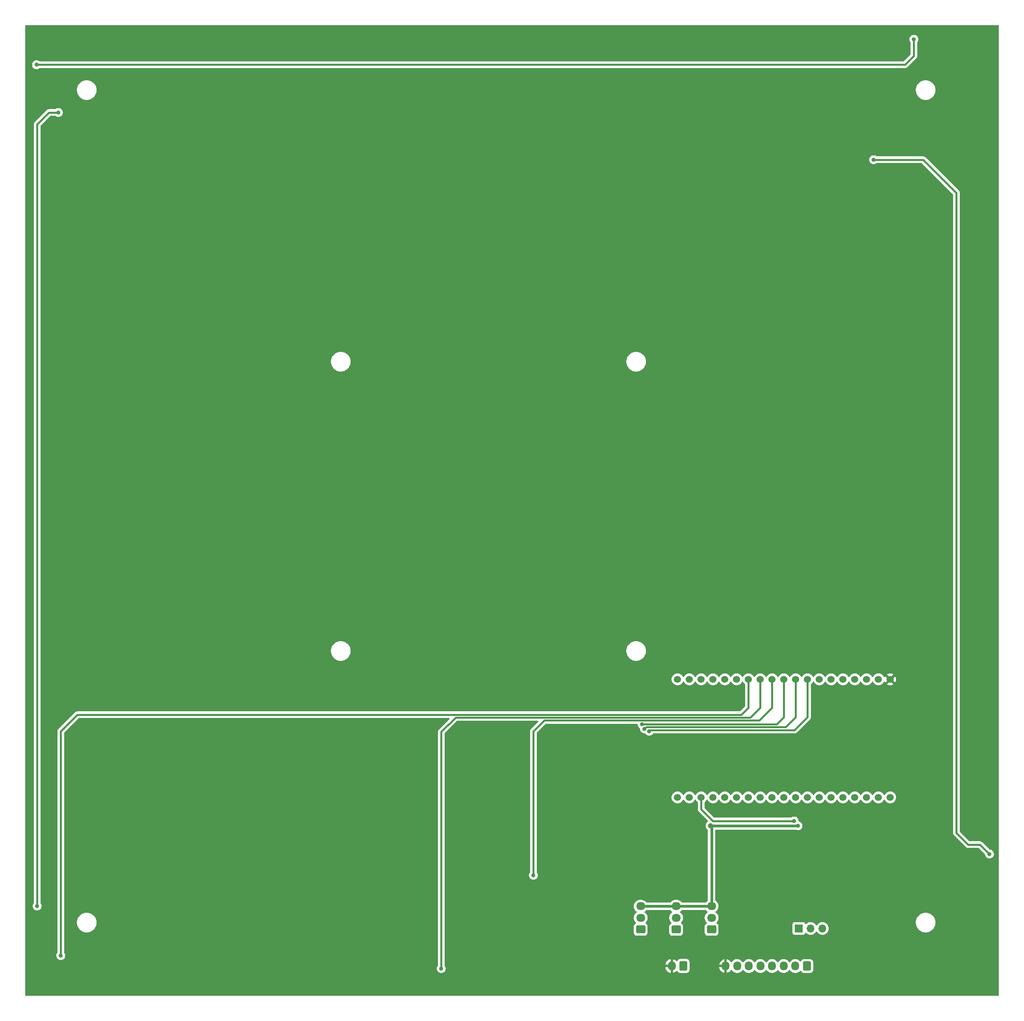
<source format=gbr>
%TF.GenerationSoftware,KiCad,Pcbnew,6.0.7*%
%TF.CreationDate,2022-11-18T13:15:14+01:00*%
%TF.ProjectId,game_board,67616d65-5f62-46f6-9172-642e6b696361,rev?*%
%TF.SameCoordinates,Original*%
%TF.FileFunction,Copper,L2,Bot*%
%TF.FilePolarity,Positive*%
%FSLAX46Y46*%
G04 Gerber Fmt 4.6, Leading zero omitted, Abs format (unit mm)*
G04 Created by KiCad (PCBNEW 6.0.7) date 2022-11-18 13:15:14*
%MOMM*%
%LPD*%
G01*
G04 APERTURE LIST*
G04 Aperture macros list*
%AMRoundRect*
0 Rectangle with rounded corners*
0 $1 Rounding radius*
0 $2 $3 $4 $5 $6 $7 $8 $9 X,Y pos of 4 corners*
0 Add a 4 corners polygon primitive as box body*
4,1,4,$2,$3,$4,$5,$6,$7,$8,$9,$2,$3,0*
0 Add four circle primitives for the rounded corners*
1,1,$1+$1,$2,$3*
1,1,$1+$1,$4,$5*
1,1,$1+$1,$6,$7*
1,1,$1+$1,$8,$9*
0 Add four rect primitives between the rounded corners*
20,1,$1+$1,$2,$3,$4,$5,0*
20,1,$1+$1,$4,$5,$6,$7,0*
20,1,$1+$1,$6,$7,$8,$9,0*
20,1,$1+$1,$8,$9,$2,$3,0*%
G04 Aperture macros list end*
%TA.AperFunction,ComponentPad*%
%ADD10RoundRect,0.250000X0.600000X0.725000X-0.600000X0.725000X-0.600000X-0.725000X0.600000X-0.725000X0*%
%TD*%
%TA.AperFunction,ComponentPad*%
%ADD11O,1.700000X1.950000*%
%TD*%
%TA.AperFunction,ComponentPad*%
%ADD12C,1.524000*%
%TD*%
%TA.AperFunction,ComponentPad*%
%ADD13RoundRect,0.250000X0.600000X0.750000X-0.600000X0.750000X-0.600000X-0.750000X0.600000X-0.750000X0*%
%TD*%
%TA.AperFunction,ComponentPad*%
%ADD14O,1.700000X2.000000*%
%TD*%
%TA.AperFunction,ComponentPad*%
%ADD15R,1.700000X1.700000*%
%TD*%
%TA.AperFunction,ComponentPad*%
%ADD16O,1.700000X1.700000*%
%TD*%
%TA.AperFunction,ComponentPad*%
%ADD17RoundRect,0.250000X0.725000X-0.600000X0.725000X0.600000X-0.725000X0.600000X-0.725000X-0.600000X0*%
%TD*%
%TA.AperFunction,ComponentPad*%
%ADD18O,1.950000X1.700000*%
%TD*%
%TA.AperFunction,ViaPad*%
%ADD19C,0.889000*%
%TD*%
%TA.AperFunction,ViaPad*%
%ADD20C,1.143000*%
%TD*%
%TA.AperFunction,Conductor*%
%ADD21C,0.406400*%
%TD*%
%TA.AperFunction,Conductor*%
%ADD22C,0.609600*%
%TD*%
G04 APERTURE END LIST*
D10*
%TO.P,J2,1,Pin_1*%
%TO.N,GND*%
X208160000Y-227792000D03*
D11*
%TO.P,J2,2,Pin_2*%
%TO.N,/LED {slash} BL*%
X205660000Y-227792000D03*
%TO.P,J2,3,Pin_3*%
%TO.N,/CS*%
X203160000Y-227792000D03*
%TO.P,J2,4,Pin_4*%
%TO.N,/SCK*%
X200660000Y-227792000D03*
%TO.P,J2,5,Pin_5*%
%TO.N,/DC*%
X198160000Y-227792000D03*
%TO.P,J2,6,Pin_6*%
%TO.N,/RST*%
X195660000Y-227792000D03*
%TO.P,J2,7,Pin_7*%
%TO.N,/MOSI*%
X193160000Y-227792000D03*
%TO.P,J2,8,Pin_8*%
%TO.N,+5V*%
X190660000Y-227792000D03*
%TD*%
D12*
%TO.P,U1,1,3V3*%
%TO.N,+3V3*%
X180340000Y-166116000D03*
%TO.P,U1,2,EN*%
%TO.N,unconnected-(U1-Pad2)*%
X182880000Y-166116000D03*
%TO.P,U1,3,IO36*%
%TO.N,unconnected-(U1-Pad3)*%
X185420000Y-166116000D03*
%TO.P,U1,4,IO39*%
%TO.N,unconnected-(U1-Pad4)*%
X187960000Y-166116000D03*
%TO.P,U1,5,IO34*%
%TO.N,unconnected-(U1-Pad5)*%
X190500000Y-166116000D03*
%TO.P,U1,6,IO35*%
%TO.N,unconnected-(U1-Pad6)*%
X193040000Y-166116000D03*
%TO.P,U1,7,IO32*%
%TO.N,/Din_BASE*%
X195580000Y-166116000D03*
%TO.P,U1,8,IO33*%
%TO.N,/Din_FIELD*%
X198120000Y-166116000D03*
%TO.P,U1,9,IO25*%
%TO.N,/Din_GOAL*%
X200660000Y-166116000D03*
%TO.P,U1,10,IO26*%
%TO.N,/Button_3*%
X203200000Y-166116000D03*
%TO.P,U1,11,IO27*%
%TO.N,/Button_2*%
X205740000Y-166116000D03*
%TO.P,U1,12,IO14*%
%TO.N,/Button_1*%
X208280000Y-166116000D03*
%TO.P,U1,13,IO12*%
%TO.N,unconnected-(U1-Pad13)*%
X210820000Y-166116000D03*
%TO.P,U1,14,GND*%
%TO.N,GND*%
X213360000Y-166116000D03*
%TO.P,U1,15,IO13*%
%TO.N,unconnected-(U1-Pad15)*%
X215900000Y-166116000D03*
%TO.P,U1,16,SD2*%
%TO.N,unconnected-(U1-Pad16)*%
X218440000Y-166116000D03*
%TO.P,U1,17,SD3*%
%TO.N,unconnected-(U1-Pad17)*%
X220980000Y-166116000D03*
%TO.P,U1,18,CMD*%
%TO.N,unconnected-(U1-Pad18)*%
X223520000Y-166116000D03*
%TO.P,U1,19,5V*%
%TO.N,+5V*%
X226060000Y-166116000D03*
%TO.P,U1,20,SCK*%
%TO.N,unconnected-(U1-Pad20)*%
X226060000Y-191516000D03*
%TO.P,U1,21,SD0*%
%TO.N,unconnected-(U1-Pad21)*%
X223520000Y-191516000D03*
%TO.P,U1,22,SDI*%
%TO.N,unconnected-(U1-Pad22)*%
X220980000Y-191516000D03*
%TO.P,U1,23,IO15*%
%TO.N,unconnected-(U1-Pad23)*%
X218440000Y-191516000D03*
%TO.P,U1,24,IO2*%
%TO.N,unconnected-(U1-Pad24)*%
X215900000Y-191516000D03*
%TO.P,U1,25,IO0*%
%TO.N,unconnected-(U1-Pad25)*%
X213360000Y-191516000D03*
%TO.P,U1,26,IO4*%
%TO.N,unconnected-(U1-Pad26)*%
X210820000Y-191516000D03*
%TO.P,U1,27,IO16*%
%TO.N,unconnected-(U1-Pad27)*%
X208280000Y-191516000D03*
%TO.P,U1,28,IO17*%
%TO.N,unconnected-(U1-Pad28)*%
X205740000Y-191516000D03*
%TO.P,U1,29,IO5*%
%TO.N,/CS*%
X203200000Y-191516000D03*
%TO.P,U1,30,IO18*%
%TO.N,/SCK*%
X200660000Y-191516000D03*
%TO.P,U1,31,IO19*%
%TO.N,/DC*%
X198120000Y-191516000D03*
%TO.P,U1,32,GND*%
%TO.N,GND*%
X195580000Y-191516000D03*
%TO.P,U1,33,IO21*%
%TO.N,/RST*%
X193040000Y-191516000D03*
%TO.P,U1,34,IO3*%
%TO.N,unconnected-(U1-Pad34)*%
X190500000Y-191516000D03*
%TO.P,U1,35,IO1*%
%TO.N,unconnected-(U1-Pad35)*%
X187960000Y-191516000D03*
%TO.P,U1,36,IO22*%
%TO.N,/BL*%
X185420000Y-191516000D03*
%TO.P,U1,37,IO23*%
%TO.N,/MOSI*%
X182880000Y-191516000D03*
%TO.P,U1,38,GND*%
%TO.N,GND*%
X180340000Y-191516000D03*
%TD*%
D13*
%TO.P,J1,1,Pin_1*%
%TO.N,GND*%
X181590000Y-227792000D03*
D14*
%TO.P,J1,2,Pin_2*%
%TO.N,+5V*%
X179090000Y-227792000D03*
%TD*%
D15*
%TO.P,J3,1,Pin_1*%
%TO.N,+3V3*%
X206408000Y-219710000D03*
D16*
%TO.P,J3,2,Pin_2*%
%TO.N,/LED {slash} BL*%
X208948000Y-219710000D03*
%TO.P,J3,3,Pin_3*%
%TO.N,/BL*%
X211488000Y-219710000D03*
%TD*%
D17*
%TO.P,J5,1,Pin_1*%
%TO.N,GND*%
X180040000Y-219924000D03*
D18*
%TO.P,J5,2,Pin_2*%
%TO.N,/Button_2*%
X180040000Y-217424000D03*
%TO.P,J5,3,Pin_3*%
%TO.N,+3V3*%
X180040000Y-214924000D03*
%TD*%
D17*
%TO.P,J4,1,Pin_1*%
%TO.N,GND*%
X187660000Y-219924000D03*
D18*
%TO.P,J4,2,Pin_2*%
%TO.N,/Button_1*%
X187660000Y-217424000D03*
%TO.P,J4,3,Pin_3*%
%TO.N,+3V3*%
X187660000Y-214924000D03*
%TD*%
D17*
%TO.P,J6,1,Pin_1*%
%TO.N,GND*%
X172420000Y-219924000D03*
D18*
%TO.P,J6,2,Pin_2*%
%TO.N,/Button_3*%
X172420000Y-217424000D03*
%TO.P,J6,3,Pin_3*%
%TO.N,+3V3*%
X172420000Y-214924000D03*
%TD*%
D19*
%TO.N,Net-(D4-Pad2)*%
X42672000Y-214884000D03*
X47244000Y-44196000D03*
%TO.N,Net-(D8-Pad2)*%
X231140000Y-28448000D03*
X42550000Y-33914000D03*
%TO.N,Net-(D12-Pad2)*%
X247396000Y-203708000D03*
X222504000Y-54356000D03*
D20*
%TO.N,+5V*%
X154940000Y-66040000D03*
X214376000Y-105664000D03*
X174752000Y-145796000D03*
X235204000Y-226060000D03*
X114808000Y-28448000D03*
X94488000Y-145796000D03*
X214376000Y-125984000D03*
X214884000Y-28496000D03*
X134620000Y-66040000D03*
X114808000Y-45720000D03*
X44196000Y-198120000D03*
X154940000Y-185928000D03*
X42267500Y-36576000D03*
X55880000Y-45720000D03*
X55880000Y-205740000D03*
X234696000Y-145796000D03*
X74676000Y-145796000D03*
X234696000Y-105664000D03*
X114808000Y-185928000D03*
X154940000Y-105664000D03*
X134620000Y-45720000D03*
X114808000Y-166116000D03*
X235204000Y-205740000D03*
X74676000Y-125984000D03*
X55372000Y-28448000D03*
X190500000Y-209296000D03*
X54864000Y-125984000D03*
X215392000Y-205740000D03*
X94488000Y-105664000D03*
X54864000Y-145796000D03*
X214376000Y-145796000D03*
X215392000Y-226060000D03*
X174752000Y-125984000D03*
X235204000Y-45720000D03*
X194564000Y-105664000D03*
X134620000Y-185928000D03*
X154940000Y-28448000D03*
X134620000Y-105664000D03*
X74676000Y-105664000D03*
X214884000Y-45720000D03*
X134620000Y-28448000D03*
X44196000Y-97028000D03*
X154940000Y-45720000D03*
X175768000Y-209296000D03*
X154940000Y-145796000D03*
X174752000Y-105664000D03*
X134620000Y-145796000D03*
X154940000Y-205740000D03*
X114808000Y-205740000D03*
X44196000Y-217932000D03*
X44196000Y-116840000D03*
X114808000Y-125984000D03*
X134620000Y-205740000D03*
X235204000Y-28448000D03*
X44196000Y-136144000D03*
X114808000Y-105664000D03*
X114808000Y-66040000D03*
X154940000Y-85852000D03*
X154940000Y-226060000D03*
X183388000Y-209296000D03*
X154940000Y-166116000D03*
X114808000Y-145796000D03*
X234696000Y-125984000D03*
X154940000Y-125984000D03*
X194564000Y-125984000D03*
X94488000Y-125984000D03*
X134620000Y-226060000D03*
X55880000Y-226060000D03*
X114808000Y-85852000D03*
X54864000Y-105664000D03*
X134620000Y-85852000D03*
X134620000Y-166116000D03*
X194564000Y-145796000D03*
X114808000Y-226060000D03*
D19*
%TO.N,/Din_BASE*%
X47752000Y-225552000D03*
%TO.N,/Din_GOAL*%
X149352000Y-208280000D03*
%TO.N,/Din_FIELD*%
X129540000Y-228346000D03*
%TO.N,+3V3*%
X206235800Y-197624200D03*
D20*
X187452000Y-197612000D03*
D19*
%TO.N,/BL*%
X205392000Y-196596000D03*
%TO.N,/Button_1*%
X174244000Y-177292000D03*
%TO.N,/Button_2*%
X173228000Y-176784000D03*
%TO.N,/Button_3*%
X172720000Y-175805600D03*
%TD*%
D21*
%TO.N,Net-(D4-Pad2)*%
X45212000Y-44196000D02*
X47244000Y-44196000D01*
X42672000Y-214884000D02*
X42672000Y-46736000D01*
X42672000Y-46736000D02*
X45212000Y-44196000D01*
%TO.N,Net-(D8-Pad2)*%
X231140000Y-32004000D02*
X231140000Y-28448000D01*
X229230000Y-33914000D02*
X231140000Y-32004000D01*
X42550000Y-33914000D02*
X229230000Y-33914000D01*
%TO.N,Net-(D12-Pad2)*%
X240284000Y-199136000D02*
X242824000Y-201676000D01*
X222504000Y-54356000D02*
X233172000Y-54356000D01*
X242824000Y-201676000D02*
X245364000Y-201676000D01*
X245364000Y-201676000D02*
X247396000Y-203708000D01*
X233172000Y-54356000D02*
X240284000Y-61468000D01*
X240284000Y-61468000D02*
X240284000Y-199136000D01*
%TO.N,/Din_BASE*%
X47752000Y-177292000D02*
X47752000Y-225552000D01*
X194056000Y-173736000D02*
X51308000Y-173736000D01*
X195580000Y-172212000D02*
X194056000Y-173736000D01*
X51308000Y-173736000D02*
X47752000Y-177292000D01*
X195580000Y-166116000D02*
X195580000Y-172212000D01*
%TO.N,/Din_GOAL*%
X197916800Y-174955200D02*
X151688800Y-174955200D01*
X200660000Y-166116000D02*
X200660000Y-172212000D01*
X149352000Y-177292000D02*
X149352000Y-208280000D01*
X200660000Y-172212000D02*
X197916800Y-174955200D01*
X151688800Y-174955200D02*
X149352000Y-177292000D01*
%TO.N,/Din_FIELD*%
X195986400Y-174345600D02*
X132613400Y-174345600D01*
X129540000Y-177419000D02*
X129540000Y-228346000D01*
X198120000Y-172212000D02*
X195986400Y-174345600D01*
X198120000Y-166116000D02*
X198120000Y-172212000D01*
X132613400Y-174345600D02*
X129540000Y-177419000D01*
D22*
%TO.N,+3V3*%
X180040000Y-214924000D02*
X187660000Y-214924000D01*
X187370200Y-197624200D02*
X187358000Y-197612000D01*
X172420000Y-214924000D02*
X180040000Y-214924000D01*
X206235800Y-197624200D02*
X187370200Y-197624200D01*
X187660000Y-214924000D02*
X187660000Y-197914000D01*
X187660000Y-197914000D02*
X187358000Y-197612000D01*
D21*
%TO.N,/BL*%
X187960000Y-196596000D02*
X185420000Y-194056000D01*
X185420000Y-194056000D02*
X185420000Y-191516000D01*
X205392000Y-196596000D02*
X187960000Y-196596000D01*
%TO.N,/Button_1*%
X174244000Y-177292000D02*
X174511200Y-177024800D01*
X205499200Y-177024800D02*
X208280000Y-174244000D01*
X208280000Y-174244000D02*
X208280000Y-166116000D01*
X174511200Y-177024800D02*
X205499200Y-177024800D01*
%TO.N,/Button_2*%
X173228000Y-176784000D02*
X173596800Y-176415200D01*
X205740000Y-174244000D02*
X205740000Y-166116000D01*
X203568800Y-176415200D02*
X205740000Y-174244000D01*
X173596800Y-176415200D02*
X203568800Y-176415200D01*
%TO.N,/Button_3*%
X172662500Y-175805600D02*
X201638400Y-175805600D01*
X201638400Y-175805600D02*
X203200000Y-174244000D01*
X203200000Y-174244000D02*
X203200000Y-166116000D01*
%TD*%
%TA.AperFunction,Conductor*%
%TO.N,+5V*%
G36*
X249369621Y-25420502D02*
G01*
X249416114Y-25474158D01*
X249427500Y-25526500D01*
X249427500Y-234061500D01*
X249407498Y-234129621D01*
X249353842Y-234176114D01*
X249301500Y-234187500D01*
X40258500Y-234187500D01*
X40190379Y-234167498D01*
X40143886Y-234113842D01*
X40132500Y-234061500D01*
X40132500Y-225538630D01*
X46794482Y-225538630D01*
X46810121Y-225724867D01*
X46861636Y-225904520D01*
X46947064Y-226070746D01*
X46950887Y-226075570D01*
X46950890Y-226075574D01*
X47056170Y-226208402D01*
X47063152Y-226217212D01*
X47067846Y-226221207D01*
X47199365Y-226333139D01*
X47205478Y-226338342D01*
X47368621Y-226429519D01*
X47546367Y-226487272D01*
X47731945Y-226509401D01*
X47738080Y-226508929D01*
X47738082Y-226508929D01*
X47794119Y-226504617D01*
X47918287Y-226495063D01*
X48098296Y-226444804D01*
X48103785Y-226442031D01*
X48103791Y-226442029D01*
X48182683Y-226402177D01*
X48265114Y-226360538D01*
X48273835Y-226353725D01*
X48318020Y-226319203D01*
X48412387Y-226245475D01*
X48416413Y-226240811D01*
X48416416Y-226240808D01*
X48530480Y-226108663D01*
X48534507Y-226103998D01*
X48626821Y-225941495D01*
X48641091Y-225898600D01*
X48683867Y-225770009D01*
X48685814Y-225764157D01*
X48691553Y-225718727D01*
X48708796Y-225582241D01*
X48708797Y-225582232D01*
X48709238Y-225578738D01*
X48709611Y-225552000D01*
X48691373Y-225365999D01*
X48687419Y-225352901D01*
X48639136Y-225192983D01*
X48637355Y-225187083D01*
X48549615Y-225022066D01*
X48492057Y-224951493D01*
X48464503Y-224886061D01*
X48463700Y-224871857D01*
X48463700Y-218572703D01*
X51230743Y-218572703D01*
X51268268Y-218857734D01*
X51344129Y-219135036D01*
X51456923Y-219399476D01*
X51604561Y-219646161D01*
X51784313Y-219870528D01*
X51992851Y-220068423D01*
X52226317Y-220236186D01*
X52230112Y-220238195D01*
X52230113Y-220238196D01*
X52251869Y-220249715D01*
X52480392Y-220370712D01*
X52750373Y-220469511D01*
X53031264Y-220530755D01*
X53059841Y-220533004D01*
X53254282Y-220548307D01*
X53254291Y-220548307D01*
X53256739Y-220548500D01*
X53412271Y-220548500D01*
X53414407Y-220548354D01*
X53414418Y-220548354D01*
X53622548Y-220534165D01*
X53622554Y-220534164D01*
X53626825Y-220533873D01*
X53631020Y-220533004D01*
X53631022Y-220533004D01*
X53767583Y-220504724D01*
X53908342Y-220475574D01*
X54179343Y-220379607D01*
X54434812Y-220247750D01*
X54438313Y-220245289D01*
X54438317Y-220245287D01*
X54552418Y-220165095D01*
X54670023Y-220082441D01*
X54760818Y-219998069D01*
X54877479Y-219889661D01*
X54877481Y-219889658D01*
X54880622Y-219886740D01*
X55062713Y-219664268D01*
X55212927Y-219419142D01*
X55276816Y-219273600D01*
X55326757Y-219159830D01*
X55328483Y-219155898D01*
X55407244Y-218879406D01*
X55447751Y-218594784D01*
X55447818Y-218582148D01*
X55449235Y-218311583D01*
X55449235Y-218311576D01*
X55449257Y-218307297D01*
X55438728Y-218227317D01*
X55428119Y-218146740D01*
X55411732Y-218022266D01*
X55335871Y-217744964D01*
X55267566Y-217584827D01*
X55224763Y-217484476D01*
X55224761Y-217484472D01*
X55223077Y-217480524D01*
X55075439Y-217233839D01*
X54895687Y-217009472D01*
X54687149Y-216811577D01*
X54453683Y-216643814D01*
X54431843Y-216632250D01*
X54402385Y-216616653D01*
X54199608Y-216509288D01*
X53929627Y-216410489D01*
X53648736Y-216349245D01*
X53617685Y-216346801D01*
X53425718Y-216331693D01*
X53425709Y-216331693D01*
X53423261Y-216331500D01*
X53267729Y-216331500D01*
X53265593Y-216331646D01*
X53265582Y-216331646D01*
X53057452Y-216345835D01*
X53057446Y-216345836D01*
X53053175Y-216346127D01*
X53048980Y-216346996D01*
X53048978Y-216346996D01*
X52993616Y-216358461D01*
X52771658Y-216404426D01*
X52500657Y-216500393D01*
X52245188Y-216632250D01*
X52241687Y-216634711D01*
X52241683Y-216634713D01*
X52231594Y-216641804D01*
X52009977Y-216797559D01*
X51799378Y-216993260D01*
X51617287Y-217215732D01*
X51467073Y-217460858D01*
X51351517Y-217724102D01*
X51272756Y-218000594D01*
X51232249Y-218285216D01*
X51232227Y-218289505D01*
X51232226Y-218289512D01*
X51230808Y-218560299D01*
X51230743Y-218572703D01*
X48463700Y-218572703D01*
X48463700Y-177638985D01*
X48483702Y-177570864D01*
X48500605Y-177549890D01*
X51565891Y-174484605D01*
X51628203Y-174450579D01*
X51654986Y-174447700D01*
X131200615Y-174447700D01*
X131268736Y-174467702D01*
X131315229Y-174521358D01*
X131325333Y-174591632D01*
X131295839Y-174656212D01*
X131289711Y-174662794D01*
X130160274Y-175792230D01*
X129057284Y-176895220D01*
X129051018Y-176901074D01*
X129018388Y-176929539D01*
X129007219Y-176939282D01*
X128992450Y-176960297D01*
X128970309Y-176991801D01*
X128966375Y-176997098D01*
X128931454Y-177041634D01*
X128931450Y-177041640D01*
X128926767Y-177047613D01*
X128923642Y-177054534D01*
X128922428Y-177056539D01*
X128913659Y-177071912D01*
X128912541Y-177073996D01*
X128908170Y-177080216D01*
X128905410Y-177087295D01*
X128905409Y-177087297D01*
X128884852Y-177140024D01*
X128882300Y-177146097D01*
X128855880Y-177204609D01*
X128854496Y-177212077D01*
X128853788Y-177214336D01*
X128848951Y-177231318D01*
X128848358Y-177233627D01*
X128845597Y-177240708D01*
X128844606Y-177248237D01*
X128844605Y-177248240D01*
X128837217Y-177304356D01*
X128836185Y-177310870D01*
X128825872Y-177366515D01*
X128824488Y-177373983D01*
X128824925Y-177381563D01*
X128824925Y-177381564D01*
X128828091Y-177436470D01*
X128828300Y-177443723D01*
X128828300Y-227665642D01*
X128808298Y-227733763D01*
X128798822Y-227746633D01*
X128749862Y-227804981D01*
X128746899Y-227810370D01*
X128746896Y-227810375D01*
X128673509Y-227943868D01*
X128659826Y-227968757D01*
X128603315Y-228146901D01*
X128582482Y-228332630D01*
X128582998Y-228338774D01*
X128587261Y-228389535D01*
X128598121Y-228518867D01*
X128649636Y-228698520D01*
X128671392Y-228740852D01*
X128731490Y-228857791D01*
X128735064Y-228864746D01*
X128738887Y-228869570D01*
X128738890Y-228869574D01*
X128795754Y-228941318D01*
X128851152Y-229011212D01*
X128855846Y-229015207D01*
X128974635Y-229116305D01*
X128993478Y-229132342D01*
X129156621Y-229223519D01*
X129334367Y-229281272D01*
X129519945Y-229303401D01*
X129526080Y-229302929D01*
X129526082Y-229302929D01*
X129582119Y-229298617D01*
X129706287Y-229289063D01*
X129886296Y-229238804D01*
X129891785Y-229236031D01*
X129891791Y-229236029D01*
X129969159Y-229196947D01*
X130053114Y-229154538D01*
X130065136Y-229145146D01*
X130109741Y-229110296D01*
X130200387Y-229039475D01*
X130204413Y-229034811D01*
X130204416Y-229034808D01*
X130318480Y-228902663D01*
X130322507Y-228897998D01*
X130414821Y-228735495D01*
X130425502Y-228703389D01*
X130457239Y-228607982D01*
X130473814Y-228558157D01*
X130493848Y-228399575D01*
X130496796Y-228376241D01*
X130496797Y-228376232D01*
X130497238Y-228372738D01*
X130497611Y-228346000D01*
X130479373Y-228159999D01*
X130475419Y-228146901D01*
X130449844Y-228062193D01*
X177737289Y-228062193D01*
X177746124Y-228166325D01*
X177747914Y-228176797D01*
X177803130Y-228389535D01*
X177806665Y-228399575D01*
X177896937Y-228599970D01*
X177902106Y-228609256D01*
X178024850Y-228791575D01*
X178031519Y-228799870D01*
X178183228Y-228958900D01*
X178191186Y-228965941D01*
X178367525Y-229097141D01*
X178376562Y-229102745D01*
X178572484Y-229202357D01*
X178582335Y-229206357D01*
X178792240Y-229271534D01*
X178802624Y-229273817D01*
X178818043Y-229275861D01*
X178832207Y-229273665D01*
X178836000Y-229260478D01*
X178836000Y-229258192D01*
X179344000Y-229258192D01*
X179347973Y-229271723D01*
X179358580Y-229273248D01*
X179476421Y-229248523D01*
X179486617Y-229245463D01*
X179691029Y-229164737D01*
X179700561Y-229160006D01*
X179888462Y-229045984D01*
X179897052Y-229039720D01*
X180063052Y-228895673D01*
X180070470Y-228888044D01*
X180096391Y-228856431D01*
X180155051Y-228816436D01*
X180226021Y-228814504D01*
X180286770Y-228851248D01*
X180300969Y-228870017D01*
X180391522Y-229016348D01*
X180516697Y-229141305D01*
X180522927Y-229145145D01*
X180522928Y-229145146D01*
X180660090Y-229229694D01*
X180667262Y-229234115D01*
X180713068Y-229249308D01*
X180828611Y-229287632D01*
X180828613Y-229287632D01*
X180835139Y-229289797D01*
X180841975Y-229290497D01*
X180841978Y-229290498D01*
X180885031Y-229294909D01*
X180939600Y-229300500D01*
X182240400Y-229300500D01*
X182243646Y-229300163D01*
X182243650Y-229300163D01*
X182339308Y-229290238D01*
X182339312Y-229290237D01*
X182346166Y-229289526D01*
X182352702Y-229287345D01*
X182352704Y-229287345D01*
X182498198Y-229238804D01*
X182513946Y-229233550D01*
X182664348Y-229140478D01*
X182789305Y-229015303D01*
X182794805Y-229006381D01*
X182878275Y-228870968D01*
X182878276Y-228870966D01*
X182882115Y-228864738D01*
X182937797Y-228696861D01*
X182938578Y-228689245D01*
X182945614Y-228620566D01*
X182948500Y-228592400D01*
X182948500Y-228062193D01*
X189309410Y-228062193D01*
X189316124Y-228141325D01*
X189317914Y-228151797D01*
X189373130Y-228364535D01*
X189376665Y-228374575D01*
X189466937Y-228574970D01*
X189472106Y-228584256D01*
X189594850Y-228766575D01*
X189601519Y-228774870D01*
X189753228Y-228933900D01*
X189761186Y-228940941D01*
X189937525Y-229072141D01*
X189946562Y-229077745D01*
X190142484Y-229177357D01*
X190152335Y-229181357D01*
X190362240Y-229246534D01*
X190372624Y-229248817D01*
X190388043Y-229250861D01*
X190402207Y-229248665D01*
X190406000Y-229235478D01*
X190406000Y-229233192D01*
X190914000Y-229233192D01*
X190917973Y-229246723D01*
X190928580Y-229248248D01*
X191046421Y-229223523D01*
X191056617Y-229220463D01*
X191261029Y-229139737D01*
X191270561Y-229135006D01*
X191458462Y-229020984D01*
X191467052Y-229014720D01*
X191633052Y-228870673D01*
X191640472Y-228863042D01*
X191779826Y-228693089D01*
X191785848Y-228684326D01*
X191801238Y-228657289D01*
X191852320Y-228607982D01*
X191921951Y-228594120D01*
X191988022Y-228620103D01*
X192015261Y-228649253D01*
X192048430Y-228698520D01*
X192097441Y-228771319D01*
X192101120Y-228775176D01*
X192101122Y-228775178D01*
X192162710Y-228839738D01*
X192256576Y-228938135D01*
X192441542Y-229075754D01*
X192446293Y-229078170D01*
X192446297Y-229078172D01*
X192483607Y-229097141D01*
X192647051Y-229180240D01*
X192652145Y-229181822D01*
X192652148Y-229181823D01*
X192835656Y-229238804D01*
X192867227Y-229248607D01*
X192872516Y-229249308D01*
X193090489Y-229278198D01*
X193090494Y-229278198D01*
X193095774Y-229278898D01*
X193101103Y-229278698D01*
X193101105Y-229278698D01*
X193210966Y-229274573D01*
X193326158Y-229270249D01*
X193348802Y-229265498D01*
X193468138Y-229240459D01*
X193551791Y-229222907D01*
X193556750Y-229220949D01*
X193556752Y-229220948D01*
X193761256Y-229140185D01*
X193761258Y-229140184D01*
X193766221Y-229138224D01*
X193770961Y-229135348D01*
X193958757Y-229021390D01*
X193958756Y-229021390D01*
X193963317Y-229018623D01*
X193967815Y-229014720D01*
X194133412Y-228871023D01*
X194133414Y-228871021D01*
X194137445Y-228867523D01*
X194201048Y-228789954D01*
X194280240Y-228693373D01*
X194280244Y-228693367D01*
X194283624Y-228689245D01*
X194301552Y-228657750D01*
X194352632Y-228608445D01*
X194422262Y-228594583D01*
X194488333Y-228620566D01*
X194515573Y-228649716D01*
X194520983Y-228657752D01*
X194597441Y-228771319D01*
X194601120Y-228775176D01*
X194601122Y-228775178D01*
X194662710Y-228839738D01*
X194756576Y-228938135D01*
X194941542Y-229075754D01*
X194946293Y-229078170D01*
X194946297Y-229078172D01*
X194983607Y-229097141D01*
X195147051Y-229180240D01*
X195152145Y-229181822D01*
X195152148Y-229181823D01*
X195335656Y-229238804D01*
X195367227Y-229248607D01*
X195372516Y-229249308D01*
X195590489Y-229278198D01*
X195590494Y-229278198D01*
X195595774Y-229278898D01*
X195601103Y-229278698D01*
X195601105Y-229278698D01*
X195710966Y-229274573D01*
X195826158Y-229270249D01*
X195848802Y-229265498D01*
X195968138Y-229240459D01*
X196051791Y-229222907D01*
X196056750Y-229220949D01*
X196056752Y-229220948D01*
X196261256Y-229140185D01*
X196261258Y-229140184D01*
X196266221Y-229138224D01*
X196270961Y-229135348D01*
X196458757Y-229021390D01*
X196458756Y-229021390D01*
X196463317Y-229018623D01*
X196467815Y-229014720D01*
X196633412Y-228871023D01*
X196633414Y-228871021D01*
X196637445Y-228867523D01*
X196701048Y-228789954D01*
X196780240Y-228693373D01*
X196780244Y-228693367D01*
X196783624Y-228689245D01*
X196801552Y-228657750D01*
X196852632Y-228608445D01*
X196922262Y-228594583D01*
X196988333Y-228620566D01*
X197015573Y-228649716D01*
X197020983Y-228657752D01*
X197097441Y-228771319D01*
X197101120Y-228775176D01*
X197101122Y-228775178D01*
X197162710Y-228839738D01*
X197256576Y-228938135D01*
X197441542Y-229075754D01*
X197446293Y-229078170D01*
X197446297Y-229078172D01*
X197483607Y-229097141D01*
X197647051Y-229180240D01*
X197652145Y-229181822D01*
X197652148Y-229181823D01*
X197835656Y-229238804D01*
X197867227Y-229248607D01*
X197872516Y-229249308D01*
X198090489Y-229278198D01*
X198090494Y-229278198D01*
X198095774Y-229278898D01*
X198101103Y-229278698D01*
X198101105Y-229278698D01*
X198210966Y-229274573D01*
X198326158Y-229270249D01*
X198348802Y-229265498D01*
X198468138Y-229240459D01*
X198551791Y-229222907D01*
X198556750Y-229220949D01*
X198556752Y-229220948D01*
X198761256Y-229140185D01*
X198761258Y-229140184D01*
X198766221Y-229138224D01*
X198770961Y-229135348D01*
X198958757Y-229021390D01*
X198958756Y-229021390D01*
X198963317Y-229018623D01*
X198967815Y-229014720D01*
X199133412Y-228871023D01*
X199133414Y-228871021D01*
X199137445Y-228867523D01*
X199201048Y-228789954D01*
X199280240Y-228693373D01*
X199280244Y-228693367D01*
X199283624Y-228689245D01*
X199301552Y-228657750D01*
X199352632Y-228608445D01*
X199422262Y-228594583D01*
X199488333Y-228620566D01*
X199515573Y-228649716D01*
X199520983Y-228657752D01*
X199597441Y-228771319D01*
X199601120Y-228775176D01*
X199601122Y-228775178D01*
X199662710Y-228839738D01*
X199756576Y-228938135D01*
X199941542Y-229075754D01*
X199946293Y-229078170D01*
X199946297Y-229078172D01*
X199983607Y-229097141D01*
X200147051Y-229180240D01*
X200152145Y-229181822D01*
X200152148Y-229181823D01*
X200335656Y-229238804D01*
X200367227Y-229248607D01*
X200372516Y-229249308D01*
X200590489Y-229278198D01*
X200590494Y-229278198D01*
X200595774Y-229278898D01*
X200601103Y-229278698D01*
X200601105Y-229278698D01*
X200710966Y-229274573D01*
X200826158Y-229270249D01*
X200848802Y-229265498D01*
X200968138Y-229240459D01*
X201051791Y-229222907D01*
X201056750Y-229220949D01*
X201056752Y-229220948D01*
X201261256Y-229140185D01*
X201261258Y-229140184D01*
X201266221Y-229138224D01*
X201270961Y-229135348D01*
X201458757Y-229021390D01*
X201458756Y-229021390D01*
X201463317Y-229018623D01*
X201467815Y-229014720D01*
X201633412Y-228871023D01*
X201633414Y-228871021D01*
X201637445Y-228867523D01*
X201701048Y-228789954D01*
X201780240Y-228693373D01*
X201780244Y-228693367D01*
X201783624Y-228689245D01*
X201801552Y-228657750D01*
X201852632Y-228608445D01*
X201922262Y-228594583D01*
X201988333Y-228620566D01*
X202015573Y-228649716D01*
X202020983Y-228657752D01*
X202097441Y-228771319D01*
X202101120Y-228775176D01*
X202101122Y-228775178D01*
X202162710Y-228839738D01*
X202256576Y-228938135D01*
X202441542Y-229075754D01*
X202446293Y-229078170D01*
X202446297Y-229078172D01*
X202483607Y-229097141D01*
X202647051Y-229180240D01*
X202652145Y-229181822D01*
X202652148Y-229181823D01*
X202835656Y-229238804D01*
X202867227Y-229248607D01*
X202872516Y-229249308D01*
X203090489Y-229278198D01*
X203090494Y-229278198D01*
X203095774Y-229278898D01*
X203101103Y-229278698D01*
X203101105Y-229278698D01*
X203210966Y-229274573D01*
X203326158Y-229270249D01*
X203348802Y-229265498D01*
X203468138Y-229240459D01*
X203551791Y-229222907D01*
X203556750Y-229220949D01*
X203556752Y-229220948D01*
X203761256Y-229140185D01*
X203761258Y-229140184D01*
X203766221Y-229138224D01*
X203770961Y-229135348D01*
X203958757Y-229021390D01*
X203958756Y-229021390D01*
X203963317Y-229018623D01*
X203967815Y-229014720D01*
X204133412Y-228871023D01*
X204133414Y-228871021D01*
X204137445Y-228867523D01*
X204201048Y-228789954D01*
X204280240Y-228693373D01*
X204280244Y-228693367D01*
X204283624Y-228689245D01*
X204301552Y-228657750D01*
X204352632Y-228608445D01*
X204422262Y-228594583D01*
X204488333Y-228620566D01*
X204515573Y-228649716D01*
X204520983Y-228657752D01*
X204597441Y-228771319D01*
X204601120Y-228775176D01*
X204601122Y-228775178D01*
X204662710Y-228839738D01*
X204756576Y-228938135D01*
X204941542Y-229075754D01*
X204946293Y-229078170D01*
X204946297Y-229078172D01*
X204983607Y-229097141D01*
X205147051Y-229180240D01*
X205152145Y-229181822D01*
X205152148Y-229181823D01*
X205335656Y-229238804D01*
X205367227Y-229248607D01*
X205372516Y-229249308D01*
X205590489Y-229278198D01*
X205590494Y-229278198D01*
X205595774Y-229278898D01*
X205601103Y-229278698D01*
X205601105Y-229278698D01*
X205710966Y-229274573D01*
X205826158Y-229270249D01*
X205848802Y-229265498D01*
X205968138Y-229240459D01*
X206051791Y-229222907D01*
X206056750Y-229220949D01*
X206056752Y-229220948D01*
X206261256Y-229140185D01*
X206261258Y-229140184D01*
X206266221Y-229138224D01*
X206270961Y-229135348D01*
X206458757Y-229021390D01*
X206458756Y-229021390D01*
X206463317Y-229018623D01*
X206467815Y-229014720D01*
X206633412Y-228871023D01*
X206633414Y-228871021D01*
X206637445Y-228867523D01*
X206666670Y-228831880D01*
X206725329Y-228791886D01*
X206796299Y-228789954D01*
X206857048Y-228826698D01*
X206871248Y-228845468D01*
X206887028Y-228870968D01*
X206961522Y-228991348D01*
X207086697Y-229116305D01*
X207092927Y-229120145D01*
X207092928Y-229120146D01*
X207230090Y-229204694D01*
X207237262Y-229209115D01*
X207299306Y-229229694D01*
X207398611Y-229262632D01*
X207398613Y-229262632D01*
X207405139Y-229264797D01*
X207411975Y-229265497D01*
X207411978Y-229265498D01*
X207447663Y-229269154D01*
X207509600Y-229275500D01*
X208810400Y-229275500D01*
X208813646Y-229275163D01*
X208813650Y-229275163D01*
X208909308Y-229265238D01*
X208909312Y-229265237D01*
X208916166Y-229264526D01*
X208922702Y-229262345D01*
X208922704Y-229262345D01*
X209054806Y-229218272D01*
X209083946Y-229208550D01*
X209234348Y-229115478D01*
X209359305Y-228990303D01*
X209391462Y-228938135D01*
X209448275Y-228845968D01*
X209448276Y-228845966D01*
X209452115Y-228839738D01*
X209502031Y-228689245D01*
X209505632Y-228678389D01*
X209505632Y-228678387D01*
X209507797Y-228671861D01*
X209510114Y-228649253D01*
X209514211Y-228609256D01*
X209518500Y-228567400D01*
X209518500Y-227016600D01*
X209514292Y-226976041D01*
X209508238Y-226917692D01*
X209508237Y-226917688D01*
X209507526Y-226910834D01*
X209501474Y-226892692D01*
X209453868Y-226750002D01*
X209451550Y-226743054D01*
X209358478Y-226592652D01*
X209233303Y-226467695D01*
X209202494Y-226448704D01*
X209088968Y-226378725D01*
X209088966Y-226378724D01*
X209082738Y-226374885D01*
X209000419Y-226347581D01*
X208921389Y-226321368D01*
X208921387Y-226321368D01*
X208914861Y-226319203D01*
X208908025Y-226318503D01*
X208908022Y-226318502D01*
X208864969Y-226314091D01*
X208810400Y-226308500D01*
X207509600Y-226308500D01*
X207506354Y-226308837D01*
X207506350Y-226308837D01*
X207410692Y-226318762D01*
X207410688Y-226318763D01*
X207403834Y-226319474D01*
X207397298Y-226321655D01*
X207397296Y-226321655D01*
X207265194Y-226365728D01*
X207236054Y-226375450D01*
X207085652Y-226468522D01*
X206960695Y-226593697D01*
X206956855Y-226599927D01*
X206956854Y-226599928D01*
X206934843Y-226635637D01*
X206873203Y-226735636D01*
X206870920Y-226739339D01*
X206818148Y-226786832D01*
X206748076Y-226798256D01*
X206682952Y-226769982D01*
X206672490Y-226760195D01*
X206567103Y-226649722D01*
X206563424Y-226645865D01*
X206378458Y-226508246D01*
X206373707Y-226505830D01*
X206373703Y-226505828D01*
X206255588Y-226445776D01*
X206172949Y-226403760D01*
X206167855Y-226402178D01*
X206167852Y-226402177D01*
X205957871Y-226336976D01*
X205952773Y-226335393D01*
X205944896Y-226334349D01*
X205729511Y-226305802D01*
X205729506Y-226305802D01*
X205724226Y-226305102D01*
X205718897Y-226305302D01*
X205718895Y-226305302D01*
X205609034Y-226309427D01*
X205493842Y-226313751D01*
X205488623Y-226314846D01*
X205466566Y-226319474D01*
X205268209Y-226361093D01*
X205263250Y-226363051D01*
X205263248Y-226363052D01*
X205058744Y-226443815D01*
X205058742Y-226443816D01*
X205053779Y-226445776D01*
X205049220Y-226448543D01*
X205049217Y-226448544D01*
X204954113Y-226506255D01*
X204856683Y-226565377D01*
X204852653Y-226568874D01*
X204759484Y-226649722D01*
X204682555Y-226716477D01*
X204663809Y-226739339D01*
X204539760Y-226890627D01*
X204539756Y-226890633D01*
X204536376Y-226894755D01*
X204518448Y-226926250D01*
X204467368Y-226975555D01*
X204397738Y-226989417D01*
X204331667Y-226963434D01*
X204304427Y-226934284D01*
X204277814Y-226894755D01*
X204222559Y-226812681D01*
X204063424Y-226645865D01*
X203878458Y-226508246D01*
X203873707Y-226505830D01*
X203873703Y-226505828D01*
X203755588Y-226445776D01*
X203672949Y-226403760D01*
X203667855Y-226402178D01*
X203667852Y-226402177D01*
X203457871Y-226336976D01*
X203452773Y-226335393D01*
X203444896Y-226334349D01*
X203229511Y-226305802D01*
X203229506Y-226305802D01*
X203224226Y-226305102D01*
X203218897Y-226305302D01*
X203218895Y-226305302D01*
X203109034Y-226309427D01*
X202993842Y-226313751D01*
X202988623Y-226314846D01*
X202966566Y-226319474D01*
X202768209Y-226361093D01*
X202763250Y-226363051D01*
X202763248Y-226363052D01*
X202558744Y-226443815D01*
X202558742Y-226443816D01*
X202553779Y-226445776D01*
X202549220Y-226448543D01*
X202549217Y-226448544D01*
X202454113Y-226506255D01*
X202356683Y-226565377D01*
X202352653Y-226568874D01*
X202259484Y-226649722D01*
X202182555Y-226716477D01*
X202163809Y-226739339D01*
X202039760Y-226890627D01*
X202039756Y-226890633D01*
X202036376Y-226894755D01*
X202018448Y-226926250D01*
X201967368Y-226975555D01*
X201897738Y-226989417D01*
X201831667Y-226963434D01*
X201804427Y-226934284D01*
X201777814Y-226894755D01*
X201722559Y-226812681D01*
X201563424Y-226645865D01*
X201378458Y-226508246D01*
X201373707Y-226505830D01*
X201373703Y-226505828D01*
X201255588Y-226445776D01*
X201172949Y-226403760D01*
X201167855Y-226402178D01*
X201167852Y-226402177D01*
X200957871Y-226336976D01*
X200952773Y-226335393D01*
X200944896Y-226334349D01*
X200729511Y-226305802D01*
X200729506Y-226305802D01*
X200724226Y-226305102D01*
X200718897Y-226305302D01*
X200718895Y-226305302D01*
X200609034Y-226309427D01*
X200493842Y-226313751D01*
X200488623Y-226314846D01*
X200466566Y-226319474D01*
X200268209Y-226361093D01*
X200263250Y-226363051D01*
X200263248Y-226363052D01*
X200058744Y-226443815D01*
X200058742Y-226443816D01*
X200053779Y-226445776D01*
X200049220Y-226448543D01*
X200049217Y-226448544D01*
X199954113Y-226506255D01*
X199856683Y-226565377D01*
X199852653Y-226568874D01*
X199759484Y-226649722D01*
X199682555Y-226716477D01*
X199663809Y-226739339D01*
X199539760Y-226890627D01*
X199539756Y-226890633D01*
X199536376Y-226894755D01*
X199518448Y-226926250D01*
X199467368Y-226975555D01*
X199397738Y-226989417D01*
X199331667Y-226963434D01*
X199304427Y-226934284D01*
X199277814Y-226894755D01*
X199222559Y-226812681D01*
X199063424Y-226645865D01*
X198878458Y-226508246D01*
X198873707Y-226505830D01*
X198873703Y-226505828D01*
X198755588Y-226445776D01*
X198672949Y-226403760D01*
X198667855Y-226402178D01*
X198667852Y-226402177D01*
X198457871Y-226336976D01*
X198452773Y-226335393D01*
X198444896Y-226334349D01*
X198229511Y-226305802D01*
X198229506Y-226305802D01*
X198224226Y-226305102D01*
X198218897Y-226305302D01*
X198218895Y-226305302D01*
X198109034Y-226309427D01*
X197993842Y-226313751D01*
X197988623Y-226314846D01*
X197966566Y-226319474D01*
X197768209Y-226361093D01*
X197763250Y-226363051D01*
X197763248Y-226363052D01*
X197558744Y-226443815D01*
X197558742Y-226443816D01*
X197553779Y-226445776D01*
X197549220Y-226448543D01*
X197549217Y-226448544D01*
X197454113Y-226506255D01*
X197356683Y-226565377D01*
X197352653Y-226568874D01*
X197259484Y-226649722D01*
X197182555Y-226716477D01*
X197163809Y-226739339D01*
X197039760Y-226890627D01*
X197039756Y-226890633D01*
X197036376Y-226894755D01*
X197018448Y-226926250D01*
X196967368Y-226975555D01*
X196897738Y-226989417D01*
X196831667Y-226963434D01*
X196804427Y-226934284D01*
X196777814Y-226894755D01*
X196722559Y-226812681D01*
X196563424Y-226645865D01*
X196378458Y-226508246D01*
X196373707Y-226505830D01*
X196373703Y-226505828D01*
X196255588Y-226445776D01*
X196172949Y-226403760D01*
X196167855Y-226402178D01*
X196167852Y-226402177D01*
X195957871Y-226336976D01*
X195952773Y-226335393D01*
X195944896Y-226334349D01*
X195729511Y-226305802D01*
X195729506Y-226305802D01*
X195724226Y-226305102D01*
X195718897Y-226305302D01*
X195718895Y-226305302D01*
X195609034Y-226309427D01*
X195493842Y-226313751D01*
X195488623Y-226314846D01*
X195466566Y-226319474D01*
X195268209Y-226361093D01*
X195263250Y-226363051D01*
X195263248Y-226363052D01*
X195058744Y-226443815D01*
X195058742Y-226443816D01*
X195053779Y-226445776D01*
X195049220Y-226448543D01*
X195049217Y-226448544D01*
X194954113Y-226506255D01*
X194856683Y-226565377D01*
X194852653Y-226568874D01*
X194759484Y-226649722D01*
X194682555Y-226716477D01*
X194663809Y-226739339D01*
X194539760Y-226890627D01*
X194539756Y-226890633D01*
X194536376Y-226894755D01*
X194518448Y-226926250D01*
X194467368Y-226975555D01*
X194397738Y-226989417D01*
X194331667Y-226963434D01*
X194304427Y-226934284D01*
X194277814Y-226894755D01*
X194222559Y-226812681D01*
X194063424Y-226645865D01*
X193878458Y-226508246D01*
X193873707Y-226505830D01*
X193873703Y-226505828D01*
X193755588Y-226445776D01*
X193672949Y-226403760D01*
X193667855Y-226402178D01*
X193667852Y-226402177D01*
X193457871Y-226336976D01*
X193452773Y-226335393D01*
X193444896Y-226334349D01*
X193229511Y-226305802D01*
X193229506Y-226305802D01*
X193224226Y-226305102D01*
X193218897Y-226305302D01*
X193218895Y-226305302D01*
X193109034Y-226309427D01*
X192993842Y-226313751D01*
X192988623Y-226314846D01*
X192966566Y-226319474D01*
X192768209Y-226361093D01*
X192763250Y-226363051D01*
X192763248Y-226363052D01*
X192558744Y-226443815D01*
X192558742Y-226443816D01*
X192553779Y-226445776D01*
X192549220Y-226448543D01*
X192549217Y-226448544D01*
X192454113Y-226506255D01*
X192356683Y-226565377D01*
X192352653Y-226568874D01*
X192259484Y-226649722D01*
X192182555Y-226716477D01*
X192163809Y-226739339D01*
X192039760Y-226890627D01*
X192039756Y-226890633D01*
X192036376Y-226894755D01*
X192033738Y-226899390D01*
X192033733Y-226899398D01*
X192018171Y-226926735D01*
X191967088Y-226976041D01*
X191897458Y-226989902D01*
X191831387Y-226963918D01*
X191804149Y-226934768D01*
X191725148Y-226817422D01*
X191718481Y-226809130D01*
X191566772Y-226650100D01*
X191558814Y-226643059D01*
X191382475Y-226511859D01*
X191373438Y-226506255D01*
X191177516Y-226406643D01*
X191167665Y-226402643D01*
X190957760Y-226337466D01*
X190947376Y-226335183D01*
X190931957Y-226333139D01*
X190917793Y-226335335D01*
X190914000Y-226348522D01*
X190914000Y-229233192D01*
X190406000Y-229233192D01*
X190406000Y-228064115D01*
X190401525Y-228048876D01*
X190400135Y-228047671D01*
X190392452Y-228046000D01*
X189326151Y-228046000D01*
X189311473Y-228050310D01*
X189309410Y-228062193D01*
X182948500Y-228062193D01*
X182948500Y-227520174D01*
X189306496Y-227520174D01*
X189307915Y-227533414D01*
X189322550Y-227538000D01*
X190387885Y-227538000D01*
X190403124Y-227533525D01*
X190404329Y-227532135D01*
X190406000Y-227524452D01*
X190406000Y-226350808D01*
X190402027Y-226337277D01*
X190391420Y-226335752D01*
X190273579Y-226360477D01*
X190263383Y-226363537D01*
X190058971Y-226444263D01*
X190049439Y-226448994D01*
X189861538Y-226563016D01*
X189852948Y-226569280D01*
X189686948Y-226713327D01*
X189679528Y-226720958D01*
X189540174Y-226890911D01*
X189534150Y-226899678D01*
X189425424Y-227090682D01*
X189420959Y-227100346D01*
X189345969Y-227306941D01*
X189343198Y-227317208D01*
X189306496Y-227520174D01*
X182948500Y-227520174D01*
X182948500Y-226991600D01*
X182943290Y-226941384D01*
X182938238Y-226892692D01*
X182938237Y-226892688D01*
X182937526Y-226885834D01*
X182911936Y-226809130D01*
X182883868Y-226725002D01*
X182881550Y-226718054D01*
X182788478Y-226567652D01*
X182663303Y-226442695D01*
X182641928Y-226429519D01*
X182518968Y-226353725D01*
X182518966Y-226353724D01*
X182512738Y-226349885D01*
X182393498Y-226310335D01*
X182351389Y-226296368D01*
X182351387Y-226296368D01*
X182344861Y-226294203D01*
X182338025Y-226293503D01*
X182338022Y-226293502D01*
X182294969Y-226289091D01*
X182240400Y-226283500D01*
X180939600Y-226283500D01*
X180936354Y-226283837D01*
X180936350Y-226283837D01*
X180840692Y-226293762D01*
X180840688Y-226293763D01*
X180833834Y-226294474D01*
X180827298Y-226296655D01*
X180827296Y-226296655D01*
X180695194Y-226340728D01*
X180666054Y-226350450D01*
X180515652Y-226443522D01*
X180390695Y-226568697D01*
X180386855Y-226574927D01*
X180386854Y-226574928D01*
X180378478Y-226588517D01*
X180301544Y-226713327D01*
X180300648Y-226714780D01*
X180247876Y-226762273D01*
X180177804Y-226773697D01*
X180112680Y-226745423D01*
X180102218Y-226735636D01*
X179996766Y-226625094D01*
X179988814Y-226618059D01*
X179812475Y-226486859D01*
X179803438Y-226481255D01*
X179607516Y-226381643D01*
X179597665Y-226377643D01*
X179387760Y-226312466D01*
X179377376Y-226310183D01*
X179361957Y-226308139D01*
X179347793Y-226310335D01*
X179344000Y-226323522D01*
X179344000Y-229258192D01*
X178836000Y-229258192D01*
X178836000Y-228064115D01*
X178831525Y-228048876D01*
X178830135Y-228047671D01*
X178822452Y-228046000D01*
X177754030Y-228046000D01*
X177739352Y-228050310D01*
X177737289Y-228062193D01*
X130449844Y-228062193D01*
X130445459Y-228047671D01*
X130425355Y-227981083D01*
X130337615Y-227816066D01*
X130280057Y-227745493D01*
X130252503Y-227680061D01*
X130251700Y-227665857D01*
X130251700Y-227522376D01*
X177732732Y-227522376D01*
X177736475Y-227535124D01*
X177737865Y-227536329D01*
X177745548Y-227538000D01*
X178817885Y-227538000D01*
X178833124Y-227533525D01*
X178834329Y-227532135D01*
X178836000Y-227524452D01*
X178836000Y-226325808D01*
X178832027Y-226312277D01*
X178821420Y-226310752D01*
X178703579Y-226335477D01*
X178693383Y-226338537D01*
X178488971Y-226419263D01*
X178479439Y-226423994D01*
X178291538Y-226538016D01*
X178282948Y-226544280D01*
X178116948Y-226688327D01*
X178109528Y-226695958D01*
X177970174Y-226865911D01*
X177964150Y-226874678D01*
X177855424Y-227065682D01*
X177850959Y-227075346D01*
X177775969Y-227281941D01*
X177773198Y-227292208D01*
X177733877Y-227509655D01*
X177732944Y-227517884D01*
X177732732Y-227522376D01*
X130251700Y-227522376D01*
X130251700Y-217359774D01*
X170933102Y-217359774D01*
X170941751Y-217590158D01*
X170989093Y-217815791D01*
X170991051Y-217820750D01*
X170991052Y-217820752D01*
X171068999Y-218018124D01*
X171073776Y-218030221D01*
X171193377Y-218227317D01*
X171196874Y-218231347D01*
X171337839Y-218393795D01*
X171344477Y-218401445D01*
X171380120Y-218430670D01*
X171420114Y-218489329D01*
X171422046Y-218560299D01*
X171385302Y-218621048D01*
X171366532Y-218635248D01*
X171270988Y-218694373D01*
X171220652Y-218725522D01*
X171095695Y-218850697D01*
X171002885Y-219001262D01*
X170985187Y-219054621D01*
X170950291Y-219159830D01*
X170947203Y-219169139D01*
X170936500Y-219273600D01*
X170936500Y-220574400D01*
X170936837Y-220577646D01*
X170936837Y-220577650D01*
X170945637Y-220662460D01*
X170947474Y-220680166D01*
X170949655Y-220686702D01*
X170949655Y-220686704D01*
X170969948Y-220747529D01*
X171003450Y-220847946D01*
X171096522Y-220998348D01*
X171221697Y-221123305D01*
X171227927Y-221127145D01*
X171227928Y-221127146D01*
X171365090Y-221211694D01*
X171372262Y-221216115D01*
X171452005Y-221242564D01*
X171533611Y-221269632D01*
X171533613Y-221269632D01*
X171540139Y-221271797D01*
X171546975Y-221272497D01*
X171546978Y-221272498D01*
X171590031Y-221276909D01*
X171644600Y-221282500D01*
X173195400Y-221282500D01*
X173198646Y-221282163D01*
X173198650Y-221282163D01*
X173294308Y-221272238D01*
X173294312Y-221272237D01*
X173301166Y-221271526D01*
X173307702Y-221269345D01*
X173307704Y-221269345D01*
X173439806Y-221225272D01*
X173468946Y-221215550D01*
X173619348Y-221122478D01*
X173744305Y-220997303D01*
X173781642Y-220936731D01*
X173833275Y-220852968D01*
X173833276Y-220852966D01*
X173837115Y-220846738D01*
X173870021Y-220747529D01*
X173890632Y-220685389D01*
X173890632Y-220685387D01*
X173892797Y-220678861D01*
X173894478Y-220662460D01*
X173898508Y-220623126D01*
X173903500Y-220574400D01*
X173903500Y-219273600D01*
X173902707Y-219265954D01*
X173893238Y-219174692D01*
X173893237Y-219174688D01*
X173892526Y-219167834D01*
X173836550Y-219000054D01*
X173743478Y-218849652D01*
X173618303Y-218724695D01*
X173472660Y-218634919D01*
X173425168Y-218582148D01*
X173413744Y-218512076D01*
X173442018Y-218446952D01*
X173451805Y-218436490D01*
X173538486Y-218353800D01*
X173566135Y-218327424D01*
X173703754Y-218142458D01*
X173808240Y-217936949D01*
X173844321Y-217820752D01*
X173875024Y-217721871D01*
X173876607Y-217716773D01*
X173877308Y-217711484D01*
X173906198Y-217493511D01*
X173906198Y-217493506D01*
X173906898Y-217488226D01*
X173906471Y-217476837D01*
X173898449Y-217263173D01*
X173898249Y-217257842D01*
X173850907Y-217032209D01*
X173848948Y-217027248D01*
X173768185Y-216822744D01*
X173768184Y-216822742D01*
X173766224Y-216817779D01*
X173755726Y-216800478D01*
X173649390Y-216625243D01*
X173646623Y-216620683D01*
X173559755Y-216520576D01*
X173499023Y-216450588D01*
X173499021Y-216450586D01*
X173495523Y-216446555D01*
X173443083Y-216403557D01*
X173321373Y-216303760D01*
X173321367Y-216303756D01*
X173317245Y-216300376D01*
X173285750Y-216282448D01*
X173236445Y-216231368D01*
X173222583Y-216161738D01*
X173248566Y-216095667D01*
X173277716Y-216068427D01*
X173313642Y-216044240D01*
X173399319Y-215986559D01*
X173566135Y-215827424D01*
X173595403Y-215788087D01*
X173652111Y-215745374D01*
X173696491Y-215737300D01*
X178764552Y-215737300D01*
X178832673Y-215757302D01*
X178859717Y-215780719D01*
X178964477Y-215901445D01*
X178968608Y-215904832D01*
X179138627Y-216044240D01*
X179138633Y-216044244D01*
X179142755Y-216047624D01*
X179174250Y-216065552D01*
X179223555Y-216116632D01*
X179237417Y-216186262D01*
X179211434Y-216252333D01*
X179182284Y-216279573D01*
X179060681Y-216361441D01*
X179056824Y-216365120D01*
X179056822Y-216365122D01*
X179007719Y-216411964D01*
X178893865Y-216520576D01*
X178756246Y-216705542D01*
X178651760Y-216911051D01*
X178650178Y-216916145D01*
X178650177Y-216916148D01*
X178588115Y-217116020D01*
X178583393Y-217131227D01*
X178582692Y-217136516D01*
X178567304Y-217252623D01*
X178553102Y-217359774D01*
X178561751Y-217590158D01*
X178609093Y-217815791D01*
X178611051Y-217820750D01*
X178611052Y-217820752D01*
X178688999Y-218018124D01*
X178693776Y-218030221D01*
X178813377Y-218227317D01*
X178816874Y-218231347D01*
X178957839Y-218393795D01*
X178964477Y-218401445D01*
X179000120Y-218430670D01*
X179040114Y-218489329D01*
X179042046Y-218560299D01*
X179005302Y-218621048D01*
X178986532Y-218635248D01*
X178890988Y-218694373D01*
X178840652Y-218725522D01*
X178715695Y-218850697D01*
X178622885Y-219001262D01*
X178605187Y-219054621D01*
X178570291Y-219159830D01*
X178567203Y-219169139D01*
X178556500Y-219273600D01*
X178556500Y-220574400D01*
X178556837Y-220577646D01*
X178556837Y-220577650D01*
X178565637Y-220662460D01*
X178567474Y-220680166D01*
X178569655Y-220686702D01*
X178569655Y-220686704D01*
X178589948Y-220747529D01*
X178623450Y-220847946D01*
X178716522Y-220998348D01*
X178841697Y-221123305D01*
X178847927Y-221127145D01*
X178847928Y-221127146D01*
X178985090Y-221211694D01*
X178992262Y-221216115D01*
X179072005Y-221242564D01*
X179153611Y-221269632D01*
X179153613Y-221269632D01*
X179160139Y-221271797D01*
X179166975Y-221272497D01*
X179166978Y-221272498D01*
X179210031Y-221276909D01*
X179264600Y-221282500D01*
X180815400Y-221282500D01*
X180818646Y-221282163D01*
X180818650Y-221282163D01*
X180914308Y-221272238D01*
X180914312Y-221272237D01*
X180921166Y-221271526D01*
X180927702Y-221269345D01*
X180927704Y-221269345D01*
X181059806Y-221225272D01*
X181088946Y-221215550D01*
X181239348Y-221122478D01*
X181364305Y-220997303D01*
X181401642Y-220936731D01*
X181453275Y-220852968D01*
X181453276Y-220852966D01*
X181457115Y-220846738D01*
X181490021Y-220747529D01*
X181510632Y-220685389D01*
X181510632Y-220685387D01*
X181512797Y-220678861D01*
X181514478Y-220662460D01*
X181518508Y-220623126D01*
X181523500Y-220574400D01*
X181523500Y-219273600D01*
X181522707Y-219265954D01*
X181513238Y-219174692D01*
X181513237Y-219174688D01*
X181512526Y-219167834D01*
X181456550Y-219000054D01*
X181363478Y-218849652D01*
X181238303Y-218724695D01*
X181092660Y-218634919D01*
X181045168Y-218582148D01*
X181033744Y-218512076D01*
X181062018Y-218446952D01*
X181071805Y-218436490D01*
X181158486Y-218353800D01*
X181186135Y-218327424D01*
X181323754Y-218142458D01*
X181428240Y-217936949D01*
X181464321Y-217820752D01*
X181495024Y-217721871D01*
X181496607Y-217716773D01*
X181497308Y-217711484D01*
X181526198Y-217493511D01*
X181526198Y-217493506D01*
X181526898Y-217488226D01*
X181526471Y-217476837D01*
X181518449Y-217263173D01*
X181518249Y-217257842D01*
X181470907Y-217032209D01*
X181468948Y-217027248D01*
X181388185Y-216822744D01*
X181388184Y-216822742D01*
X181386224Y-216817779D01*
X181375726Y-216800478D01*
X181269390Y-216625243D01*
X181266623Y-216620683D01*
X181179755Y-216520576D01*
X181119023Y-216450588D01*
X181119021Y-216450586D01*
X181115523Y-216446555D01*
X181063083Y-216403557D01*
X180941373Y-216303760D01*
X180941367Y-216303756D01*
X180937245Y-216300376D01*
X180905750Y-216282448D01*
X180856445Y-216231368D01*
X180842583Y-216161738D01*
X180868566Y-216095667D01*
X180897716Y-216068427D01*
X180933642Y-216044240D01*
X181019319Y-215986559D01*
X181186135Y-215827424D01*
X181215403Y-215788087D01*
X181272111Y-215745374D01*
X181316491Y-215737300D01*
X186384552Y-215737300D01*
X186452673Y-215757302D01*
X186479717Y-215780719D01*
X186584477Y-215901445D01*
X186588608Y-215904832D01*
X186758627Y-216044240D01*
X186758633Y-216044244D01*
X186762755Y-216047624D01*
X186794250Y-216065552D01*
X186843555Y-216116632D01*
X186857417Y-216186262D01*
X186831434Y-216252333D01*
X186802284Y-216279573D01*
X186680681Y-216361441D01*
X186676824Y-216365120D01*
X186676822Y-216365122D01*
X186627719Y-216411964D01*
X186513865Y-216520576D01*
X186376246Y-216705542D01*
X186271760Y-216911051D01*
X186270178Y-216916145D01*
X186270177Y-216916148D01*
X186208115Y-217116020D01*
X186203393Y-217131227D01*
X186202692Y-217136516D01*
X186187304Y-217252623D01*
X186173102Y-217359774D01*
X186181751Y-217590158D01*
X186229093Y-217815791D01*
X186231051Y-217820750D01*
X186231052Y-217820752D01*
X186308999Y-218018124D01*
X186313776Y-218030221D01*
X186433377Y-218227317D01*
X186436874Y-218231347D01*
X186577839Y-218393795D01*
X186584477Y-218401445D01*
X186620120Y-218430670D01*
X186660114Y-218489329D01*
X186662046Y-218560299D01*
X186625302Y-218621048D01*
X186606532Y-218635248D01*
X186510988Y-218694373D01*
X186460652Y-218725522D01*
X186335695Y-218850697D01*
X186242885Y-219001262D01*
X186225187Y-219054621D01*
X186190291Y-219159830D01*
X186187203Y-219169139D01*
X186176500Y-219273600D01*
X186176500Y-220574400D01*
X186176837Y-220577646D01*
X186176837Y-220577650D01*
X186185637Y-220662460D01*
X186187474Y-220680166D01*
X186189655Y-220686702D01*
X186189655Y-220686704D01*
X186209948Y-220747529D01*
X186243450Y-220847946D01*
X186336522Y-220998348D01*
X186461697Y-221123305D01*
X186467927Y-221127145D01*
X186467928Y-221127146D01*
X186605090Y-221211694D01*
X186612262Y-221216115D01*
X186692005Y-221242564D01*
X186773611Y-221269632D01*
X186773613Y-221269632D01*
X186780139Y-221271797D01*
X186786975Y-221272497D01*
X186786978Y-221272498D01*
X186830031Y-221276909D01*
X186884600Y-221282500D01*
X188435400Y-221282500D01*
X188438646Y-221282163D01*
X188438650Y-221282163D01*
X188534308Y-221272238D01*
X188534312Y-221272237D01*
X188541166Y-221271526D01*
X188547702Y-221269345D01*
X188547704Y-221269345D01*
X188679806Y-221225272D01*
X188708946Y-221215550D01*
X188859348Y-221122478D01*
X188984305Y-220997303D01*
X189021642Y-220936731D01*
X189073275Y-220852968D01*
X189073276Y-220852966D01*
X189077115Y-220846738D01*
X189110021Y-220747529D01*
X189130632Y-220685389D01*
X189130632Y-220685387D01*
X189132797Y-220678861D01*
X189134478Y-220662460D01*
X189138508Y-220623126D01*
X189140044Y-220608134D01*
X205049500Y-220608134D01*
X205056255Y-220670316D01*
X205107385Y-220806705D01*
X205194739Y-220923261D01*
X205311295Y-221010615D01*
X205447684Y-221061745D01*
X205509866Y-221068500D01*
X207306134Y-221068500D01*
X207368316Y-221061745D01*
X207504705Y-221010615D01*
X207621261Y-220923261D01*
X207708615Y-220806705D01*
X207730799Y-220747529D01*
X207752598Y-220689382D01*
X207795240Y-220632618D01*
X207861802Y-220607918D01*
X207931150Y-220623126D01*
X207965817Y-220651114D01*
X207994250Y-220683938D01*
X208166126Y-220826632D01*
X208359000Y-220939338D01*
X208567692Y-221019030D01*
X208572760Y-221020061D01*
X208572763Y-221020062D01*
X208680017Y-221041883D01*
X208786597Y-221063567D01*
X208791772Y-221063757D01*
X208791774Y-221063757D01*
X209004673Y-221071564D01*
X209004677Y-221071564D01*
X209009837Y-221071753D01*
X209014957Y-221071097D01*
X209014959Y-221071097D01*
X209226288Y-221044025D01*
X209226289Y-221044025D01*
X209231416Y-221043368D01*
X209236366Y-221041883D01*
X209440429Y-220980661D01*
X209440434Y-220980659D01*
X209445384Y-220979174D01*
X209645994Y-220880896D01*
X209827860Y-220751173D01*
X209986096Y-220593489D01*
X209997478Y-220577650D01*
X210116453Y-220412077D01*
X210117776Y-220413028D01*
X210164645Y-220369857D01*
X210234580Y-220357625D01*
X210300026Y-220385144D01*
X210327875Y-220416994D01*
X210387987Y-220515088D01*
X210534250Y-220683938D01*
X210706126Y-220826632D01*
X210899000Y-220939338D01*
X211107692Y-221019030D01*
X211112760Y-221020061D01*
X211112763Y-221020062D01*
X211220017Y-221041883D01*
X211326597Y-221063567D01*
X211331772Y-221063757D01*
X211331774Y-221063757D01*
X211544673Y-221071564D01*
X211544677Y-221071564D01*
X211549837Y-221071753D01*
X211554957Y-221071097D01*
X211554959Y-221071097D01*
X211766288Y-221044025D01*
X211766289Y-221044025D01*
X211771416Y-221043368D01*
X211776366Y-221041883D01*
X211980429Y-220980661D01*
X211980434Y-220980659D01*
X211985384Y-220979174D01*
X212185994Y-220880896D01*
X212367860Y-220751173D01*
X212526096Y-220593489D01*
X212537478Y-220577650D01*
X212653435Y-220416277D01*
X212656453Y-220412077D01*
X212671794Y-220381038D01*
X212753136Y-220216453D01*
X212753137Y-220216451D01*
X212755430Y-220211811D01*
X212820370Y-219998069D01*
X212849529Y-219776590D01*
X212851156Y-219710000D01*
X212832852Y-219487361D01*
X212778431Y-219270702D01*
X212689354Y-219065840D01*
X212568014Y-218878277D01*
X212417670Y-218713051D01*
X212413619Y-218709852D01*
X212413615Y-218709848D01*
X212246414Y-218577800D01*
X212246410Y-218577798D01*
X212242359Y-218574598D01*
X212238926Y-218572703D01*
X231570743Y-218572703D01*
X231608268Y-218857734D01*
X231684129Y-219135036D01*
X231796923Y-219399476D01*
X231944561Y-219646161D01*
X232124313Y-219870528D01*
X232332851Y-220068423D01*
X232566317Y-220236186D01*
X232570112Y-220238195D01*
X232570113Y-220238196D01*
X232591869Y-220249715D01*
X232820392Y-220370712D01*
X233090373Y-220469511D01*
X233371264Y-220530755D01*
X233399841Y-220533004D01*
X233594282Y-220548307D01*
X233594291Y-220548307D01*
X233596739Y-220548500D01*
X233752271Y-220548500D01*
X233754407Y-220548354D01*
X233754418Y-220548354D01*
X233962548Y-220534165D01*
X233962554Y-220534164D01*
X233966825Y-220533873D01*
X233971020Y-220533004D01*
X233971022Y-220533004D01*
X234107583Y-220504724D01*
X234248342Y-220475574D01*
X234519343Y-220379607D01*
X234774812Y-220247750D01*
X234778313Y-220245289D01*
X234778317Y-220245287D01*
X234892418Y-220165095D01*
X235010023Y-220082441D01*
X235100818Y-219998069D01*
X235217479Y-219889661D01*
X235217481Y-219889658D01*
X235220622Y-219886740D01*
X235402713Y-219664268D01*
X235552927Y-219419142D01*
X235616816Y-219273600D01*
X235666757Y-219159830D01*
X235668483Y-219155898D01*
X235747244Y-218879406D01*
X235787751Y-218594784D01*
X235787818Y-218582148D01*
X235789235Y-218311583D01*
X235789235Y-218311576D01*
X235789257Y-218307297D01*
X235778728Y-218227317D01*
X235768119Y-218146740D01*
X235751732Y-218022266D01*
X235675871Y-217744964D01*
X235607566Y-217584827D01*
X235564763Y-217484476D01*
X235564761Y-217484472D01*
X235563077Y-217480524D01*
X235415439Y-217233839D01*
X235235687Y-217009472D01*
X235027149Y-216811577D01*
X234793683Y-216643814D01*
X234771843Y-216632250D01*
X234742385Y-216616653D01*
X234539608Y-216509288D01*
X234269627Y-216410489D01*
X233988736Y-216349245D01*
X233957685Y-216346801D01*
X233765718Y-216331693D01*
X233765709Y-216331693D01*
X233763261Y-216331500D01*
X233607729Y-216331500D01*
X233605593Y-216331646D01*
X233605582Y-216331646D01*
X233397452Y-216345835D01*
X233397446Y-216345836D01*
X233393175Y-216346127D01*
X233388980Y-216346996D01*
X233388978Y-216346996D01*
X233333616Y-216358461D01*
X233111658Y-216404426D01*
X232840657Y-216500393D01*
X232585188Y-216632250D01*
X232581687Y-216634711D01*
X232581683Y-216634713D01*
X232571594Y-216641804D01*
X232349977Y-216797559D01*
X232139378Y-216993260D01*
X231957287Y-217215732D01*
X231807073Y-217460858D01*
X231691517Y-217724102D01*
X231612756Y-218000594D01*
X231572249Y-218285216D01*
X231572227Y-218289505D01*
X231572226Y-218289512D01*
X231570808Y-218560299D01*
X231570743Y-218572703D01*
X212238926Y-218572703D01*
X212193496Y-218547624D01*
X212129100Y-218512076D01*
X212046789Y-218466638D01*
X212041920Y-218464914D01*
X212041916Y-218464912D01*
X211841087Y-218393795D01*
X211841083Y-218393794D01*
X211836212Y-218392069D01*
X211831119Y-218391162D01*
X211831116Y-218391161D01*
X211621373Y-218353800D01*
X211621367Y-218353799D01*
X211616284Y-218352894D01*
X211542452Y-218351992D01*
X211398081Y-218350228D01*
X211398079Y-218350228D01*
X211392911Y-218350165D01*
X211172091Y-218383955D01*
X210959756Y-218453357D01*
X210761607Y-218556507D01*
X210757474Y-218559610D01*
X210757471Y-218559612D01*
X210587100Y-218687530D01*
X210582965Y-218690635D01*
X210549626Y-218725522D01*
X210471729Y-218807037D01*
X210428629Y-218852138D01*
X210321201Y-219009621D01*
X210266293Y-219054621D01*
X210195768Y-219062792D01*
X210132021Y-219031538D01*
X210111324Y-219007054D01*
X210030822Y-218882617D01*
X210030820Y-218882614D01*
X210028014Y-218878277D01*
X209877670Y-218713051D01*
X209873619Y-218709852D01*
X209873615Y-218709848D01*
X209706414Y-218577800D01*
X209706410Y-218577798D01*
X209702359Y-218574598D01*
X209653496Y-218547624D01*
X209589100Y-218512076D01*
X209506789Y-218466638D01*
X209501920Y-218464914D01*
X209501916Y-218464912D01*
X209301087Y-218393795D01*
X209301083Y-218393794D01*
X209296212Y-218392069D01*
X209291119Y-218391162D01*
X209291116Y-218391161D01*
X209081373Y-218353800D01*
X209081367Y-218353799D01*
X209076284Y-218352894D01*
X209002452Y-218351992D01*
X208858081Y-218350228D01*
X208858079Y-218350228D01*
X208852911Y-218350165D01*
X208632091Y-218383955D01*
X208419756Y-218453357D01*
X208221607Y-218556507D01*
X208217474Y-218559610D01*
X208217471Y-218559612D01*
X208047100Y-218687530D01*
X208042965Y-218690635D01*
X207986537Y-218749684D01*
X207962283Y-218775064D01*
X207900759Y-218810494D01*
X207829846Y-218807037D01*
X207772060Y-218765791D01*
X207753207Y-218732243D01*
X207711767Y-218621703D01*
X207708615Y-218613295D01*
X207621261Y-218496739D01*
X207504705Y-218409385D01*
X207368316Y-218358255D01*
X207306134Y-218351500D01*
X205509866Y-218351500D01*
X205447684Y-218358255D01*
X205311295Y-218409385D01*
X205194739Y-218496739D01*
X205107385Y-218613295D01*
X205056255Y-218749684D01*
X205049500Y-218811866D01*
X205049500Y-220608134D01*
X189140044Y-220608134D01*
X189143500Y-220574400D01*
X189143500Y-219273600D01*
X189142707Y-219265954D01*
X189133238Y-219174692D01*
X189133237Y-219174688D01*
X189132526Y-219167834D01*
X189076550Y-219000054D01*
X188983478Y-218849652D01*
X188858303Y-218724695D01*
X188712660Y-218634919D01*
X188665168Y-218582148D01*
X188653744Y-218512076D01*
X188682018Y-218446952D01*
X188691805Y-218436490D01*
X188778486Y-218353800D01*
X188806135Y-218327424D01*
X188943754Y-218142458D01*
X189048240Y-217936949D01*
X189084321Y-217820752D01*
X189115024Y-217721871D01*
X189116607Y-217716773D01*
X189117308Y-217711484D01*
X189146198Y-217493511D01*
X189146198Y-217493506D01*
X189146898Y-217488226D01*
X189146471Y-217476837D01*
X189138449Y-217263173D01*
X189138249Y-217257842D01*
X189090907Y-217032209D01*
X189088948Y-217027248D01*
X189008185Y-216822744D01*
X189008184Y-216822742D01*
X189006224Y-216817779D01*
X188995726Y-216800478D01*
X188889390Y-216625243D01*
X188886623Y-216620683D01*
X188799755Y-216520576D01*
X188739023Y-216450588D01*
X188739021Y-216450586D01*
X188735523Y-216446555D01*
X188683083Y-216403557D01*
X188561373Y-216303760D01*
X188561367Y-216303756D01*
X188557245Y-216300376D01*
X188525750Y-216282448D01*
X188476445Y-216231368D01*
X188462583Y-216161738D01*
X188488566Y-216095667D01*
X188517716Y-216068427D01*
X188553642Y-216044240D01*
X188639319Y-215986559D01*
X188806135Y-215827424D01*
X188943754Y-215642458D01*
X188989132Y-215553207D01*
X189045822Y-215441704D01*
X189048240Y-215436949D01*
X189057362Y-215407574D01*
X189115024Y-215221871D01*
X189116607Y-215216773D01*
X189132593Y-215096157D01*
X189146198Y-214993511D01*
X189146198Y-214993506D01*
X189146898Y-214988226D01*
X189144121Y-214914241D01*
X189138449Y-214763173D01*
X189138249Y-214757842D01*
X189090907Y-214532209D01*
X189088948Y-214527248D01*
X189008185Y-214322744D01*
X189008184Y-214322742D01*
X189006224Y-214317779D01*
X188986111Y-214284633D01*
X188889390Y-214125243D01*
X188886623Y-214120683D01*
X188870954Y-214102626D01*
X188739023Y-213950588D01*
X188739021Y-213950586D01*
X188735523Y-213946555D01*
X188693970Y-213912484D01*
X188561373Y-213803760D01*
X188561367Y-213803756D01*
X188557245Y-213800376D01*
X188552606Y-213797735D01*
X188549304Y-213795856D01*
X188536967Y-213788833D01*
X188487662Y-213737753D01*
X188473300Y-213679332D01*
X188473300Y-198563500D01*
X188493302Y-198495379D01*
X188546958Y-198448886D01*
X188599300Y-198437500D01*
X205704694Y-198437500D01*
X205766164Y-198453512D01*
X205852421Y-198501719D01*
X206030167Y-198559472D01*
X206215745Y-198581601D01*
X206221880Y-198581129D01*
X206221882Y-198581129D01*
X206277919Y-198576817D01*
X206402087Y-198567263D01*
X206582096Y-198517004D01*
X206587585Y-198514231D01*
X206587591Y-198514229D01*
X206698660Y-198458123D01*
X206748914Y-198432738D01*
X206896187Y-198317675D01*
X206900213Y-198313011D01*
X206900216Y-198313008D01*
X207014280Y-198180863D01*
X207018307Y-198176198D01*
X207110621Y-198013695D01*
X207169614Y-197836357D01*
X207177251Y-197775905D01*
X207192596Y-197654441D01*
X207192597Y-197654432D01*
X207193038Y-197650938D01*
X207193411Y-197624200D01*
X207175173Y-197438199D01*
X207121155Y-197259283D01*
X207033415Y-197094266D01*
X207029520Y-197089490D01*
X206919188Y-196954210D01*
X206919185Y-196954207D01*
X206915293Y-196949435D01*
X206910544Y-196945506D01*
X206776039Y-196834234D01*
X206776036Y-196834232D01*
X206771289Y-196830305D01*
X206606889Y-196741414D01*
X206436233Y-196688587D01*
X206377073Y-196649336D01*
X206348093Y-196580518D01*
X206331974Y-196416133D01*
X206331373Y-196409999D01*
X206277355Y-196231083D01*
X206189615Y-196066066D01*
X206185720Y-196061290D01*
X206075388Y-195926010D01*
X206075385Y-195926007D01*
X206071493Y-195921235D01*
X206066744Y-195917306D01*
X205932239Y-195806034D01*
X205932236Y-195806032D01*
X205927489Y-195802105D01*
X205763089Y-195713214D01*
X205673821Y-195685581D01*
X205590441Y-195659770D01*
X205590438Y-195659769D01*
X205584554Y-195657948D01*
X205578429Y-195657304D01*
X205578428Y-195657304D01*
X205404813Y-195639056D01*
X205404812Y-195639056D01*
X205398685Y-195638412D01*
X205280087Y-195649206D01*
X205218703Y-195654792D01*
X205218702Y-195654792D01*
X205212562Y-195655351D01*
X205206648Y-195657092D01*
X205206646Y-195657092D01*
X205084466Y-195693052D01*
X205033273Y-195708119D01*
X204867647Y-195794705D01*
X204853557Y-195806034D01*
X204790795Y-195856496D01*
X204725173Y-195883593D01*
X204711843Y-195884300D01*
X188306986Y-195884300D01*
X188238865Y-195864298D01*
X188217891Y-195847395D01*
X186168605Y-193798109D01*
X186134579Y-193735797D01*
X186131700Y-193709014D01*
X186131700Y-192634248D01*
X186151702Y-192566127D01*
X186185429Y-192531035D01*
X186235270Y-192496136D01*
X186235273Y-192496134D01*
X186239781Y-192492977D01*
X186396977Y-192335781D01*
X186524488Y-192153676D01*
X186526811Y-192148694D01*
X186526814Y-192148689D01*
X186575805Y-192043627D01*
X186622723Y-191990342D01*
X186691000Y-191970881D01*
X186758960Y-191991423D01*
X186804195Y-192043627D01*
X186853186Y-192148689D01*
X186853189Y-192148694D01*
X186855512Y-192153676D01*
X186983023Y-192335781D01*
X187140219Y-192492977D01*
X187144727Y-192496134D01*
X187144730Y-192496136D01*
X187194571Y-192531035D01*
X187322323Y-192620488D01*
X187327305Y-192622811D01*
X187327310Y-192622814D01*
X187518822Y-192712117D01*
X187523804Y-192714440D01*
X187529112Y-192715862D01*
X187529114Y-192715863D01*
X187594949Y-192733503D01*
X187738537Y-192771978D01*
X187960000Y-192791353D01*
X188181463Y-192771978D01*
X188325051Y-192733503D01*
X188390886Y-192715863D01*
X188390888Y-192715862D01*
X188396196Y-192714440D01*
X188401178Y-192712117D01*
X188592690Y-192622814D01*
X188592695Y-192622811D01*
X188597677Y-192620488D01*
X188725429Y-192531035D01*
X188775270Y-192496136D01*
X188775273Y-192496134D01*
X188779781Y-192492977D01*
X188936977Y-192335781D01*
X189064488Y-192153676D01*
X189066811Y-192148694D01*
X189066814Y-192148689D01*
X189115805Y-192043627D01*
X189162723Y-191990342D01*
X189231000Y-191970881D01*
X189298960Y-191991423D01*
X189344195Y-192043627D01*
X189393186Y-192148689D01*
X189393189Y-192148694D01*
X189395512Y-192153676D01*
X189523023Y-192335781D01*
X189680219Y-192492977D01*
X189684727Y-192496134D01*
X189684730Y-192496136D01*
X189734571Y-192531035D01*
X189862323Y-192620488D01*
X189867305Y-192622811D01*
X189867310Y-192622814D01*
X190058822Y-192712117D01*
X190063804Y-192714440D01*
X190069112Y-192715862D01*
X190069114Y-192715863D01*
X190134949Y-192733503D01*
X190278537Y-192771978D01*
X190500000Y-192791353D01*
X190721463Y-192771978D01*
X190865051Y-192733503D01*
X190930886Y-192715863D01*
X190930888Y-192715862D01*
X190936196Y-192714440D01*
X190941178Y-192712117D01*
X191132690Y-192622814D01*
X191132695Y-192622811D01*
X191137677Y-192620488D01*
X191265429Y-192531035D01*
X191315270Y-192496136D01*
X191315273Y-192496134D01*
X191319781Y-192492977D01*
X191476977Y-192335781D01*
X191604488Y-192153676D01*
X191606811Y-192148694D01*
X191606814Y-192148689D01*
X191655805Y-192043627D01*
X191702723Y-191990342D01*
X191771000Y-191970881D01*
X191838960Y-191991423D01*
X191884195Y-192043627D01*
X191933186Y-192148689D01*
X191933189Y-192148694D01*
X191935512Y-192153676D01*
X192063023Y-192335781D01*
X192220219Y-192492977D01*
X192224727Y-192496134D01*
X192224730Y-192496136D01*
X192274571Y-192531035D01*
X192402323Y-192620488D01*
X192407305Y-192622811D01*
X192407310Y-192622814D01*
X192598822Y-192712117D01*
X192603804Y-192714440D01*
X192609112Y-192715862D01*
X192609114Y-192715863D01*
X192674949Y-192733503D01*
X192818537Y-192771978D01*
X193040000Y-192791353D01*
X193261463Y-192771978D01*
X193405051Y-192733503D01*
X193470886Y-192715863D01*
X193470888Y-192715862D01*
X193476196Y-192714440D01*
X193481178Y-192712117D01*
X193672690Y-192622814D01*
X193672695Y-192622811D01*
X193677677Y-192620488D01*
X193805429Y-192531035D01*
X193855270Y-192496136D01*
X193855273Y-192496134D01*
X193859781Y-192492977D01*
X194016977Y-192335781D01*
X194144488Y-192153676D01*
X194146811Y-192148694D01*
X194146814Y-192148689D01*
X194195805Y-192043627D01*
X194242723Y-191990342D01*
X194311000Y-191970881D01*
X194378960Y-191991423D01*
X194424195Y-192043627D01*
X194473186Y-192148689D01*
X194473189Y-192148694D01*
X194475512Y-192153676D01*
X194603023Y-192335781D01*
X194760219Y-192492977D01*
X194764727Y-192496134D01*
X194764730Y-192496136D01*
X194814571Y-192531035D01*
X194942323Y-192620488D01*
X194947305Y-192622811D01*
X194947310Y-192622814D01*
X195138822Y-192712117D01*
X195143804Y-192714440D01*
X195149112Y-192715862D01*
X195149114Y-192715863D01*
X195214949Y-192733503D01*
X195358537Y-192771978D01*
X195580000Y-192791353D01*
X195801463Y-192771978D01*
X195945051Y-192733503D01*
X196010886Y-192715863D01*
X196010888Y-192715862D01*
X196016196Y-192714440D01*
X196021178Y-192712117D01*
X196212690Y-192622814D01*
X196212695Y-192622811D01*
X196217677Y-192620488D01*
X196345429Y-192531035D01*
X196395270Y-192496136D01*
X196395273Y-192496134D01*
X196399781Y-192492977D01*
X196556977Y-192335781D01*
X196684488Y-192153676D01*
X196686811Y-192148694D01*
X196686814Y-192148689D01*
X196735805Y-192043627D01*
X196782723Y-191990342D01*
X196851000Y-191970881D01*
X196918960Y-191991423D01*
X196964195Y-192043627D01*
X197013186Y-192148689D01*
X197013189Y-192148694D01*
X197015512Y-192153676D01*
X197143023Y-192335781D01*
X197300219Y-192492977D01*
X197304727Y-192496134D01*
X197304730Y-192496136D01*
X197354571Y-192531035D01*
X197482323Y-192620488D01*
X197487305Y-192622811D01*
X197487310Y-192622814D01*
X197678822Y-192712117D01*
X197683804Y-192714440D01*
X197689112Y-192715862D01*
X197689114Y-192715863D01*
X197754949Y-192733503D01*
X197898537Y-192771978D01*
X198120000Y-192791353D01*
X198341463Y-192771978D01*
X198485051Y-192733503D01*
X198550886Y-192715863D01*
X198550888Y-192715862D01*
X198556196Y-192714440D01*
X198561178Y-192712117D01*
X198752690Y-192622814D01*
X198752695Y-192622811D01*
X198757677Y-192620488D01*
X198885429Y-192531035D01*
X198935270Y-192496136D01*
X198935273Y-192496134D01*
X198939781Y-192492977D01*
X199096977Y-192335781D01*
X199224488Y-192153676D01*
X199226811Y-192148694D01*
X199226814Y-192148689D01*
X199275805Y-192043627D01*
X199322723Y-191990342D01*
X199391000Y-191970881D01*
X199458960Y-191991423D01*
X199504195Y-192043627D01*
X199553186Y-192148689D01*
X199553189Y-192148694D01*
X199555512Y-192153676D01*
X199683023Y-192335781D01*
X199840219Y-192492977D01*
X199844727Y-192496134D01*
X199844730Y-192496136D01*
X199894571Y-192531035D01*
X200022323Y-192620488D01*
X200027305Y-192622811D01*
X200027310Y-192622814D01*
X200218822Y-192712117D01*
X200223804Y-192714440D01*
X200229112Y-192715862D01*
X200229114Y-192715863D01*
X200294949Y-192733503D01*
X200438537Y-192771978D01*
X200660000Y-192791353D01*
X200881463Y-192771978D01*
X201025051Y-192733503D01*
X201090886Y-192715863D01*
X201090888Y-192715862D01*
X201096196Y-192714440D01*
X201101178Y-192712117D01*
X201292690Y-192622814D01*
X201292695Y-192622811D01*
X201297677Y-192620488D01*
X201425429Y-192531035D01*
X201475270Y-192496136D01*
X201475273Y-192496134D01*
X201479781Y-192492977D01*
X201636977Y-192335781D01*
X201764488Y-192153676D01*
X201766811Y-192148694D01*
X201766814Y-192148689D01*
X201815805Y-192043627D01*
X201862723Y-191990342D01*
X201931000Y-191970881D01*
X201998960Y-191991423D01*
X202044195Y-192043627D01*
X202093186Y-192148689D01*
X202093189Y-192148694D01*
X202095512Y-192153676D01*
X202223023Y-192335781D01*
X202380219Y-192492977D01*
X202384727Y-192496134D01*
X202384730Y-192496136D01*
X202434571Y-192531035D01*
X202562323Y-192620488D01*
X202567305Y-192622811D01*
X202567310Y-192622814D01*
X202758822Y-192712117D01*
X202763804Y-192714440D01*
X202769112Y-192715862D01*
X202769114Y-192715863D01*
X202834949Y-192733503D01*
X202978537Y-192771978D01*
X203200000Y-192791353D01*
X203421463Y-192771978D01*
X203565051Y-192733503D01*
X203630886Y-192715863D01*
X203630888Y-192715862D01*
X203636196Y-192714440D01*
X203641178Y-192712117D01*
X203832690Y-192622814D01*
X203832695Y-192622811D01*
X203837677Y-192620488D01*
X203965429Y-192531035D01*
X204015270Y-192496136D01*
X204015273Y-192496134D01*
X204019781Y-192492977D01*
X204176977Y-192335781D01*
X204304488Y-192153676D01*
X204306811Y-192148694D01*
X204306814Y-192148689D01*
X204355805Y-192043627D01*
X204402723Y-191990342D01*
X204471000Y-191970881D01*
X204538960Y-191991423D01*
X204584195Y-192043627D01*
X204633186Y-192148689D01*
X204633189Y-192148694D01*
X204635512Y-192153676D01*
X204763023Y-192335781D01*
X204920219Y-192492977D01*
X204924727Y-192496134D01*
X204924730Y-192496136D01*
X204974571Y-192531035D01*
X205102323Y-192620488D01*
X205107305Y-192622811D01*
X205107310Y-192622814D01*
X205298822Y-192712117D01*
X205303804Y-192714440D01*
X205309112Y-192715862D01*
X205309114Y-192715863D01*
X205374949Y-192733503D01*
X205518537Y-192771978D01*
X205740000Y-192791353D01*
X205961463Y-192771978D01*
X206105051Y-192733503D01*
X206170886Y-192715863D01*
X206170888Y-192715862D01*
X206176196Y-192714440D01*
X206181178Y-192712117D01*
X206372690Y-192622814D01*
X206372695Y-192622811D01*
X206377677Y-192620488D01*
X206505429Y-192531035D01*
X206555270Y-192496136D01*
X206555273Y-192496134D01*
X206559781Y-192492977D01*
X206716977Y-192335781D01*
X206844488Y-192153676D01*
X206846811Y-192148694D01*
X206846814Y-192148689D01*
X206895805Y-192043627D01*
X206942723Y-191990342D01*
X207011000Y-191970881D01*
X207078960Y-191991423D01*
X207124195Y-192043627D01*
X207173186Y-192148689D01*
X207173189Y-192148694D01*
X207175512Y-192153676D01*
X207303023Y-192335781D01*
X207460219Y-192492977D01*
X207464727Y-192496134D01*
X207464730Y-192496136D01*
X207514571Y-192531035D01*
X207642323Y-192620488D01*
X207647305Y-192622811D01*
X207647310Y-192622814D01*
X207838822Y-192712117D01*
X207843804Y-192714440D01*
X207849112Y-192715862D01*
X207849114Y-192715863D01*
X207914949Y-192733503D01*
X208058537Y-192771978D01*
X208280000Y-192791353D01*
X208501463Y-192771978D01*
X208645051Y-192733503D01*
X208710886Y-192715863D01*
X208710888Y-192715862D01*
X208716196Y-192714440D01*
X208721178Y-192712117D01*
X208912690Y-192622814D01*
X208912695Y-192622811D01*
X208917677Y-192620488D01*
X209045429Y-192531035D01*
X209095270Y-192496136D01*
X209095273Y-192496134D01*
X209099781Y-192492977D01*
X209256977Y-192335781D01*
X209384488Y-192153676D01*
X209386811Y-192148694D01*
X209386814Y-192148689D01*
X209435805Y-192043627D01*
X209482723Y-191990342D01*
X209551000Y-191970881D01*
X209618960Y-191991423D01*
X209664195Y-192043627D01*
X209713186Y-192148689D01*
X209713189Y-192148694D01*
X209715512Y-192153676D01*
X209843023Y-192335781D01*
X210000219Y-192492977D01*
X210004727Y-192496134D01*
X210004730Y-192496136D01*
X210054571Y-192531035D01*
X210182323Y-192620488D01*
X210187305Y-192622811D01*
X210187310Y-192622814D01*
X210378822Y-192712117D01*
X210383804Y-192714440D01*
X210389112Y-192715862D01*
X210389114Y-192715863D01*
X210454949Y-192733503D01*
X210598537Y-192771978D01*
X210820000Y-192791353D01*
X211041463Y-192771978D01*
X211185051Y-192733503D01*
X211250886Y-192715863D01*
X211250888Y-192715862D01*
X211256196Y-192714440D01*
X211261178Y-192712117D01*
X211452690Y-192622814D01*
X211452695Y-192622811D01*
X211457677Y-192620488D01*
X211585429Y-192531035D01*
X211635270Y-192496136D01*
X211635273Y-192496134D01*
X211639781Y-192492977D01*
X211796977Y-192335781D01*
X211924488Y-192153676D01*
X211926811Y-192148694D01*
X211926814Y-192148689D01*
X211975805Y-192043627D01*
X212022723Y-191990342D01*
X212091000Y-191970881D01*
X212158960Y-191991423D01*
X212204195Y-192043627D01*
X212253186Y-192148689D01*
X212253189Y-192148694D01*
X212255512Y-192153676D01*
X212383023Y-192335781D01*
X212540219Y-192492977D01*
X212544727Y-192496134D01*
X212544730Y-192496136D01*
X212594571Y-192531035D01*
X212722323Y-192620488D01*
X212727305Y-192622811D01*
X212727310Y-192622814D01*
X212918822Y-192712117D01*
X212923804Y-192714440D01*
X212929112Y-192715862D01*
X212929114Y-192715863D01*
X212994949Y-192733503D01*
X213138537Y-192771978D01*
X213360000Y-192791353D01*
X213581463Y-192771978D01*
X213725051Y-192733503D01*
X213790886Y-192715863D01*
X213790888Y-192715862D01*
X213796196Y-192714440D01*
X213801178Y-192712117D01*
X213992690Y-192622814D01*
X213992695Y-192622811D01*
X213997677Y-192620488D01*
X214125429Y-192531035D01*
X214175270Y-192496136D01*
X214175273Y-192496134D01*
X214179781Y-192492977D01*
X214336977Y-192335781D01*
X214464488Y-192153676D01*
X214466811Y-192148694D01*
X214466814Y-192148689D01*
X214515805Y-192043627D01*
X214562723Y-191990342D01*
X214631000Y-191970881D01*
X214698960Y-191991423D01*
X214744195Y-192043627D01*
X214793186Y-192148689D01*
X214793189Y-192148694D01*
X214795512Y-192153676D01*
X214923023Y-192335781D01*
X215080219Y-192492977D01*
X215084727Y-192496134D01*
X215084730Y-192496136D01*
X215134571Y-192531035D01*
X215262323Y-192620488D01*
X215267305Y-192622811D01*
X215267310Y-192622814D01*
X215458822Y-192712117D01*
X215463804Y-192714440D01*
X215469112Y-192715862D01*
X215469114Y-192715863D01*
X215534949Y-192733503D01*
X215678537Y-192771978D01*
X215900000Y-192791353D01*
X216121463Y-192771978D01*
X216265051Y-192733503D01*
X216330886Y-192715863D01*
X216330888Y-192715862D01*
X216336196Y-192714440D01*
X216341178Y-192712117D01*
X216532690Y-192622814D01*
X216532695Y-192622811D01*
X216537677Y-192620488D01*
X216665429Y-192531035D01*
X216715270Y-192496136D01*
X216715273Y-192496134D01*
X216719781Y-192492977D01*
X216876977Y-192335781D01*
X217004488Y-192153676D01*
X217006811Y-192148694D01*
X217006814Y-192148689D01*
X217055805Y-192043627D01*
X217102723Y-191990342D01*
X217171000Y-191970881D01*
X217238960Y-191991423D01*
X217284195Y-192043627D01*
X217333186Y-192148689D01*
X217333189Y-192148694D01*
X217335512Y-192153676D01*
X217463023Y-192335781D01*
X217620219Y-192492977D01*
X217624727Y-192496134D01*
X217624730Y-192496136D01*
X217674571Y-192531035D01*
X217802323Y-192620488D01*
X217807305Y-192622811D01*
X217807310Y-192622814D01*
X217998822Y-192712117D01*
X218003804Y-192714440D01*
X218009112Y-192715862D01*
X218009114Y-192715863D01*
X218074949Y-192733503D01*
X218218537Y-192771978D01*
X218440000Y-192791353D01*
X218661463Y-192771978D01*
X218805051Y-192733503D01*
X218870886Y-192715863D01*
X218870888Y-192715862D01*
X218876196Y-192714440D01*
X218881178Y-192712117D01*
X219072690Y-192622814D01*
X219072695Y-192622811D01*
X219077677Y-192620488D01*
X219205429Y-192531035D01*
X219255270Y-192496136D01*
X219255273Y-192496134D01*
X219259781Y-192492977D01*
X219416977Y-192335781D01*
X219544488Y-192153676D01*
X219546811Y-192148694D01*
X219546814Y-192148689D01*
X219595805Y-192043627D01*
X219642723Y-191990342D01*
X219711000Y-191970881D01*
X219778960Y-191991423D01*
X219824195Y-192043627D01*
X219873186Y-192148689D01*
X219873189Y-192148694D01*
X219875512Y-192153676D01*
X220003023Y-192335781D01*
X220160219Y-192492977D01*
X220164727Y-192496134D01*
X220164730Y-192496136D01*
X220214571Y-192531035D01*
X220342323Y-192620488D01*
X220347305Y-192622811D01*
X220347310Y-192622814D01*
X220538822Y-192712117D01*
X220543804Y-192714440D01*
X220549112Y-192715862D01*
X220549114Y-192715863D01*
X220614949Y-192733503D01*
X220758537Y-192771978D01*
X220980000Y-192791353D01*
X221201463Y-192771978D01*
X221345051Y-192733503D01*
X221410886Y-192715863D01*
X221410888Y-192715862D01*
X221416196Y-192714440D01*
X221421178Y-192712117D01*
X221612690Y-192622814D01*
X221612695Y-192622811D01*
X221617677Y-192620488D01*
X221745429Y-192531035D01*
X221795270Y-192496136D01*
X221795273Y-192496134D01*
X221799781Y-192492977D01*
X221956977Y-192335781D01*
X222084488Y-192153676D01*
X222086811Y-192148694D01*
X222086814Y-192148689D01*
X222135805Y-192043627D01*
X222182723Y-191990342D01*
X222251000Y-191970881D01*
X222318960Y-191991423D01*
X222364195Y-192043627D01*
X222413186Y-192148689D01*
X222413189Y-192148694D01*
X222415512Y-192153676D01*
X222543023Y-192335781D01*
X222700219Y-192492977D01*
X222704727Y-192496134D01*
X222704730Y-192496136D01*
X222754571Y-192531035D01*
X222882323Y-192620488D01*
X222887305Y-192622811D01*
X222887310Y-192622814D01*
X223078822Y-192712117D01*
X223083804Y-192714440D01*
X223089112Y-192715862D01*
X223089114Y-192715863D01*
X223154949Y-192733503D01*
X223298537Y-192771978D01*
X223520000Y-192791353D01*
X223741463Y-192771978D01*
X223885051Y-192733503D01*
X223950886Y-192715863D01*
X223950888Y-192715862D01*
X223956196Y-192714440D01*
X223961178Y-192712117D01*
X224152690Y-192622814D01*
X224152695Y-192622811D01*
X224157677Y-192620488D01*
X224285429Y-192531035D01*
X224335270Y-192496136D01*
X224335273Y-192496134D01*
X224339781Y-192492977D01*
X224496977Y-192335781D01*
X224624488Y-192153676D01*
X224626811Y-192148694D01*
X224626814Y-192148689D01*
X224675805Y-192043627D01*
X224722723Y-191990342D01*
X224791000Y-191970881D01*
X224858960Y-191991423D01*
X224904195Y-192043627D01*
X224953186Y-192148689D01*
X224953189Y-192148694D01*
X224955512Y-192153676D01*
X225083023Y-192335781D01*
X225240219Y-192492977D01*
X225244727Y-192496134D01*
X225244730Y-192496136D01*
X225294571Y-192531035D01*
X225422323Y-192620488D01*
X225427305Y-192622811D01*
X225427310Y-192622814D01*
X225618822Y-192712117D01*
X225623804Y-192714440D01*
X225629112Y-192715862D01*
X225629114Y-192715863D01*
X225694949Y-192733503D01*
X225838537Y-192771978D01*
X226060000Y-192791353D01*
X226281463Y-192771978D01*
X226425051Y-192733503D01*
X226490886Y-192715863D01*
X226490888Y-192715862D01*
X226496196Y-192714440D01*
X226501178Y-192712117D01*
X226692690Y-192622814D01*
X226692695Y-192622811D01*
X226697677Y-192620488D01*
X226825429Y-192531035D01*
X226875270Y-192496136D01*
X226875273Y-192496134D01*
X226879781Y-192492977D01*
X227036977Y-192335781D01*
X227164488Y-192153676D01*
X227166811Y-192148694D01*
X227166814Y-192148689D01*
X227256117Y-191957178D01*
X227256118Y-191957177D01*
X227258440Y-191952196D01*
X227315978Y-191737463D01*
X227335353Y-191516000D01*
X227315978Y-191294537D01*
X227258440Y-191079804D01*
X227215805Y-190988373D01*
X227166814Y-190883311D01*
X227166811Y-190883306D01*
X227164488Y-190878324D01*
X227036977Y-190696219D01*
X226879781Y-190539023D01*
X226875273Y-190535866D01*
X226875270Y-190535864D01*
X226799505Y-190482813D01*
X226697677Y-190411512D01*
X226692695Y-190409189D01*
X226692690Y-190409186D01*
X226501178Y-190319883D01*
X226501177Y-190319882D01*
X226496196Y-190317560D01*
X226490888Y-190316138D01*
X226490886Y-190316137D01*
X226425051Y-190298497D01*
X226281463Y-190260022D01*
X226060000Y-190240647D01*
X225838537Y-190260022D01*
X225694949Y-190298497D01*
X225629114Y-190316137D01*
X225629112Y-190316138D01*
X225623804Y-190317560D01*
X225618823Y-190319882D01*
X225618822Y-190319883D01*
X225427311Y-190409186D01*
X225427306Y-190409189D01*
X225422324Y-190411512D01*
X225417817Y-190414668D01*
X225417815Y-190414669D01*
X225244730Y-190535864D01*
X225244727Y-190535866D01*
X225240219Y-190539023D01*
X225083023Y-190696219D01*
X224955512Y-190878324D01*
X224953189Y-190883306D01*
X224953186Y-190883311D01*
X224904195Y-190988373D01*
X224857277Y-191041658D01*
X224789000Y-191061119D01*
X224721040Y-191040577D01*
X224675805Y-190988373D01*
X224626814Y-190883311D01*
X224626811Y-190883306D01*
X224624488Y-190878324D01*
X224496977Y-190696219D01*
X224339781Y-190539023D01*
X224335273Y-190535866D01*
X224335270Y-190535864D01*
X224259505Y-190482813D01*
X224157677Y-190411512D01*
X224152695Y-190409189D01*
X224152690Y-190409186D01*
X223961178Y-190319883D01*
X223961177Y-190319882D01*
X223956196Y-190317560D01*
X223950888Y-190316138D01*
X223950886Y-190316137D01*
X223885051Y-190298497D01*
X223741463Y-190260022D01*
X223520000Y-190240647D01*
X223298537Y-190260022D01*
X223154949Y-190298497D01*
X223089114Y-190316137D01*
X223089112Y-190316138D01*
X223083804Y-190317560D01*
X223078823Y-190319882D01*
X223078822Y-190319883D01*
X222887311Y-190409186D01*
X222887306Y-190409189D01*
X222882324Y-190411512D01*
X222877817Y-190414668D01*
X222877815Y-190414669D01*
X222704730Y-190535864D01*
X222704727Y-190535866D01*
X222700219Y-190539023D01*
X222543023Y-190696219D01*
X222415512Y-190878324D01*
X222413189Y-190883306D01*
X222413186Y-190883311D01*
X222364195Y-190988373D01*
X222317277Y-191041658D01*
X222249000Y-191061119D01*
X222181040Y-191040577D01*
X222135805Y-190988373D01*
X222086814Y-190883311D01*
X222086811Y-190883306D01*
X222084488Y-190878324D01*
X221956977Y-190696219D01*
X221799781Y-190539023D01*
X221795273Y-190535866D01*
X221795270Y-190535864D01*
X221719505Y-190482813D01*
X221617677Y-190411512D01*
X221612695Y-190409189D01*
X221612690Y-190409186D01*
X221421178Y-190319883D01*
X221421177Y-190319882D01*
X221416196Y-190317560D01*
X221410888Y-190316138D01*
X221410886Y-190316137D01*
X221345051Y-190298497D01*
X221201463Y-190260022D01*
X220980000Y-190240647D01*
X220758537Y-190260022D01*
X220614949Y-190298497D01*
X220549114Y-190316137D01*
X220549112Y-190316138D01*
X220543804Y-190317560D01*
X220538823Y-190319882D01*
X220538822Y-190319883D01*
X220347311Y-190409186D01*
X220347306Y-190409189D01*
X220342324Y-190411512D01*
X220337817Y-190414668D01*
X220337815Y-190414669D01*
X220164730Y-190535864D01*
X220164727Y-190535866D01*
X220160219Y-190539023D01*
X220003023Y-190696219D01*
X219875512Y-190878324D01*
X219873189Y-190883306D01*
X219873186Y-190883311D01*
X219824195Y-190988373D01*
X219777277Y-191041658D01*
X219709000Y-191061119D01*
X219641040Y-191040577D01*
X219595805Y-190988373D01*
X219546814Y-190883311D01*
X219546811Y-190883306D01*
X219544488Y-190878324D01*
X219416977Y-190696219D01*
X219259781Y-190539023D01*
X219255273Y-190535866D01*
X219255270Y-190535864D01*
X219179505Y-190482813D01*
X219077677Y-190411512D01*
X219072695Y-190409189D01*
X219072690Y-190409186D01*
X218881178Y-190319883D01*
X218881177Y-190319882D01*
X218876196Y-190317560D01*
X218870888Y-190316138D01*
X218870886Y-190316137D01*
X218805051Y-190298497D01*
X218661463Y-190260022D01*
X218440000Y-190240647D01*
X218218537Y-190260022D01*
X218074949Y-190298497D01*
X218009114Y-190316137D01*
X218009112Y-190316138D01*
X218003804Y-190317560D01*
X217998823Y-190319882D01*
X217998822Y-190319883D01*
X217807311Y-190409186D01*
X217807306Y-190409189D01*
X217802324Y-190411512D01*
X217797817Y-190414668D01*
X217797815Y-190414669D01*
X217624730Y-190535864D01*
X217624727Y-190535866D01*
X217620219Y-190539023D01*
X217463023Y-190696219D01*
X217335512Y-190878324D01*
X217333189Y-190883306D01*
X217333186Y-190883311D01*
X217284195Y-190988373D01*
X217237277Y-191041658D01*
X217169000Y-191061119D01*
X217101040Y-191040577D01*
X217055805Y-190988373D01*
X217006814Y-190883311D01*
X217006811Y-190883306D01*
X217004488Y-190878324D01*
X216876977Y-190696219D01*
X216719781Y-190539023D01*
X216715273Y-190535866D01*
X216715270Y-190535864D01*
X216639505Y-190482813D01*
X216537677Y-190411512D01*
X216532695Y-190409189D01*
X216532690Y-190409186D01*
X216341178Y-190319883D01*
X216341177Y-190319882D01*
X216336196Y-190317560D01*
X216330888Y-190316138D01*
X216330886Y-190316137D01*
X216265051Y-190298497D01*
X216121463Y-190260022D01*
X215900000Y-190240647D01*
X215678537Y-190260022D01*
X215534949Y-190298497D01*
X215469114Y-190316137D01*
X215469112Y-190316138D01*
X215463804Y-190317560D01*
X215458823Y-190319882D01*
X215458822Y-190319883D01*
X215267311Y-190409186D01*
X215267306Y-190409189D01*
X215262324Y-190411512D01*
X215257817Y-190414668D01*
X215257815Y-190414669D01*
X215084730Y-190535864D01*
X215084727Y-190535866D01*
X215080219Y-190539023D01*
X214923023Y-190696219D01*
X214795512Y-190878324D01*
X214793189Y-190883306D01*
X214793186Y-190883311D01*
X214744195Y-190988373D01*
X214697277Y-191041658D01*
X214629000Y-191061119D01*
X214561040Y-191040577D01*
X214515805Y-190988373D01*
X214466814Y-190883311D01*
X214466811Y-190883306D01*
X214464488Y-190878324D01*
X214336977Y-190696219D01*
X214179781Y-190539023D01*
X214175273Y-190535866D01*
X214175270Y-190535864D01*
X214099505Y-190482813D01*
X213997677Y-190411512D01*
X213992695Y-190409189D01*
X213992690Y-190409186D01*
X213801178Y-190319883D01*
X213801177Y-190319882D01*
X213796196Y-190317560D01*
X213790888Y-190316138D01*
X213790886Y-190316137D01*
X213725051Y-190298497D01*
X213581463Y-190260022D01*
X213360000Y-190240647D01*
X213138537Y-190260022D01*
X212994949Y-190298497D01*
X212929114Y-190316137D01*
X212929112Y-190316138D01*
X212923804Y-190317560D01*
X212918823Y-190319882D01*
X212918822Y-190319883D01*
X212727311Y-190409186D01*
X212727306Y-190409189D01*
X212722324Y-190411512D01*
X212717817Y-190414668D01*
X212717815Y-190414669D01*
X212544730Y-190535864D01*
X212544727Y-190535866D01*
X212540219Y-190539023D01*
X212383023Y-190696219D01*
X212255512Y-190878324D01*
X212253189Y-190883306D01*
X212253186Y-190883311D01*
X212204195Y-190988373D01*
X212157277Y-191041658D01*
X212089000Y-191061119D01*
X212021040Y-191040577D01*
X211975805Y-190988373D01*
X211926814Y-190883311D01*
X211926811Y-190883306D01*
X211924488Y-190878324D01*
X211796977Y-190696219D01*
X211639781Y-190539023D01*
X211635273Y-190535866D01*
X211635270Y-190535864D01*
X211559505Y-190482813D01*
X211457677Y-190411512D01*
X211452695Y-190409189D01*
X211452690Y-190409186D01*
X211261178Y-190319883D01*
X211261177Y-190319882D01*
X211256196Y-190317560D01*
X211250888Y-190316138D01*
X211250886Y-190316137D01*
X211185051Y-190298497D01*
X211041463Y-190260022D01*
X210820000Y-190240647D01*
X210598537Y-190260022D01*
X210454949Y-190298497D01*
X210389114Y-190316137D01*
X210389112Y-190316138D01*
X210383804Y-190317560D01*
X210378823Y-190319882D01*
X210378822Y-190319883D01*
X210187311Y-190409186D01*
X210187306Y-190409189D01*
X210182324Y-190411512D01*
X210177817Y-190414668D01*
X210177815Y-190414669D01*
X210004730Y-190535864D01*
X210004727Y-190535866D01*
X210000219Y-190539023D01*
X209843023Y-190696219D01*
X209715512Y-190878324D01*
X209713189Y-190883306D01*
X209713186Y-190883311D01*
X209664195Y-190988373D01*
X209617277Y-191041658D01*
X209549000Y-191061119D01*
X209481040Y-191040577D01*
X209435805Y-190988373D01*
X209386814Y-190883311D01*
X209386811Y-190883306D01*
X209384488Y-190878324D01*
X209256977Y-190696219D01*
X209099781Y-190539023D01*
X209095273Y-190535866D01*
X209095270Y-190535864D01*
X209019505Y-190482813D01*
X208917677Y-190411512D01*
X208912695Y-190409189D01*
X208912690Y-190409186D01*
X208721178Y-190319883D01*
X208721177Y-190319882D01*
X208716196Y-190317560D01*
X208710888Y-190316138D01*
X208710886Y-190316137D01*
X208645051Y-190298497D01*
X208501463Y-190260022D01*
X208280000Y-190240647D01*
X208058537Y-190260022D01*
X207914949Y-190298497D01*
X207849114Y-190316137D01*
X207849112Y-190316138D01*
X207843804Y-190317560D01*
X207838823Y-190319882D01*
X207838822Y-190319883D01*
X207647311Y-190409186D01*
X207647306Y-190409189D01*
X207642324Y-190411512D01*
X207637817Y-190414668D01*
X207637815Y-190414669D01*
X207464730Y-190535864D01*
X207464727Y-190535866D01*
X207460219Y-190539023D01*
X207303023Y-190696219D01*
X207175512Y-190878324D01*
X207173189Y-190883306D01*
X207173186Y-190883311D01*
X207124195Y-190988373D01*
X207077277Y-191041658D01*
X207009000Y-191061119D01*
X206941040Y-191040577D01*
X206895805Y-190988373D01*
X206846814Y-190883311D01*
X206846811Y-190883306D01*
X206844488Y-190878324D01*
X206716977Y-190696219D01*
X206559781Y-190539023D01*
X206555273Y-190535866D01*
X206555270Y-190535864D01*
X206479505Y-190482813D01*
X206377677Y-190411512D01*
X206372695Y-190409189D01*
X206372690Y-190409186D01*
X206181178Y-190319883D01*
X206181177Y-190319882D01*
X206176196Y-190317560D01*
X206170888Y-190316138D01*
X206170886Y-190316137D01*
X206105051Y-190298497D01*
X205961463Y-190260022D01*
X205740000Y-190240647D01*
X205518537Y-190260022D01*
X205374949Y-190298497D01*
X205309114Y-190316137D01*
X205309112Y-190316138D01*
X205303804Y-190317560D01*
X205298823Y-190319882D01*
X205298822Y-190319883D01*
X205107311Y-190409186D01*
X205107306Y-190409189D01*
X205102324Y-190411512D01*
X205097817Y-190414668D01*
X205097815Y-190414669D01*
X204924730Y-190535864D01*
X204924727Y-190535866D01*
X204920219Y-190539023D01*
X204763023Y-190696219D01*
X204635512Y-190878324D01*
X204633189Y-190883306D01*
X204633186Y-190883311D01*
X204584195Y-190988373D01*
X204537277Y-191041658D01*
X204469000Y-191061119D01*
X204401040Y-191040577D01*
X204355805Y-190988373D01*
X204306814Y-190883311D01*
X204306811Y-190883306D01*
X204304488Y-190878324D01*
X204176977Y-190696219D01*
X204019781Y-190539023D01*
X204015273Y-190535866D01*
X204015270Y-190535864D01*
X203939505Y-190482813D01*
X203837677Y-190411512D01*
X203832695Y-190409189D01*
X203832690Y-190409186D01*
X203641178Y-190319883D01*
X203641177Y-190319882D01*
X203636196Y-190317560D01*
X203630888Y-190316138D01*
X203630886Y-190316137D01*
X203565051Y-190298497D01*
X203421463Y-190260022D01*
X203200000Y-190240647D01*
X202978537Y-190260022D01*
X202834949Y-190298497D01*
X202769114Y-190316137D01*
X202769112Y-190316138D01*
X202763804Y-190317560D01*
X202758823Y-190319882D01*
X202758822Y-190319883D01*
X202567311Y-190409186D01*
X202567306Y-190409189D01*
X202562324Y-190411512D01*
X202557817Y-190414668D01*
X202557815Y-190414669D01*
X202384730Y-190535864D01*
X202384727Y-190535866D01*
X202380219Y-190539023D01*
X202223023Y-190696219D01*
X202095512Y-190878324D01*
X202093189Y-190883306D01*
X202093186Y-190883311D01*
X202044195Y-190988373D01*
X201997277Y-191041658D01*
X201929000Y-191061119D01*
X201861040Y-191040577D01*
X201815805Y-190988373D01*
X201766814Y-190883311D01*
X201766811Y-190883306D01*
X201764488Y-190878324D01*
X201636977Y-190696219D01*
X201479781Y-190539023D01*
X201475273Y-190535866D01*
X201475270Y-190535864D01*
X201399505Y-190482813D01*
X201297677Y-190411512D01*
X201292695Y-190409189D01*
X201292690Y-190409186D01*
X201101178Y-190319883D01*
X201101177Y-190319882D01*
X201096196Y-190317560D01*
X201090888Y-190316138D01*
X201090886Y-190316137D01*
X201025051Y-190298497D01*
X200881463Y-190260022D01*
X200660000Y-190240647D01*
X200438537Y-190260022D01*
X200294949Y-190298497D01*
X200229114Y-190316137D01*
X200229112Y-190316138D01*
X200223804Y-190317560D01*
X200218823Y-190319882D01*
X200218822Y-190319883D01*
X200027311Y-190409186D01*
X200027306Y-190409189D01*
X200022324Y-190411512D01*
X200017817Y-190414668D01*
X200017815Y-190414669D01*
X199844730Y-190535864D01*
X199844727Y-190535866D01*
X199840219Y-190539023D01*
X199683023Y-190696219D01*
X199555512Y-190878324D01*
X199553189Y-190883306D01*
X199553186Y-190883311D01*
X199504195Y-190988373D01*
X199457277Y-191041658D01*
X199389000Y-191061119D01*
X199321040Y-191040577D01*
X199275805Y-190988373D01*
X199226814Y-190883311D01*
X199226811Y-190883306D01*
X199224488Y-190878324D01*
X199096977Y-190696219D01*
X198939781Y-190539023D01*
X198935273Y-190535866D01*
X198935270Y-190535864D01*
X198859505Y-190482813D01*
X198757677Y-190411512D01*
X198752695Y-190409189D01*
X198752690Y-190409186D01*
X198561178Y-190319883D01*
X198561177Y-190319882D01*
X198556196Y-190317560D01*
X198550888Y-190316138D01*
X198550886Y-190316137D01*
X198485051Y-190298497D01*
X198341463Y-190260022D01*
X198120000Y-190240647D01*
X197898537Y-190260022D01*
X197754949Y-190298497D01*
X197689114Y-190316137D01*
X197689112Y-190316138D01*
X197683804Y-190317560D01*
X197678823Y-190319882D01*
X197678822Y-190319883D01*
X197487311Y-190409186D01*
X197487306Y-190409189D01*
X197482324Y-190411512D01*
X197477817Y-190414668D01*
X197477815Y-190414669D01*
X197304730Y-190535864D01*
X197304727Y-190535866D01*
X197300219Y-190539023D01*
X197143023Y-190696219D01*
X197015512Y-190878324D01*
X197013189Y-190883306D01*
X197013186Y-190883311D01*
X196964195Y-190988373D01*
X196917277Y-191041658D01*
X196849000Y-191061119D01*
X196781040Y-191040577D01*
X196735805Y-190988373D01*
X196686814Y-190883311D01*
X196686811Y-190883306D01*
X196684488Y-190878324D01*
X196556977Y-190696219D01*
X196399781Y-190539023D01*
X196395273Y-190535866D01*
X196395270Y-190535864D01*
X196319505Y-190482813D01*
X196217677Y-190411512D01*
X196212695Y-190409189D01*
X196212690Y-190409186D01*
X196021178Y-190319883D01*
X196021177Y-190319882D01*
X196016196Y-190317560D01*
X196010888Y-190316138D01*
X196010886Y-190316137D01*
X195945051Y-190298497D01*
X195801463Y-190260022D01*
X195580000Y-190240647D01*
X195358537Y-190260022D01*
X195214949Y-190298497D01*
X195149114Y-190316137D01*
X195149112Y-190316138D01*
X195143804Y-190317560D01*
X195138823Y-190319882D01*
X195138822Y-190319883D01*
X194947311Y-190409186D01*
X194947306Y-190409189D01*
X194942324Y-190411512D01*
X194937817Y-190414668D01*
X194937815Y-190414669D01*
X194764730Y-190535864D01*
X194764727Y-190535866D01*
X194760219Y-190539023D01*
X194603023Y-190696219D01*
X194475512Y-190878324D01*
X194473189Y-190883306D01*
X194473186Y-190883311D01*
X194424195Y-190988373D01*
X194377277Y-191041658D01*
X194309000Y-191061119D01*
X194241040Y-191040577D01*
X194195805Y-190988373D01*
X194146814Y-190883311D01*
X194146811Y-190883306D01*
X194144488Y-190878324D01*
X194016977Y-190696219D01*
X193859781Y-190539023D01*
X193855273Y-190535866D01*
X193855270Y-190535864D01*
X193779505Y-190482813D01*
X193677677Y-190411512D01*
X193672695Y-190409189D01*
X193672690Y-190409186D01*
X193481178Y-190319883D01*
X193481177Y-190319882D01*
X193476196Y-190317560D01*
X193470888Y-190316138D01*
X193470886Y-190316137D01*
X193405051Y-190298497D01*
X193261463Y-190260022D01*
X193040000Y-190240647D01*
X192818537Y-190260022D01*
X192674949Y-190298497D01*
X192609114Y-190316137D01*
X192609112Y-190316138D01*
X192603804Y-190317560D01*
X192598823Y-190319882D01*
X192598822Y-190319883D01*
X192407311Y-190409186D01*
X192407306Y-190409189D01*
X192402324Y-190411512D01*
X192397817Y-190414668D01*
X192397815Y-190414669D01*
X192224730Y-190535864D01*
X192224727Y-190535866D01*
X192220219Y-190539023D01*
X192063023Y-190696219D01*
X191935512Y-190878324D01*
X191933189Y-190883306D01*
X191933186Y-190883311D01*
X191884195Y-190988373D01*
X191837277Y-191041658D01*
X191769000Y-191061119D01*
X191701040Y-191040577D01*
X191655805Y-190988373D01*
X191606814Y-190883311D01*
X191606811Y-190883306D01*
X191604488Y-190878324D01*
X191476977Y-190696219D01*
X191319781Y-190539023D01*
X191315273Y-190535866D01*
X191315270Y-190535864D01*
X191239505Y-190482813D01*
X191137677Y-190411512D01*
X191132695Y-190409189D01*
X191132690Y-190409186D01*
X190941178Y-190319883D01*
X190941177Y-190319882D01*
X190936196Y-190317560D01*
X190930888Y-190316138D01*
X190930886Y-190316137D01*
X190865051Y-190298497D01*
X190721463Y-190260022D01*
X190500000Y-190240647D01*
X190278537Y-190260022D01*
X190134949Y-190298497D01*
X190069114Y-190316137D01*
X190069112Y-190316138D01*
X190063804Y-190317560D01*
X190058823Y-190319882D01*
X190058822Y-190319883D01*
X189867311Y-190409186D01*
X189867306Y-190409189D01*
X189862324Y-190411512D01*
X189857817Y-190414668D01*
X189857815Y-190414669D01*
X189684730Y-190535864D01*
X189684727Y-190535866D01*
X189680219Y-190539023D01*
X189523023Y-190696219D01*
X189395512Y-190878324D01*
X189393189Y-190883306D01*
X189393186Y-190883311D01*
X189344195Y-190988373D01*
X189297277Y-191041658D01*
X189229000Y-191061119D01*
X189161040Y-191040577D01*
X189115805Y-190988373D01*
X189066814Y-190883311D01*
X189066811Y-190883306D01*
X189064488Y-190878324D01*
X188936977Y-190696219D01*
X188779781Y-190539023D01*
X188775273Y-190535866D01*
X188775270Y-190535864D01*
X188699505Y-190482813D01*
X188597677Y-190411512D01*
X188592695Y-190409189D01*
X188592690Y-190409186D01*
X188401178Y-190319883D01*
X188401177Y-190319882D01*
X188396196Y-190317560D01*
X188390888Y-190316138D01*
X188390886Y-190316137D01*
X188325051Y-190298497D01*
X188181463Y-190260022D01*
X187960000Y-190240647D01*
X187738537Y-190260022D01*
X187594949Y-190298497D01*
X187529114Y-190316137D01*
X187529112Y-190316138D01*
X187523804Y-190317560D01*
X187518823Y-190319882D01*
X187518822Y-190319883D01*
X187327311Y-190409186D01*
X187327306Y-190409189D01*
X187322324Y-190411512D01*
X187317817Y-190414668D01*
X187317815Y-190414669D01*
X187144730Y-190535864D01*
X187144727Y-190535866D01*
X187140219Y-190539023D01*
X186983023Y-190696219D01*
X186855512Y-190878324D01*
X186853189Y-190883306D01*
X186853186Y-190883311D01*
X186804195Y-190988373D01*
X186757277Y-191041658D01*
X186689000Y-191061119D01*
X186621040Y-191040577D01*
X186575805Y-190988373D01*
X186526814Y-190883311D01*
X186526811Y-190883306D01*
X186524488Y-190878324D01*
X186396977Y-190696219D01*
X186239781Y-190539023D01*
X186235273Y-190535866D01*
X186235270Y-190535864D01*
X186159505Y-190482813D01*
X186057677Y-190411512D01*
X186052695Y-190409189D01*
X186052690Y-190409186D01*
X185861178Y-190319883D01*
X185861177Y-190319882D01*
X185856196Y-190317560D01*
X185850888Y-190316138D01*
X185850886Y-190316137D01*
X185785051Y-190298497D01*
X185641463Y-190260022D01*
X185420000Y-190240647D01*
X185198537Y-190260022D01*
X185054949Y-190298497D01*
X184989114Y-190316137D01*
X184989112Y-190316138D01*
X184983804Y-190317560D01*
X184978823Y-190319882D01*
X184978822Y-190319883D01*
X184787311Y-190409186D01*
X184787306Y-190409189D01*
X184782324Y-190411512D01*
X184777817Y-190414668D01*
X184777815Y-190414669D01*
X184604730Y-190535864D01*
X184604727Y-190535866D01*
X184600219Y-190539023D01*
X184443023Y-190696219D01*
X184315512Y-190878324D01*
X184313189Y-190883306D01*
X184313186Y-190883311D01*
X184264195Y-190988373D01*
X184217277Y-191041658D01*
X184149000Y-191061119D01*
X184081040Y-191040577D01*
X184035805Y-190988373D01*
X183986814Y-190883311D01*
X183986811Y-190883306D01*
X183984488Y-190878324D01*
X183856977Y-190696219D01*
X183699781Y-190539023D01*
X183695273Y-190535866D01*
X183695270Y-190535864D01*
X183619505Y-190482813D01*
X183517677Y-190411512D01*
X183512695Y-190409189D01*
X183512690Y-190409186D01*
X183321178Y-190319883D01*
X183321177Y-190319882D01*
X183316196Y-190317560D01*
X183310888Y-190316138D01*
X183310886Y-190316137D01*
X183245051Y-190298497D01*
X183101463Y-190260022D01*
X182880000Y-190240647D01*
X182658537Y-190260022D01*
X182514949Y-190298497D01*
X182449114Y-190316137D01*
X182449112Y-190316138D01*
X182443804Y-190317560D01*
X182438823Y-190319882D01*
X182438822Y-190319883D01*
X182247311Y-190409186D01*
X182247306Y-190409189D01*
X182242324Y-190411512D01*
X182237817Y-190414668D01*
X182237815Y-190414669D01*
X182064730Y-190535864D01*
X182064727Y-190535866D01*
X182060219Y-190539023D01*
X181903023Y-190696219D01*
X181775512Y-190878324D01*
X181773189Y-190883306D01*
X181773186Y-190883311D01*
X181724195Y-190988373D01*
X181677277Y-191041658D01*
X181609000Y-191061119D01*
X181541040Y-191040577D01*
X181495805Y-190988373D01*
X181446814Y-190883311D01*
X181446811Y-190883306D01*
X181444488Y-190878324D01*
X181316977Y-190696219D01*
X181159781Y-190539023D01*
X181155273Y-190535866D01*
X181155270Y-190535864D01*
X181079505Y-190482813D01*
X180977677Y-190411512D01*
X180972695Y-190409189D01*
X180972690Y-190409186D01*
X180781178Y-190319883D01*
X180781177Y-190319882D01*
X180776196Y-190317560D01*
X180770888Y-190316138D01*
X180770886Y-190316137D01*
X180705051Y-190298497D01*
X180561463Y-190260022D01*
X180340000Y-190240647D01*
X180118537Y-190260022D01*
X179974949Y-190298497D01*
X179909114Y-190316137D01*
X179909112Y-190316138D01*
X179903804Y-190317560D01*
X179898823Y-190319882D01*
X179898822Y-190319883D01*
X179707311Y-190409186D01*
X179707306Y-190409189D01*
X179702324Y-190411512D01*
X179697817Y-190414668D01*
X179697815Y-190414669D01*
X179524730Y-190535864D01*
X179524727Y-190535866D01*
X179520219Y-190539023D01*
X179363023Y-190696219D01*
X179235512Y-190878324D01*
X179233189Y-190883306D01*
X179233186Y-190883311D01*
X179184195Y-190988373D01*
X179141560Y-191079804D01*
X179084022Y-191294537D01*
X179064647Y-191516000D01*
X179084022Y-191737463D01*
X179141560Y-191952196D01*
X179143882Y-191957177D01*
X179143883Y-191957178D01*
X179233186Y-192148689D01*
X179233189Y-192148694D01*
X179235512Y-192153676D01*
X179363023Y-192335781D01*
X179520219Y-192492977D01*
X179524727Y-192496134D01*
X179524730Y-192496136D01*
X179574571Y-192531035D01*
X179702323Y-192620488D01*
X179707305Y-192622811D01*
X179707310Y-192622814D01*
X179898822Y-192712117D01*
X179903804Y-192714440D01*
X179909112Y-192715862D01*
X179909114Y-192715863D01*
X179974949Y-192733503D01*
X180118537Y-192771978D01*
X180340000Y-192791353D01*
X180561463Y-192771978D01*
X180705051Y-192733503D01*
X180770886Y-192715863D01*
X180770888Y-192715862D01*
X180776196Y-192714440D01*
X180781178Y-192712117D01*
X180972690Y-192622814D01*
X180972695Y-192622811D01*
X180977677Y-192620488D01*
X181105429Y-192531035D01*
X181155270Y-192496136D01*
X181155273Y-192496134D01*
X181159781Y-192492977D01*
X181316977Y-192335781D01*
X181444488Y-192153676D01*
X181446811Y-192148694D01*
X181446814Y-192148689D01*
X181495805Y-192043627D01*
X181542723Y-191990342D01*
X181611000Y-191970881D01*
X181678960Y-191991423D01*
X181724195Y-192043627D01*
X181773186Y-192148689D01*
X181773189Y-192148694D01*
X181775512Y-192153676D01*
X181903023Y-192335781D01*
X182060219Y-192492977D01*
X182064727Y-192496134D01*
X182064730Y-192496136D01*
X182114571Y-192531035D01*
X182242323Y-192620488D01*
X182247305Y-192622811D01*
X182247310Y-192622814D01*
X182438822Y-192712117D01*
X182443804Y-192714440D01*
X182449112Y-192715862D01*
X182449114Y-192715863D01*
X182514949Y-192733503D01*
X182658537Y-192771978D01*
X182880000Y-192791353D01*
X183101463Y-192771978D01*
X183245051Y-192733503D01*
X183310886Y-192715863D01*
X183310888Y-192715862D01*
X183316196Y-192714440D01*
X183321178Y-192712117D01*
X183512690Y-192622814D01*
X183512695Y-192622811D01*
X183517677Y-192620488D01*
X183645429Y-192531035D01*
X183695270Y-192496136D01*
X183695273Y-192496134D01*
X183699781Y-192492977D01*
X183856977Y-192335781D01*
X183984488Y-192153676D01*
X183986811Y-192148694D01*
X183986814Y-192148689D01*
X184035805Y-192043627D01*
X184082723Y-191990342D01*
X184151000Y-191970881D01*
X184218960Y-191991423D01*
X184264195Y-192043627D01*
X184313186Y-192148689D01*
X184313189Y-192148694D01*
X184315512Y-192153676D01*
X184443023Y-192335781D01*
X184600219Y-192492977D01*
X184604727Y-192496134D01*
X184604730Y-192496136D01*
X184654571Y-192531035D01*
X184698899Y-192586492D01*
X184708300Y-192634248D01*
X184708300Y-194026970D01*
X184708008Y-194035540D01*
X184704055Y-194093521D01*
X184705360Y-194100997D01*
X184705360Y-194101000D01*
X184715096Y-194156783D01*
X184716059Y-194163308D01*
X184723768Y-194227011D01*
X184726454Y-194234119D01*
X184727019Y-194236419D01*
X184731686Y-194253480D01*
X184732366Y-194255734D01*
X184733672Y-194263215D01*
X184736724Y-194270167D01*
X184759475Y-194321995D01*
X184761967Y-194328102D01*
X184784657Y-194388149D01*
X184788956Y-194394404D01*
X184790049Y-194396495D01*
X184798655Y-194411957D01*
X184799858Y-194413991D01*
X184802911Y-194420946D01*
X184807534Y-194426971D01*
X184807537Y-194426976D01*
X184841988Y-194471874D01*
X184845864Y-194477209D01*
X184877918Y-194523847D01*
X184877923Y-194523853D01*
X184882225Y-194530112D01*
X184887899Y-194535167D01*
X184928973Y-194571763D01*
X184934249Y-194576744D01*
X186873940Y-196516436D01*
X186907966Y-196578748D01*
X186902901Y-196649564D01*
X186860354Y-196706399D01*
X186849269Y-196713815D01*
X186819586Y-196731475D01*
X186814472Y-196734518D01*
X186665239Y-196865392D01*
X186542355Y-197021270D01*
X186449935Y-197196931D01*
X186391075Y-197386493D01*
X186367745Y-197583608D01*
X186380727Y-197781673D01*
X186429586Y-197974056D01*
X186512685Y-198154313D01*
X186627243Y-198316409D01*
X186769422Y-198454913D01*
X186774226Y-198458123D01*
X186790702Y-198469132D01*
X186836230Y-198523609D01*
X186846700Y-198573897D01*
X186846700Y-213682604D01*
X186826698Y-213750725D01*
X186791069Y-213787123D01*
X186680681Y-213861441D01*
X186513865Y-214020576D01*
X186484597Y-214059913D01*
X186427889Y-214102626D01*
X186383509Y-214110700D01*
X181315448Y-214110700D01*
X181247327Y-214090698D01*
X181220282Y-214067280D01*
X181213889Y-214059912D01*
X181115523Y-213946555D01*
X181073970Y-213912484D01*
X180941373Y-213803760D01*
X180941367Y-213803756D01*
X180937245Y-213800376D01*
X180932609Y-213797737D01*
X180932606Y-213797735D01*
X180741529Y-213688968D01*
X180736886Y-213686325D01*
X180520175Y-213607663D01*
X180514926Y-213606714D01*
X180514923Y-213606713D01*
X180297392Y-213567377D01*
X180297385Y-213567376D01*
X180293308Y-213566639D01*
X180275586Y-213565803D01*
X180270644Y-213565570D01*
X180270637Y-213565570D01*
X180269156Y-213565500D01*
X179857110Y-213565500D01*
X179790191Y-213571178D01*
X179690591Y-213579629D01*
X179690587Y-213579630D01*
X179685280Y-213580080D01*
X179680125Y-213581418D01*
X179680119Y-213581419D01*
X179467297Y-213636657D01*
X179467293Y-213636658D01*
X179462128Y-213637999D01*
X179457262Y-213640191D01*
X179457259Y-213640192D01*
X179348980Y-213688968D01*
X179251925Y-213732688D01*
X179060681Y-213861441D01*
X178893865Y-214020576D01*
X178864597Y-214059913D01*
X178807889Y-214102626D01*
X178763509Y-214110700D01*
X173695448Y-214110700D01*
X173627327Y-214090698D01*
X173600282Y-214067280D01*
X173593889Y-214059912D01*
X173495523Y-213946555D01*
X173453970Y-213912484D01*
X173321373Y-213803760D01*
X173321367Y-213803756D01*
X173317245Y-213800376D01*
X173312609Y-213797737D01*
X173312606Y-213797735D01*
X173121529Y-213688968D01*
X173116886Y-213686325D01*
X172900175Y-213607663D01*
X172894926Y-213606714D01*
X172894923Y-213606713D01*
X172677392Y-213567377D01*
X172677385Y-213567376D01*
X172673308Y-213566639D01*
X172655586Y-213565803D01*
X172650644Y-213565570D01*
X172650637Y-213565570D01*
X172649156Y-213565500D01*
X172237110Y-213565500D01*
X172170191Y-213571178D01*
X172070591Y-213579629D01*
X172070587Y-213579630D01*
X172065280Y-213580080D01*
X172060125Y-213581418D01*
X172060119Y-213581419D01*
X171847297Y-213636657D01*
X171847293Y-213636658D01*
X171842128Y-213637999D01*
X171837262Y-213640191D01*
X171837259Y-213640192D01*
X171728980Y-213688968D01*
X171631925Y-213732688D01*
X171440681Y-213861441D01*
X171273865Y-214020576D01*
X171136246Y-214205542D01*
X171133830Y-214210293D01*
X171133828Y-214210297D01*
X171096614Y-214283493D01*
X171031760Y-214411051D01*
X171030178Y-214416145D01*
X171030177Y-214416148D01*
X170968115Y-214616020D01*
X170963393Y-214631227D01*
X170962692Y-214636516D01*
X170947304Y-214752623D01*
X170933102Y-214859774D01*
X170933302Y-214865103D01*
X170933302Y-214865105D01*
X170934011Y-214884000D01*
X170941751Y-215090158D01*
X170989093Y-215315791D01*
X170991051Y-215320750D01*
X170991052Y-215320752D01*
X171038408Y-215440663D01*
X171073776Y-215530221D01*
X171076543Y-215534780D01*
X171076544Y-215534783D01*
X171085300Y-215549212D01*
X171193377Y-215727317D01*
X171196874Y-215731347D01*
X171292374Y-215841401D01*
X171344477Y-215901445D01*
X171348608Y-215904832D01*
X171518627Y-216044240D01*
X171518633Y-216044244D01*
X171522755Y-216047624D01*
X171554250Y-216065552D01*
X171603555Y-216116632D01*
X171617417Y-216186262D01*
X171591434Y-216252333D01*
X171562284Y-216279573D01*
X171440681Y-216361441D01*
X171436824Y-216365120D01*
X171436822Y-216365122D01*
X171387719Y-216411964D01*
X171273865Y-216520576D01*
X171136246Y-216705542D01*
X171031760Y-216911051D01*
X171030178Y-216916145D01*
X171030177Y-216916148D01*
X170968115Y-217116020D01*
X170963393Y-217131227D01*
X170962692Y-217136516D01*
X170947304Y-217252623D01*
X170933102Y-217359774D01*
X130251700Y-217359774D01*
X130251700Y-177765985D01*
X130271702Y-177697864D01*
X130288605Y-177676890D01*
X132871291Y-175094205D01*
X132933603Y-175060179D01*
X132960386Y-175057300D01*
X150276014Y-175057300D01*
X150344135Y-175077302D01*
X150390628Y-175130958D01*
X150400732Y-175201232D01*
X150371238Y-175265812D01*
X150365109Y-175272395D01*
X148869284Y-176768220D01*
X148863019Y-176774073D01*
X148819219Y-176812282D01*
X148814853Y-176818495D01*
X148782309Y-176864801D01*
X148778375Y-176870098D01*
X148743454Y-176914634D01*
X148743450Y-176914640D01*
X148738767Y-176920613D01*
X148735642Y-176927534D01*
X148734428Y-176929539D01*
X148725659Y-176944912D01*
X148724541Y-176946996D01*
X148720170Y-176953216D01*
X148717410Y-176960295D01*
X148717409Y-176960297D01*
X148696852Y-177013024D01*
X148694300Y-177019097D01*
X148667880Y-177077609D01*
X148666496Y-177085077D01*
X148665788Y-177087336D01*
X148660951Y-177104318D01*
X148660358Y-177106627D01*
X148657597Y-177113708D01*
X148656606Y-177121237D01*
X148656605Y-177121240D01*
X148649217Y-177177356D01*
X148648185Y-177183870D01*
X148642539Y-177214336D01*
X148636488Y-177246983D01*
X148636925Y-177254563D01*
X148636925Y-177254564D01*
X148640091Y-177309470D01*
X148640300Y-177316723D01*
X148640300Y-207599642D01*
X148620298Y-207667763D01*
X148610822Y-207680633D01*
X148561862Y-207738981D01*
X148558899Y-207744370D01*
X148558896Y-207744375D01*
X148485509Y-207877868D01*
X148471826Y-207902757D01*
X148415315Y-208080901D01*
X148394482Y-208266630D01*
X148410121Y-208452867D01*
X148461636Y-208632520D01*
X148547064Y-208798746D01*
X148550887Y-208803570D01*
X148550890Y-208803574D01*
X148656170Y-208936402D01*
X148663152Y-208945212D01*
X148667846Y-208949207D01*
X148700819Y-208977269D01*
X148805478Y-209066342D01*
X148968621Y-209157519D01*
X149146367Y-209215272D01*
X149331945Y-209237401D01*
X149338080Y-209236929D01*
X149338082Y-209236929D01*
X149394119Y-209232617D01*
X149518287Y-209223063D01*
X149698296Y-209172804D01*
X149703785Y-209170031D01*
X149703791Y-209170029D01*
X149781159Y-209130947D01*
X149865114Y-209088538D01*
X149893524Y-209066342D01*
X149917486Y-209047621D01*
X150012387Y-208973475D01*
X150016413Y-208968811D01*
X150016416Y-208968808D01*
X150130480Y-208836663D01*
X150134507Y-208831998D01*
X150226821Y-208669495D01*
X150241091Y-208626600D01*
X150283867Y-208498009D01*
X150285814Y-208492157D01*
X150291553Y-208446727D01*
X150308796Y-208310241D01*
X150308797Y-208310232D01*
X150309238Y-208306738D01*
X150309611Y-208280000D01*
X150291373Y-208093999D01*
X150287419Y-208080901D01*
X150239136Y-207920983D01*
X150237355Y-207915083D01*
X150149615Y-207750066D01*
X150092057Y-207679493D01*
X150064503Y-207614061D01*
X150063700Y-207599857D01*
X150063700Y-177638985D01*
X150083702Y-177570864D01*
X150100605Y-177549890D01*
X151946691Y-175703805D01*
X152009003Y-175669779D01*
X152035786Y-175666900D01*
X171637062Y-175666900D01*
X171705183Y-175686902D01*
X171751676Y-175740558D01*
X171762502Y-175792053D01*
X171762482Y-175792230D01*
X171778121Y-175978467D01*
X171829636Y-176158120D01*
X171915064Y-176324346D01*
X171918887Y-176329170D01*
X171918890Y-176329174D01*
X172024170Y-176462002D01*
X172031152Y-176470812D01*
X172173478Y-176591942D01*
X172178857Y-176594948D01*
X172178861Y-176594951D01*
X172210543Y-176612657D01*
X172260250Y-176663350D01*
X172274289Y-176736692D01*
X172270482Y-176770630D01*
X172273980Y-176812282D01*
X172283077Y-176920613D01*
X172286121Y-176956867D01*
X172337636Y-177136520D01*
X172423064Y-177302746D01*
X172426887Y-177307570D01*
X172426890Y-177307574D01*
X172529053Y-177436470D01*
X172539152Y-177449212D01*
X172543846Y-177453207D01*
X172617424Y-177515827D01*
X172681478Y-177570342D01*
X172844621Y-177661519D01*
X173022367Y-177719272D01*
X173207945Y-177741401D01*
X173214080Y-177740929D01*
X173214081Y-177740929D01*
X173236467Y-177739206D01*
X173312523Y-177733354D01*
X173381976Y-177748071D01*
X173434254Y-177801387D01*
X173439064Y-177810746D01*
X173442887Y-177815570D01*
X173442890Y-177815574D01*
X173548170Y-177948402D01*
X173555152Y-177957212D01*
X173559846Y-177961207D01*
X173592819Y-177989269D01*
X173697478Y-178078342D01*
X173860621Y-178169519D01*
X174038367Y-178227272D01*
X174223945Y-178249401D01*
X174230080Y-178248929D01*
X174230082Y-178248929D01*
X174286119Y-178244617D01*
X174410287Y-178235063D01*
X174590296Y-178184804D01*
X174595785Y-178182031D01*
X174595791Y-178182029D01*
X174673159Y-178142947D01*
X174757114Y-178100538D01*
X174785524Y-178078342D01*
X174809486Y-178059621D01*
X174904387Y-177985475D01*
X174908413Y-177980811D01*
X174908416Y-177980808D01*
X175022480Y-177848663D01*
X175026507Y-177843998D01*
X175051351Y-177800264D01*
X175102390Y-177750913D01*
X175160908Y-177736500D01*
X205470170Y-177736500D01*
X205478740Y-177736792D01*
X205529146Y-177740229D01*
X205529150Y-177740229D01*
X205536721Y-177740745D01*
X205544197Y-177739440D01*
X205544200Y-177739440D01*
X205599983Y-177729704D01*
X205606508Y-177728741D01*
X205662667Y-177721945D01*
X205662668Y-177721945D01*
X205670211Y-177721032D01*
X205677319Y-177718346D01*
X205679619Y-177717781D01*
X205696680Y-177713114D01*
X205698934Y-177712434D01*
X205706415Y-177711128D01*
X205765205Y-177685321D01*
X205771302Y-177682833D01*
X205824247Y-177662827D01*
X205824250Y-177662826D01*
X205831349Y-177660143D01*
X205837604Y-177655844D01*
X205839695Y-177654751D01*
X205855157Y-177646145D01*
X205857191Y-177644942D01*
X205864146Y-177641889D01*
X205870171Y-177637266D01*
X205870176Y-177637263D01*
X205915074Y-177602812D01*
X205920409Y-177598936D01*
X205967047Y-177566882D01*
X205967053Y-177566877D01*
X205973312Y-177562575D01*
X206014964Y-177515826D01*
X206019944Y-177510551D01*
X208762716Y-174767780D01*
X208768982Y-174761926D01*
X208807059Y-174728710D01*
X208807061Y-174728708D01*
X208812781Y-174723718D01*
X208849691Y-174671199D01*
X208853625Y-174665902D01*
X208888546Y-174621366D01*
X208888550Y-174621360D01*
X208893233Y-174615387D01*
X208896358Y-174608466D01*
X208897572Y-174606461D01*
X208906341Y-174591088D01*
X208907459Y-174589004D01*
X208911830Y-174582784D01*
X208935149Y-174522974D01*
X208937704Y-174516894D01*
X208937705Y-174516892D01*
X208964120Y-174458391D01*
X208965504Y-174450923D01*
X208966212Y-174448664D01*
X208971049Y-174431682D01*
X208971642Y-174429373D01*
X208974403Y-174422292D01*
X208982784Y-174358635D01*
X208983815Y-174352130D01*
X208994128Y-174296485D01*
X208994128Y-174296482D01*
X208995512Y-174289017D01*
X208992722Y-174240621D01*
X208991909Y-174226530D01*
X208991700Y-174219277D01*
X208991700Y-167234248D01*
X209011702Y-167166127D01*
X209045429Y-167131035D01*
X209095270Y-167096136D01*
X209095273Y-167096134D01*
X209099781Y-167092977D01*
X209256977Y-166935781D01*
X209344894Y-166810223D01*
X209381331Y-166758185D01*
X209381332Y-166758183D01*
X209384488Y-166753676D01*
X209386811Y-166748694D01*
X209386814Y-166748689D01*
X209435805Y-166643627D01*
X209482723Y-166590342D01*
X209551000Y-166570881D01*
X209618960Y-166591423D01*
X209664195Y-166643627D01*
X209713186Y-166748689D01*
X209713189Y-166748694D01*
X209715512Y-166753676D01*
X209718668Y-166758183D01*
X209718669Y-166758185D01*
X209755107Y-166810223D01*
X209843023Y-166935781D01*
X210000219Y-167092977D01*
X210004727Y-167096134D01*
X210004730Y-167096136D01*
X210054571Y-167131035D01*
X210182323Y-167220488D01*
X210187305Y-167222811D01*
X210187310Y-167222814D01*
X210377810Y-167311645D01*
X210383804Y-167314440D01*
X210389112Y-167315862D01*
X210389114Y-167315863D01*
X210454949Y-167333503D01*
X210598537Y-167371978D01*
X210820000Y-167391353D01*
X211041463Y-167371978D01*
X211185051Y-167333503D01*
X211250886Y-167315863D01*
X211250888Y-167315862D01*
X211256196Y-167314440D01*
X211262190Y-167311645D01*
X211452690Y-167222814D01*
X211452695Y-167222811D01*
X211457677Y-167220488D01*
X211585429Y-167131035D01*
X211635270Y-167096136D01*
X211635273Y-167096134D01*
X211639781Y-167092977D01*
X211796977Y-166935781D01*
X211884894Y-166810223D01*
X211921331Y-166758185D01*
X211921332Y-166758183D01*
X211924488Y-166753676D01*
X211926811Y-166748694D01*
X211926814Y-166748689D01*
X211975805Y-166643627D01*
X212022723Y-166590342D01*
X212091000Y-166570881D01*
X212158960Y-166591423D01*
X212204195Y-166643627D01*
X212253186Y-166748689D01*
X212253189Y-166748694D01*
X212255512Y-166753676D01*
X212258668Y-166758183D01*
X212258669Y-166758185D01*
X212295107Y-166810223D01*
X212383023Y-166935781D01*
X212540219Y-167092977D01*
X212544727Y-167096134D01*
X212544730Y-167096136D01*
X212594571Y-167131035D01*
X212722323Y-167220488D01*
X212727305Y-167222811D01*
X212727310Y-167222814D01*
X212917810Y-167311645D01*
X212923804Y-167314440D01*
X212929112Y-167315862D01*
X212929114Y-167315863D01*
X212994949Y-167333503D01*
X213138537Y-167371978D01*
X213360000Y-167391353D01*
X213581463Y-167371978D01*
X213725051Y-167333503D01*
X213790886Y-167315863D01*
X213790888Y-167315862D01*
X213796196Y-167314440D01*
X213802190Y-167311645D01*
X213992690Y-167222814D01*
X213992695Y-167222811D01*
X213997677Y-167220488D01*
X214125429Y-167131035D01*
X214175270Y-167096136D01*
X214175273Y-167096134D01*
X214179781Y-167092977D01*
X214336977Y-166935781D01*
X214424894Y-166810223D01*
X214461331Y-166758185D01*
X214461332Y-166758183D01*
X214464488Y-166753676D01*
X214466811Y-166748694D01*
X214466814Y-166748689D01*
X214515805Y-166643627D01*
X214562723Y-166590342D01*
X214631000Y-166570881D01*
X214698960Y-166591423D01*
X214744195Y-166643627D01*
X214793186Y-166748689D01*
X214793189Y-166748694D01*
X214795512Y-166753676D01*
X214798668Y-166758183D01*
X214798669Y-166758185D01*
X214835107Y-166810223D01*
X214923023Y-166935781D01*
X215080219Y-167092977D01*
X215084727Y-167096134D01*
X215084730Y-167096136D01*
X215134571Y-167131035D01*
X215262323Y-167220488D01*
X215267305Y-167222811D01*
X215267310Y-167222814D01*
X215457810Y-167311645D01*
X215463804Y-167314440D01*
X215469112Y-167315862D01*
X215469114Y-167315863D01*
X215534949Y-167333503D01*
X215678537Y-167371978D01*
X215900000Y-167391353D01*
X216121463Y-167371978D01*
X216265051Y-167333503D01*
X216330886Y-167315863D01*
X216330888Y-167315862D01*
X216336196Y-167314440D01*
X216342190Y-167311645D01*
X216532690Y-167222814D01*
X216532695Y-167222811D01*
X216537677Y-167220488D01*
X216665429Y-167131035D01*
X216715270Y-167096136D01*
X216715273Y-167096134D01*
X216719781Y-167092977D01*
X216876977Y-166935781D01*
X216964894Y-166810223D01*
X217001331Y-166758185D01*
X217001332Y-166758183D01*
X217004488Y-166753676D01*
X217006811Y-166748694D01*
X217006814Y-166748689D01*
X217055805Y-166643627D01*
X217102723Y-166590342D01*
X217171000Y-166570881D01*
X217238960Y-166591423D01*
X217284195Y-166643627D01*
X217333186Y-166748689D01*
X217333189Y-166748694D01*
X217335512Y-166753676D01*
X217338668Y-166758183D01*
X217338669Y-166758185D01*
X217375107Y-166810223D01*
X217463023Y-166935781D01*
X217620219Y-167092977D01*
X217624727Y-167096134D01*
X217624730Y-167096136D01*
X217674571Y-167131035D01*
X217802323Y-167220488D01*
X217807305Y-167222811D01*
X217807310Y-167222814D01*
X217997810Y-167311645D01*
X218003804Y-167314440D01*
X218009112Y-167315862D01*
X218009114Y-167315863D01*
X218074949Y-167333503D01*
X218218537Y-167371978D01*
X218440000Y-167391353D01*
X218661463Y-167371978D01*
X218805051Y-167333503D01*
X218870886Y-167315863D01*
X218870888Y-167315862D01*
X218876196Y-167314440D01*
X218882190Y-167311645D01*
X219072690Y-167222814D01*
X219072695Y-167222811D01*
X219077677Y-167220488D01*
X219205429Y-167131035D01*
X219255270Y-167096136D01*
X219255273Y-167096134D01*
X219259781Y-167092977D01*
X219416977Y-166935781D01*
X219504894Y-166810223D01*
X219541331Y-166758185D01*
X219541332Y-166758183D01*
X219544488Y-166753676D01*
X219546811Y-166748694D01*
X219546814Y-166748689D01*
X219595805Y-166643627D01*
X219642723Y-166590342D01*
X219711000Y-166570881D01*
X219778960Y-166591423D01*
X219824195Y-166643627D01*
X219873186Y-166748689D01*
X219873189Y-166748694D01*
X219875512Y-166753676D01*
X219878668Y-166758183D01*
X219878669Y-166758185D01*
X219915107Y-166810223D01*
X220003023Y-166935781D01*
X220160219Y-167092977D01*
X220164727Y-167096134D01*
X220164730Y-167096136D01*
X220214571Y-167131035D01*
X220342323Y-167220488D01*
X220347305Y-167222811D01*
X220347310Y-167222814D01*
X220537810Y-167311645D01*
X220543804Y-167314440D01*
X220549112Y-167315862D01*
X220549114Y-167315863D01*
X220614949Y-167333503D01*
X220758537Y-167371978D01*
X220980000Y-167391353D01*
X221201463Y-167371978D01*
X221345051Y-167333503D01*
X221410886Y-167315863D01*
X221410888Y-167315862D01*
X221416196Y-167314440D01*
X221422190Y-167311645D01*
X221612690Y-167222814D01*
X221612695Y-167222811D01*
X221617677Y-167220488D01*
X221745429Y-167131035D01*
X221795270Y-167096136D01*
X221795273Y-167096134D01*
X221799781Y-167092977D01*
X221956977Y-166935781D01*
X222044894Y-166810223D01*
X222081331Y-166758185D01*
X222081332Y-166758183D01*
X222084488Y-166753676D01*
X222086811Y-166748694D01*
X222086814Y-166748689D01*
X222135805Y-166643627D01*
X222182723Y-166590342D01*
X222251000Y-166570881D01*
X222318960Y-166591423D01*
X222364195Y-166643627D01*
X222413186Y-166748689D01*
X222413189Y-166748694D01*
X222415512Y-166753676D01*
X222418668Y-166758183D01*
X222418669Y-166758185D01*
X222455107Y-166810223D01*
X222543023Y-166935781D01*
X222700219Y-167092977D01*
X222704727Y-167096134D01*
X222704730Y-167096136D01*
X222754571Y-167131035D01*
X222882323Y-167220488D01*
X222887305Y-167222811D01*
X222887310Y-167222814D01*
X223077810Y-167311645D01*
X223083804Y-167314440D01*
X223089112Y-167315862D01*
X223089114Y-167315863D01*
X223154949Y-167333503D01*
X223298537Y-167371978D01*
X223520000Y-167391353D01*
X223741463Y-167371978D01*
X223885051Y-167333503D01*
X223950886Y-167315863D01*
X223950888Y-167315862D01*
X223956196Y-167314440D01*
X223962190Y-167311645D01*
X224152690Y-167222814D01*
X224152695Y-167222811D01*
X224157677Y-167220488D01*
X224222959Y-167174777D01*
X225365777Y-167174777D01*
X225375074Y-167186793D01*
X225418069Y-167216898D01*
X225427555Y-167222376D01*
X225618993Y-167311645D01*
X225629285Y-167315391D01*
X225833309Y-167370059D01*
X225844104Y-167371962D01*
X226054525Y-167390372D01*
X226065475Y-167390372D01*
X226275896Y-167371962D01*
X226286691Y-167370059D01*
X226490715Y-167315391D01*
X226501007Y-167311645D01*
X226692445Y-167222376D01*
X226701931Y-167216898D01*
X226745764Y-167186207D01*
X226754139Y-167175729D01*
X226747071Y-167162281D01*
X226072812Y-166488022D01*
X226058868Y-166480408D01*
X226057035Y-166480539D01*
X226050420Y-166484790D01*
X225372207Y-167163003D01*
X225365777Y-167174777D01*
X224222959Y-167174777D01*
X224285429Y-167131035D01*
X224335270Y-167096136D01*
X224335273Y-167096134D01*
X224339781Y-167092977D01*
X224496977Y-166935781D01*
X224584894Y-166810223D01*
X224621331Y-166758185D01*
X224621332Y-166758183D01*
X224624488Y-166753676D01*
X224626811Y-166748694D01*
X224626814Y-166748689D01*
X224676081Y-166643035D01*
X224722999Y-166589750D01*
X224791276Y-166570289D01*
X224859236Y-166590831D01*
X224904471Y-166643035D01*
X224953623Y-166748441D01*
X224959103Y-166757932D01*
X224989794Y-166801765D01*
X225000271Y-166810140D01*
X225013718Y-166803072D01*
X225687978Y-166128812D01*
X225694356Y-166117132D01*
X226424408Y-166117132D01*
X226424539Y-166118965D01*
X226428790Y-166125580D01*
X227107003Y-166803793D01*
X227118777Y-166810223D01*
X227130793Y-166800926D01*
X227160897Y-166757932D01*
X227166377Y-166748441D01*
X227255645Y-166557007D01*
X227259391Y-166546715D01*
X227314059Y-166342691D01*
X227315962Y-166331896D01*
X227334372Y-166121475D01*
X227334372Y-166110525D01*
X227315962Y-165900104D01*
X227314059Y-165889309D01*
X227259391Y-165685285D01*
X227255645Y-165674993D01*
X227166377Y-165483559D01*
X227160897Y-165474068D01*
X227130206Y-165430235D01*
X227119729Y-165421860D01*
X227106282Y-165428928D01*
X226432022Y-166103188D01*
X226424408Y-166117132D01*
X225694356Y-166117132D01*
X225695592Y-166114868D01*
X225695461Y-166113035D01*
X225691210Y-166106420D01*
X225012997Y-165428207D01*
X225001223Y-165421777D01*
X224989207Y-165431074D01*
X224959103Y-165474068D01*
X224953623Y-165483559D01*
X224904471Y-165588965D01*
X224857553Y-165642250D01*
X224789276Y-165661711D01*
X224721316Y-165641169D01*
X224676081Y-165588965D01*
X224626814Y-165483311D01*
X224626811Y-165483306D01*
X224624488Y-165478324D01*
X224621331Y-165473815D01*
X224500136Y-165300730D01*
X224500134Y-165300727D01*
X224496977Y-165296219D01*
X224339781Y-165139023D01*
X224335273Y-165135866D01*
X224335270Y-165135864D01*
X224259505Y-165082813D01*
X224221599Y-165056271D01*
X225365860Y-165056271D01*
X225372928Y-165069718D01*
X226047188Y-165743978D01*
X226061132Y-165751592D01*
X226062965Y-165751461D01*
X226069580Y-165747210D01*
X226747793Y-165068997D01*
X226754223Y-165057223D01*
X226744926Y-165045207D01*
X226701931Y-165015102D01*
X226692445Y-165009624D01*
X226501007Y-164920355D01*
X226490715Y-164916609D01*
X226286691Y-164861941D01*
X226275896Y-164860038D01*
X226065475Y-164841628D01*
X226054525Y-164841628D01*
X225844104Y-164860038D01*
X225833309Y-164861941D01*
X225629285Y-164916609D01*
X225618993Y-164920355D01*
X225427559Y-165009623D01*
X225418068Y-165015103D01*
X225374235Y-165045794D01*
X225365860Y-165056271D01*
X224221599Y-165056271D01*
X224157677Y-165011512D01*
X224152695Y-165009189D01*
X224152690Y-165009186D01*
X223961178Y-164919883D01*
X223961177Y-164919882D01*
X223956196Y-164917560D01*
X223950888Y-164916138D01*
X223950886Y-164916137D01*
X223885051Y-164898497D01*
X223741463Y-164860022D01*
X223520000Y-164840647D01*
X223298537Y-164860022D01*
X223154949Y-164898497D01*
X223089114Y-164916137D01*
X223089112Y-164916138D01*
X223083804Y-164917560D01*
X223078823Y-164919882D01*
X223078822Y-164919883D01*
X222887311Y-165009186D01*
X222887306Y-165009189D01*
X222882324Y-165011512D01*
X222877817Y-165014668D01*
X222877815Y-165014669D01*
X222704730Y-165135864D01*
X222704727Y-165135866D01*
X222700219Y-165139023D01*
X222543023Y-165296219D01*
X222539866Y-165300727D01*
X222539864Y-165300730D01*
X222418669Y-165473815D01*
X222415512Y-165478324D01*
X222413189Y-165483306D01*
X222413186Y-165483311D01*
X222364195Y-165588373D01*
X222317277Y-165641658D01*
X222249000Y-165661119D01*
X222181040Y-165640577D01*
X222135805Y-165588373D01*
X222086814Y-165483311D01*
X222086811Y-165483306D01*
X222084488Y-165478324D01*
X222081331Y-165473815D01*
X221960136Y-165300730D01*
X221960134Y-165300727D01*
X221956977Y-165296219D01*
X221799781Y-165139023D01*
X221795273Y-165135866D01*
X221795270Y-165135864D01*
X221719505Y-165082813D01*
X221617677Y-165011512D01*
X221612695Y-165009189D01*
X221612690Y-165009186D01*
X221421178Y-164919883D01*
X221421177Y-164919882D01*
X221416196Y-164917560D01*
X221410888Y-164916138D01*
X221410886Y-164916137D01*
X221345051Y-164898497D01*
X221201463Y-164860022D01*
X220980000Y-164840647D01*
X220758537Y-164860022D01*
X220614949Y-164898497D01*
X220549114Y-164916137D01*
X220549112Y-164916138D01*
X220543804Y-164917560D01*
X220538823Y-164919882D01*
X220538822Y-164919883D01*
X220347311Y-165009186D01*
X220347306Y-165009189D01*
X220342324Y-165011512D01*
X220337817Y-165014668D01*
X220337815Y-165014669D01*
X220164730Y-165135864D01*
X220164727Y-165135866D01*
X220160219Y-165139023D01*
X220003023Y-165296219D01*
X219999866Y-165300727D01*
X219999864Y-165300730D01*
X219878669Y-165473815D01*
X219875512Y-165478324D01*
X219873189Y-165483306D01*
X219873186Y-165483311D01*
X219824195Y-165588373D01*
X219777277Y-165641658D01*
X219709000Y-165661119D01*
X219641040Y-165640577D01*
X219595805Y-165588373D01*
X219546814Y-165483311D01*
X219546811Y-165483306D01*
X219544488Y-165478324D01*
X219541331Y-165473815D01*
X219420136Y-165300730D01*
X219420134Y-165300727D01*
X219416977Y-165296219D01*
X219259781Y-165139023D01*
X219255273Y-165135866D01*
X219255270Y-165135864D01*
X219179505Y-165082813D01*
X219077677Y-165011512D01*
X219072695Y-165009189D01*
X219072690Y-165009186D01*
X218881178Y-164919883D01*
X218881177Y-164919882D01*
X218876196Y-164917560D01*
X218870888Y-164916138D01*
X218870886Y-164916137D01*
X218805051Y-164898497D01*
X218661463Y-164860022D01*
X218440000Y-164840647D01*
X218218537Y-164860022D01*
X218074949Y-164898497D01*
X218009114Y-164916137D01*
X218009112Y-164916138D01*
X218003804Y-164917560D01*
X217998823Y-164919882D01*
X217998822Y-164919883D01*
X217807311Y-165009186D01*
X217807306Y-165009189D01*
X217802324Y-165011512D01*
X217797817Y-165014668D01*
X217797815Y-165014669D01*
X217624730Y-165135864D01*
X217624727Y-165135866D01*
X217620219Y-165139023D01*
X217463023Y-165296219D01*
X217459866Y-165300727D01*
X217459864Y-165300730D01*
X217338669Y-165473815D01*
X217335512Y-165478324D01*
X217333189Y-165483306D01*
X217333186Y-165483311D01*
X217284195Y-165588373D01*
X217237277Y-165641658D01*
X217169000Y-165661119D01*
X217101040Y-165640577D01*
X217055805Y-165588373D01*
X217006814Y-165483311D01*
X217006811Y-165483306D01*
X217004488Y-165478324D01*
X217001331Y-165473815D01*
X216880136Y-165300730D01*
X216880134Y-165300727D01*
X216876977Y-165296219D01*
X216719781Y-165139023D01*
X216715273Y-165135866D01*
X216715270Y-165135864D01*
X216639505Y-165082813D01*
X216537677Y-165011512D01*
X216532695Y-165009189D01*
X216532690Y-165009186D01*
X216341178Y-164919883D01*
X216341177Y-164919882D01*
X216336196Y-164917560D01*
X216330888Y-164916138D01*
X216330886Y-164916137D01*
X216265051Y-164898497D01*
X216121463Y-164860022D01*
X215900000Y-164840647D01*
X215678537Y-164860022D01*
X215534949Y-164898497D01*
X215469114Y-164916137D01*
X215469112Y-164916138D01*
X215463804Y-164917560D01*
X215458823Y-164919882D01*
X215458822Y-164919883D01*
X215267311Y-165009186D01*
X215267306Y-165009189D01*
X215262324Y-165011512D01*
X215257817Y-165014668D01*
X215257815Y-165014669D01*
X215084730Y-165135864D01*
X215084727Y-165135866D01*
X215080219Y-165139023D01*
X214923023Y-165296219D01*
X214919866Y-165300727D01*
X214919864Y-165300730D01*
X214798669Y-165473815D01*
X214795512Y-165478324D01*
X214793189Y-165483306D01*
X214793186Y-165483311D01*
X214744195Y-165588373D01*
X214697277Y-165641658D01*
X214629000Y-165661119D01*
X214561040Y-165640577D01*
X214515805Y-165588373D01*
X214466814Y-165483311D01*
X214466811Y-165483306D01*
X214464488Y-165478324D01*
X214461331Y-165473815D01*
X214340136Y-165300730D01*
X214340134Y-165300727D01*
X214336977Y-165296219D01*
X214179781Y-165139023D01*
X214175273Y-165135866D01*
X214175270Y-165135864D01*
X214099505Y-165082813D01*
X213997677Y-165011512D01*
X213992695Y-165009189D01*
X213992690Y-165009186D01*
X213801178Y-164919883D01*
X213801177Y-164919882D01*
X213796196Y-164917560D01*
X213790888Y-164916138D01*
X213790886Y-164916137D01*
X213725051Y-164898497D01*
X213581463Y-164860022D01*
X213360000Y-164840647D01*
X213138537Y-164860022D01*
X212994949Y-164898497D01*
X212929114Y-164916137D01*
X212929112Y-164916138D01*
X212923804Y-164917560D01*
X212918823Y-164919882D01*
X212918822Y-164919883D01*
X212727311Y-165009186D01*
X212727306Y-165009189D01*
X212722324Y-165011512D01*
X212717817Y-165014668D01*
X212717815Y-165014669D01*
X212544730Y-165135864D01*
X212544727Y-165135866D01*
X212540219Y-165139023D01*
X212383023Y-165296219D01*
X212379866Y-165300727D01*
X212379864Y-165300730D01*
X212258669Y-165473815D01*
X212255512Y-165478324D01*
X212253189Y-165483306D01*
X212253186Y-165483311D01*
X212204195Y-165588373D01*
X212157277Y-165641658D01*
X212089000Y-165661119D01*
X212021040Y-165640577D01*
X211975805Y-165588373D01*
X211926814Y-165483311D01*
X211926811Y-165483306D01*
X211924488Y-165478324D01*
X211921331Y-165473815D01*
X211800136Y-165300730D01*
X211800134Y-165300727D01*
X211796977Y-165296219D01*
X211639781Y-165139023D01*
X211635273Y-165135866D01*
X211635270Y-165135864D01*
X211559505Y-165082813D01*
X211457677Y-165011512D01*
X211452695Y-165009189D01*
X211452690Y-165009186D01*
X211261178Y-164919883D01*
X211261177Y-164919882D01*
X211256196Y-164917560D01*
X211250888Y-164916138D01*
X211250886Y-164916137D01*
X211185051Y-164898497D01*
X211041463Y-164860022D01*
X210820000Y-164840647D01*
X210598537Y-164860022D01*
X210454949Y-164898497D01*
X210389114Y-164916137D01*
X210389112Y-164916138D01*
X210383804Y-164917560D01*
X210378823Y-164919882D01*
X210378822Y-164919883D01*
X210187311Y-165009186D01*
X210187306Y-165009189D01*
X210182324Y-165011512D01*
X210177817Y-165014668D01*
X210177815Y-165014669D01*
X210004730Y-165135864D01*
X210004727Y-165135866D01*
X210000219Y-165139023D01*
X209843023Y-165296219D01*
X209839866Y-165300727D01*
X209839864Y-165300730D01*
X209718669Y-165473815D01*
X209715512Y-165478324D01*
X209713189Y-165483306D01*
X209713186Y-165483311D01*
X209664195Y-165588373D01*
X209617277Y-165641658D01*
X209549000Y-165661119D01*
X209481040Y-165640577D01*
X209435805Y-165588373D01*
X209386814Y-165483311D01*
X209386811Y-165483306D01*
X209384488Y-165478324D01*
X209381331Y-165473815D01*
X209260136Y-165300730D01*
X209260134Y-165300727D01*
X209256977Y-165296219D01*
X209099781Y-165139023D01*
X209095273Y-165135866D01*
X209095270Y-165135864D01*
X209019505Y-165082813D01*
X208917677Y-165011512D01*
X208912695Y-165009189D01*
X208912690Y-165009186D01*
X208721178Y-164919883D01*
X208721177Y-164919882D01*
X208716196Y-164917560D01*
X208710888Y-164916138D01*
X208710886Y-164916137D01*
X208645051Y-164898497D01*
X208501463Y-164860022D01*
X208280000Y-164840647D01*
X208058537Y-164860022D01*
X207914949Y-164898497D01*
X207849114Y-164916137D01*
X207849112Y-164916138D01*
X207843804Y-164917560D01*
X207838823Y-164919882D01*
X207838822Y-164919883D01*
X207647311Y-165009186D01*
X207647306Y-165009189D01*
X207642324Y-165011512D01*
X207637817Y-165014668D01*
X207637815Y-165014669D01*
X207464730Y-165135864D01*
X207464727Y-165135866D01*
X207460219Y-165139023D01*
X207303023Y-165296219D01*
X207299866Y-165300727D01*
X207299864Y-165300730D01*
X207178669Y-165473815D01*
X207175512Y-165478324D01*
X207173189Y-165483306D01*
X207173186Y-165483311D01*
X207124195Y-165588373D01*
X207077277Y-165641658D01*
X207009000Y-165661119D01*
X206941040Y-165640577D01*
X206895805Y-165588373D01*
X206846814Y-165483311D01*
X206846811Y-165483306D01*
X206844488Y-165478324D01*
X206841331Y-165473815D01*
X206720136Y-165300730D01*
X206720134Y-165300727D01*
X206716977Y-165296219D01*
X206559781Y-165139023D01*
X206555273Y-165135866D01*
X206555270Y-165135864D01*
X206479505Y-165082813D01*
X206377677Y-165011512D01*
X206372695Y-165009189D01*
X206372690Y-165009186D01*
X206181178Y-164919883D01*
X206181177Y-164919882D01*
X206176196Y-164917560D01*
X206170888Y-164916138D01*
X206170886Y-164916137D01*
X206105051Y-164898497D01*
X205961463Y-164860022D01*
X205740000Y-164840647D01*
X205518537Y-164860022D01*
X205374949Y-164898497D01*
X205309114Y-164916137D01*
X205309112Y-164916138D01*
X205303804Y-164917560D01*
X205298823Y-164919882D01*
X205298822Y-164919883D01*
X205107311Y-165009186D01*
X205107306Y-165009189D01*
X205102324Y-165011512D01*
X205097817Y-165014668D01*
X205097815Y-165014669D01*
X204924730Y-165135864D01*
X204924727Y-165135866D01*
X204920219Y-165139023D01*
X204763023Y-165296219D01*
X204759866Y-165300727D01*
X204759864Y-165300730D01*
X204638669Y-165473815D01*
X204635512Y-165478324D01*
X204633189Y-165483306D01*
X204633186Y-165483311D01*
X204584195Y-165588373D01*
X204537277Y-165641658D01*
X204469000Y-165661119D01*
X204401040Y-165640577D01*
X204355805Y-165588373D01*
X204306814Y-165483311D01*
X204306811Y-165483306D01*
X204304488Y-165478324D01*
X204301331Y-165473815D01*
X204180136Y-165300730D01*
X204180134Y-165300727D01*
X204176977Y-165296219D01*
X204019781Y-165139023D01*
X204015273Y-165135866D01*
X204015270Y-165135864D01*
X203939505Y-165082813D01*
X203837677Y-165011512D01*
X203832695Y-165009189D01*
X203832690Y-165009186D01*
X203641178Y-164919883D01*
X203641177Y-164919882D01*
X203636196Y-164917560D01*
X203630888Y-164916138D01*
X203630886Y-164916137D01*
X203565051Y-164898497D01*
X203421463Y-164860022D01*
X203200000Y-164840647D01*
X202978537Y-164860022D01*
X202834949Y-164898497D01*
X202769114Y-164916137D01*
X202769112Y-164916138D01*
X202763804Y-164917560D01*
X202758823Y-164919882D01*
X202758822Y-164919883D01*
X202567311Y-165009186D01*
X202567306Y-165009189D01*
X202562324Y-165011512D01*
X202557817Y-165014668D01*
X202557815Y-165014669D01*
X202384730Y-165135864D01*
X202384727Y-165135866D01*
X202380219Y-165139023D01*
X202223023Y-165296219D01*
X202219866Y-165300727D01*
X202219864Y-165300730D01*
X202098669Y-165473815D01*
X202095512Y-165478324D01*
X202093189Y-165483306D01*
X202093186Y-165483311D01*
X202044195Y-165588373D01*
X201997277Y-165641658D01*
X201929000Y-165661119D01*
X201861040Y-165640577D01*
X201815805Y-165588373D01*
X201766814Y-165483311D01*
X201766811Y-165483306D01*
X201764488Y-165478324D01*
X201761331Y-165473815D01*
X201640136Y-165300730D01*
X201640134Y-165300727D01*
X201636977Y-165296219D01*
X201479781Y-165139023D01*
X201475273Y-165135866D01*
X201475270Y-165135864D01*
X201399505Y-165082813D01*
X201297677Y-165011512D01*
X201292695Y-165009189D01*
X201292690Y-165009186D01*
X201101178Y-164919883D01*
X201101177Y-164919882D01*
X201096196Y-164917560D01*
X201090888Y-164916138D01*
X201090886Y-164916137D01*
X201025051Y-164898497D01*
X200881463Y-164860022D01*
X200660000Y-164840647D01*
X200438537Y-164860022D01*
X200294949Y-164898497D01*
X200229114Y-164916137D01*
X200229112Y-164916138D01*
X200223804Y-164917560D01*
X200218823Y-164919882D01*
X200218822Y-164919883D01*
X200027311Y-165009186D01*
X200027306Y-165009189D01*
X200022324Y-165011512D01*
X200017817Y-165014668D01*
X200017815Y-165014669D01*
X199844730Y-165135864D01*
X199844727Y-165135866D01*
X199840219Y-165139023D01*
X199683023Y-165296219D01*
X199679866Y-165300727D01*
X199679864Y-165300730D01*
X199558669Y-165473815D01*
X199555512Y-165478324D01*
X199553189Y-165483306D01*
X199553186Y-165483311D01*
X199504195Y-165588373D01*
X199457277Y-165641658D01*
X199389000Y-165661119D01*
X199321040Y-165640577D01*
X199275805Y-165588373D01*
X199226814Y-165483311D01*
X199226811Y-165483306D01*
X199224488Y-165478324D01*
X199221331Y-165473815D01*
X199100136Y-165300730D01*
X199100134Y-165300727D01*
X199096977Y-165296219D01*
X198939781Y-165139023D01*
X198935273Y-165135866D01*
X198935270Y-165135864D01*
X198859505Y-165082813D01*
X198757677Y-165011512D01*
X198752695Y-165009189D01*
X198752690Y-165009186D01*
X198561178Y-164919883D01*
X198561177Y-164919882D01*
X198556196Y-164917560D01*
X198550888Y-164916138D01*
X198550886Y-164916137D01*
X198485051Y-164898497D01*
X198341463Y-164860022D01*
X198120000Y-164840647D01*
X197898537Y-164860022D01*
X197754949Y-164898497D01*
X197689114Y-164916137D01*
X197689112Y-164916138D01*
X197683804Y-164917560D01*
X197678823Y-164919882D01*
X197678822Y-164919883D01*
X197487311Y-165009186D01*
X197487306Y-165009189D01*
X197482324Y-165011512D01*
X197477817Y-165014668D01*
X197477815Y-165014669D01*
X197304730Y-165135864D01*
X197304727Y-165135866D01*
X197300219Y-165139023D01*
X197143023Y-165296219D01*
X197139866Y-165300727D01*
X197139864Y-165300730D01*
X197018669Y-165473815D01*
X197015512Y-165478324D01*
X197013189Y-165483306D01*
X197013186Y-165483311D01*
X196964195Y-165588373D01*
X196917277Y-165641658D01*
X196849000Y-165661119D01*
X196781040Y-165640577D01*
X196735805Y-165588373D01*
X196686814Y-165483311D01*
X196686811Y-165483306D01*
X196684488Y-165478324D01*
X196681331Y-165473815D01*
X196560136Y-165300730D01*
X196560134Y-165300727D01*
X196556977Y-165296219D01*
X196399781Y-165139023D01*
X196395273Y-165135866D01*
X196395270Y-165135864D01*
X196319505Y-165082813D01*
X196217677Y-165011512D01*
X196212695Y-165009189D01*
X196212690Y-165009186D01*
X196021178Y-164919883D01*
X196021177Y-164919882D01*
X196016196Y-164917560D01*
X196010888Y-164916138D01*
X196010886Y-164916137D01*
X195945051Y-164898497D01*
X195801463Y-164860022D01*
X195580000Y-164840647D01*
X195358537Y-164860022D01*
X195214949Y-164898497D01*
X195149114Y-164916137D01*
X195149112Y-164916138D01*
X195143804Y-164917560D01*
X195138823Y-164919882D01*
X195138822Y-164919883D01*
X194947311Y-165009186D01*
X194947306Y-165009189D01*
X194942324Y-165011512D01*
X194937817Y-165014668D01*
X194937815Y-165014669D01*
X194764730Y-165135864D01*
X194764727Y-165135866D01*
X194760219Y-165139023D01*
X194603023Y-165296219D01*
X194599866Y-165300727D01*
X194599864Y-165300730D01*
X194478669Y-165473815D01*
X194475512Y-165478324D01*
X194473189Y-165483306D01*
X194473186Y-165483311D01*
X194424195Y-165588373D01*
X194377277Y-165641658D01*
X194309000Y-165661119D01*
X194241040Y-165640577D01*
X194195805Y-165588373D01*
X194146814Y-165483311D01*
X194146811Y-165483306D01*
X194144488Y-165478324D01*
X194141331Y-165473815D01*
X194020136Y-165300730D01*
X194020134Y-165300727D01*
X194016977Y-165296219D01*
X193859781Y-165139023D01*
X193855273Y-165135866D01*
X193855270Y-165135864D01*
X193779505Y-165082813D01*
X193677677Y-165011512D01*
X193672695Y-165009189D01*
X193672690Y-165009186D01*
X193481178Y-164919883D01*
X193481177Y-164919882D01*
X193476196Y-164917560D01*
X193470888Y-164916138D01*
X193470886Y-164916137D01*
X193405051Y-164898497D01*
X193261463Y-164860022D01*
X193040000Y-164840647D01*
X192818537Y-164860022D01*
X192674949Y-164898497D01*
X192609114Y-164916137D01*
X192609112Y-164916138D01*
X192603804Y-164917560D01*
X192598823Y-164919882D01*
X192598822Y-164919883D01*
X192407311Y-165009186D01*
X192407306Y-165009189D01*
X192402324Y-165011512D01*
X192397817Y-165014668D01*
X192397815Y-165014669D01*
X192224730Y-165135864D01*
X192224727Y-165135866D01*
X192220219Y-165139023D01*
X192063023Y-165296219D01*
X192059866Y-165300727D01*
X192059864Y-165300730D01*
X191938669Y-165473815D01*
X191935512Y-165478324D01*
X191933189Y-165483306D01*
X191933186Y-165483311D01*
X191884195Y-165588373D01*
X191837277Y-165641658D01*
X191769000Y-165661119D01*
X191701040Y-165640577D01*
X191655805Y-165588373D01*
X191606814Y-165483311D01*
X191606811Y-165483306D01*
X191604488Y-165478324D01*
X191601331Y-165473815D01*
X191480136Y-165300730D01*
X191480134Y-165300727D01*
X191476977Y-165296219D01*
X191319781Y-165139023D01*
X191315273Y-165135866D01*
X191315270Y-165135864D01*
X191239505Y-165082813D01*
X191137677Y-165011512D01*
X191132695Y-165009189D01*
X191132690Y-165009186D01*
X190941178Y-164919883D01*
X190941177Y-164919882D01*
X190936196Y-164917560D01*
X190930888Y-164916138D01*
X190930886Y-164916137D01*
X190865051Y-164898497D01*
X190721463Y-164860022D01*
X190500000Y-164840647D01*
X190278537Y-164860022D01*
X190134949Y-164898497D01*
X190069114Y-164916137D01*
X190069112Y-164916138D01*
X190063804Y-164917560D01*
X190058823Y-164919882D01*
X190058822Y-164919883D01*
X189867311Y-165009186D01*
X189867306Y-165009189D01*
X189862324Y-165011512D01*
X189857817Y-165014668D01*
X189857815Y-165014669D01*
X189684730Y-165135864D01*
X189684727Y-165135866D01*
X189680219Y-165139023D01*
X189523023Y-165296219D01*
X189519866Y-165300727D01*
X189519864Y-165300730D01*
X189398669Y-165473815D01*
X189395512Y-165478324D01*
X189393189Y-165483306D01*
X189393186Y-165483311D01*
X189344195Y-165588373D01*
X189297277Y-165641658D01*
X189229000Y-165661119D01*
X189161040Y-165640577D01*
X189115805Y-165588373D01*
X189066814Y-165483311D01*
X189066811Y-165483306D01*
X189064488Y-165478324D01*
X189061331Y-165473815D01*
X188940136Y-165300730D01*
X188940134Y-165300727D01*
X188936977Y-165296219D01*
X188779781Y-165139023D01*
X188775273Y-165135866D01*
X188775270Y-165135864D01*
X188699505Y-165082813D01*
X188597677Y-165011512D01*
X188592695Y-165009189D01*
X188592690Y-165009186D01*
X188401178Y-164919883D01*
X188401177Y-164919882D01*
X188396196Y-164917560D01*
X188390888Y-164916138D01*
X188390886Y-164916137D01*
X188325051Y-164898497D01*
X188181463Y-164860022D01*
X187960000Y-164840647D01*
X187738537Y-164860022D01*
X187594949Y-164898497D01*
X187529114Y-164916137D01*
X187529112Y-164916138D01*
X187523804Y-164917560D01*
X187518823Y-164919882D01*
X187518822Y-164919883D01*
X187327311Y-165009186D01*
X187327306Y-165009189D01*
X187322324Y-165011512D01*
X187317817Y-165014668D01*
X187317815Y-165014669D01*
X187144730Y-165135864D01*
X187144727Y-165135866D01*
X187140219Y-165139023D01*
X186983023Y-165296219D01*
X186979866Y-165300727D01*
X186979864Y-165300730D01*
X186858669Y-165473815D01*
X186855512Y-165478324D01*
X186853189Y-165483306D01*
X186853186Y-165483311D01*
X186804195Y-165588373D01*
X186757277Y-165641658D01*
X186689000Y-165661119D01*
X186621040Y-165640577D01*
X186575805Y-165588373D01*
X186526814Y-165483311D01*
X186526811Y-165483306D01*
X186524488Y-165478324D01*
X186521331Y-165473815D01*
X186400136Y-165300730D01*
X186400134Y-165300727D01*
X186396977Y-165296219D01*
X186239781Y-165139023D01*
X186235273Y-165135866D01*
X186235270Y-165135864D01*
X186159505Y-165082813D01*
X186057677Y-165011512D01*
X186052695Y-165009189D01*
X186052690Y-165009186D01*
X185861178Y-164919883D01*
X185861177Y-164919882D01*
X185856196Y-164917560D01*
X185850888Y-164916138D01*
X185850886Y-164916137D01*
X185785051Y-164898497D01*
X185641463Y-164860022D01*
X185420000Y-164840647D01*
X185198537Y-164860022D01*
X185054949Y-164898497D01*
X184989114Y-164916137D01*
X184989112Y-164916138D01*
X184983804Y-164917560D01*
X184978823Y-164919882D01*
X184978822Y-164919883D01*
X184787311Y-165009186D01*
X184787306Y-165009189D01*
X184782324Y-165011512D01*
X184777817Y-165014668D01*
X184777815Y-165014669D01*
X184604730Y-165135864D01*
X184604727Y-165135866D01*
X184600219Y-165139023D01*
X184443023Y-165296219D01*
X184439866Y-165300727D01*
X184439864Y-165300730D01*
X184318669Y-165473815D01*
X184315512Y-165478324D01*
X184313189Y-165483306D01*
X184313186Y-165483311D01*
X184264195Y-165588373D01*
X184217277Y-165641658D01*
X184149000Y-165661119D01*
X184081040Y-165640577D01*
X184035805Y-165588373D01*
X183986814Y-165483311D01*
X183986811Y-165483306D01*
X183984488Y-165478324D01*
X183981331Y-165473815D01*
X183860136Y-165300730D01*
X183860134Y-165300727D01*
X183856977Y-165296219D01*
X183699781Y-165139023D01*
X183695273Y-165135866D01*
X183695270Y-165135864D01*
X183619505Y-165082813D01*
X183517677Y-165011512D01*
X183512695Y-165009189D01*
X183512690Y-165009186D01*
X183321178Y-164919883D01*
X183321177Y-164919882D01*
X183316196Y-164917560D01*
X183310888Y-164916138D01*
X183310886Y-164916137D01*
X183245051Y-164898497D01*
X183101463Y-164860022D01*
X182880000Y-164840647D01*
X182658537Y-164860022D01*
X182514949Y-164898497D01*
X182449114Y-164916137D01*
X182449112Y-164916138D01*
X182443804Y-164917560D01*
X182438823Y-164919882D01*
X182438822Y-164919883D01*
X182247311Y-165009186D01*
X182247306Y-165009189D01*
X182242324Y-165011512D01*
X182237817Y-165014668D01*
X182237815Y-165014669D01*
X182064730Y-165135864D01*
X182064727Y-165135866D01*
X182060219Y-165139023D01*
X181903023Y-165296219D01*
X181899866Y-165300727D01*
X181899864Y-165300730D01*
X181778669Y-165473815D01*
X181775512Y-165478324D01*
X181773189Y-165483306D01*
X181773186Y-165483311D01*
X181724195Y-165588373D01*
X181677277Y-165641658D01*
X181609000Y-165661119D01*
X181541040Y-165640577D01*
X181495805Y-165588373D01*
X181446814Y-165483311D01*
X181446811Y-165483306D01*
X181444488Y-165478324D01*
X181441331Y-165473815D01*
X181320136Y-165300730D01*
X181320134Y-165300727D01*
X181316977Y-165296219D01*
X181159781Y-165139023D01*
X181155273Y-165135866D01*
X181155270Y-165135864D01*
X181079505Y-165082813D01*
X180977677Y-165011512D01*
X180972695Y-165009189D01*
X180972690Y-165009186D01*
X180781178Y-164919883D01*
X180781177Y-164919882D01*
X180776196Y-164917560D01*
X180770888Y-164916138D01*
X180770886Y-164916137D01*
X180705051Y-164898497D01*
X180561463Y-164860022D01*
X180340000Y-164840647D01*
X180118537Y-164860022D01*
X179974949Y-164898497D01*
X179909114Y-164916137D01*
X179909112Y-164916138D01*
X179903804Y-164917560D01*
X179898823Y-164919882D01*
X179898822Y-164919883D01*
X179707311Y-165009186D01*
X179707306Y-165009189D01*
X179702324Y-165011512D01*
X179697817Y-165014668D01*
X179697815Y-165014669D01*
X179524730Y-165135864D01*
X179524727Y-165135866D01*
X179520219Y-165139023D01*
X179363023Y-165296219D01*
X179359866Y-165300727D01*
X179359864Y-165300730D01*
X179238669Y-165473815D01*
X179235512Y-165478324D01*
X179233189Y-165483306D01*
X179233186Y-165483311D01*
X179184195Y-165588373D01*
X179141560Y-165679804D01*
X179084022Y-165894537D01*
X179064647Y-166116000D01*
X179084022Y-166337463D01*
X179141560Y-166552196D01*
X179143882Y-166557177D01*
X179143883Y-166557178D01*
X179233186Y-166748689D01*
X179233189Y-166748694D01*
X179235512Y-166753676D01*
X179238668Y-166758183D01*
X179238669Y-166758185D01*
X179275107Y-166810223D01*
X179363023Y-166935781D01*
X179520219Y-167092977D01*
X179524727Y-167096134D01*
X179524730Y-167096136D01*
X179574571Y-167131035D01*
X179702323Y-167220488D01*
X179707305Y-167222811D01*
X179707310Y-167222814D01*
X179897810Y-167311645D01*
X179903804Y-167314440D01*
X179909112Y-167315862D01*
X179909114Y-167315863D01*
X179974949Y-167333503D01*
X180118537Y-167371978D01*
X180340000Y-167391353D01*
X180561463Y-167371978D01*
X180705051Y-167333503D01*
X180770886Y-167315863D01*
X180770888Y-167315862D01*
X180776196Y-167314440D01*
X180782190Y-167311645D01*
X180972690Y-167222814D01*
X180972695Y-167222811D01*
X180977677Y-167220488D01*
X181105429Y-167131035D01*
X181155270Y-167096136D01*
X181155273Y-167096134D01*
X181159781Y-167092977D01*
X181316977Y-166935781D01*
X181404894Y-166810223D01*
X181441331Y-166758185D01*
X181441332Y-166758183D01*
X181444488Y-166753676D01*
X181446811Y-166748694D01*
X181446814Y-166748689D01*
X181495805Y-166643627D01*
X181542723Y-166590342D01*
X181611000Y-166570881D01*
X181678960Y-166591423D01*
X181724195Y-166643627D01*
X181773186Y-166748689D01*
X181773189Y-166748694D01*
X181775512Y-166753676D01*
X181778668Y-166758183D01*
X181778669Y-166758185D01*
X181815107Y-166810223D01*
X181903023Y-166935781D01*
X182060219Y-167092977D01*
X182064727Y-167096134D01*
X182064730Y-167096136D01*
X182114571Y-167131035D01*
X182242323Y-167220488D01*
X182247305Y-167222811D01*
X182247310Y-167222814D01*
X182437810Y-167311645D01*
X182443804Y-167314440D01*
X182449112Y-167315862D01*
X182449114Y-167315863D01*
X182514949Y-167333503D01*
X182658537Y-167371978D01*
X182880000Y-167391353D01*
X183101463Y-167371978D01*
X183245051Y-167333503D01*
X183310886Y-167315863D01*
X183310888Y-167315862D01*
X183316196Y-167314440D01*
X183322190Y-167311645D01*
X183512690Y-167222814D01*
X183512695Y-167222811D01*
X183517677Y-167220488D01*
X183645429Y-167131035D01*
X183695270Y-167096136D01*
X183695273Y-167096134D01*
X183699781Y-167092977D01*
X183856977Y-166935781D01*
X183944894Y-166810223D01*
X183981331Y-166758185D01*
X183981332Y-166758183D01*
X183984488Y-166753676D01*
X183986811Y-166748694D01*
X183986814Y-166748689D01*
X184035805Y-166643627D01*
X184082723Y-166590342D01*
X184151000Y-166570881D01*
X184218960Y-166591423D01*
X184264195Y-166643627D01*
X184313186Y-166748689D01*
X184313189Y-166748694D01*
X184315512Y-166753676D01*
X184318668Y-166758183D01*
X184318669Y-166758185D01*
X184355107Y-166810223D01*
X184443023Y-166935781D01*
X184600219Y-167092977D01*
X184604727Y-167096134D01*
X184604730Y-167096136D01*
X184654571Y-167131035D01*
X184782323Y-167220488D01*
X184787305Y-167222811D01*
X184787310Y-167222814D01*
X184977810Y-167311645D01*
X184983804Y-167314440D01*
X184989112Y-167315862D01*
X184989114Y-167315863D01*
X185054949Y-167333503D01*
X185198537Y-167371978D01*
X185420000Y-167391353D01*
X185641463Y-167371978D01*
X185785051Y-167333503D01*
X185850886Y-167315863D01*
X185850888Y-167315862D01*
X185856196Y-167314440D01*
X185862190Y-167311645D01*
X186052690Y-167222814D01*
X186052695Y-167222811D01*
X186057677Y-167220488D01*
X186185429Y-167131035D01*
X186235270Y-167096136D01*
X186235273Y-167096134D01*
X186239781Y-167092977D01*
X186396977Y-166935781D01*
X186484894Y-166810223D01*
X186521331Y-166758185D01*
X186521332Y-166758183D01*
X186524488Y-166753676D01*
X186526811Y-166748694D01*
X186526814Y-166748689D01*
X186575805Y-166643627D01*
X186622723Y-166590342D01*
X186691000Y-166570881D01*
X186758960Y-166591423D01*
X186804195Y-166643627D01*
X186853186Y-166748689D01*
X186853189Y-166748694D01*
X186855512Y-166753676D01*
X186858668Y-166758183D01*
X186858669Y-166758185D01*
X186895107Y-166810223D01*
X186983023Y-166935781D01*
X187140219Y-167092977D01*
X187144727Y-167096134D01*
X187144730Y-167096136D01*
X187194571Y-167131035D01*
X187322323Y-167220488D01*
X187327305Y-167222811D01*
X187327310Y-167222814D01*
X187517810Y-167311645D01*
X187523804Y-167314440D01*
X187529112Y-167315862D01*
X187529114Y-167315863D01*
X187594949Y-167333503D01*
X187738537Y-167371978D01*
X187960000Y-167391353D01*
X188181463Y-167371978D01*
X188325051Y-167333503D01*
X188390886Y-167315863D01*
X188390888Y-167315862D01*
X188396196Y-167314440D01*
X188402190Y-167311645D01*
X188592690Y-167222814D01*
X188592695Y-167222811D01*
X188597677Y-167220488D01*
X188725429Y-167131035D01*
X188775270Y-167096136D01*
X188775273Y-167096134D01*
X188779781Y-167092977D01*
X188936977Y-166935781D01*
X189024894Y-166810223D01*
X189061331Y-166758185D01*
X189061332Y-166758183D01*
X189064488Y-166753676D01*
X189066811Y-166748694D01*
X189066814Y-166748689D01*
X189115805Y-166643627D01*
X189162723Y-166590342D01*
X189231000Y-166570881D01*
X189298960Y-166591423D01*
X189344195Y-166643627D01*
X189393186Y-166748689D01*
X189393189Y-166748694D01*
X189395512Y-166753676D01*
X189398668Y-166758183D01*
X189398669Y-166758185D01*
X189435107Y-166810223D01*
X189523023Y-166935781D01*
X189680219Y-167092977D01*
X189684727Y-167096134D01*
X189684730Y-167096136D01*
X189734571Y-167131035D01*
X189862323Y-167220488D01*
X189867305Y-167222811D01*
X189867310Y-167222814D01*
X190057810Y-167311645D01*
X190063804Y-167314440D01*
X190069112Y-167315862D01*
X190069114Y-167315863D01*
X190134949Y-167333503D01*
X190278537Y-167371978D01*
X190500000Y-167391353D01*
X190721463Y-167371978D01*
X190865051Y-167333503D01*
X190930886Y-167315863D01*
X190930888Y-167315862D01*
X190936196Y-167314440D01*
X190942190Y-167311645D01*
X191132690Y-167222814D01*
X191132695Y-167222811D01*
X191137677Y-167220488D01*
X191265429Y-167131035D01*
X191315270Y-167096136D01*
X191315273Y-167096134D01*
X191319781Y-167092977D01*
X191476977Y-166935781D01*
X191564894Y-166810223D01*
X191601331Y-166758185D01*
X191601332Y-166758183D01*
X191604488Y-166753676D01*
X191606811Y-166748694D01*
X191606814Y-166748689D01*
X191655805Y-166643627D01*
X191702723Y-166590342D01*
X191771000Y-166570881D01*
X191838960Y-166591423D01*
X191884195Y-166643627D01*
X191933186Y-166748689D01*
X191933189Y-166748694D01*
X191935512Y-166753676D01*
X191938668Y-166758183D01*
X191938669Y-166758185D01*
X191975107Y-166810223D01*
X192063023Y-166935781D01*
X192220219Y-167092977D01*
X192224727Y-167096134D01*
X192224730Y-167096136D01*
X192274571Y-167131035D01*
X192402323Y-167220488D01*
X192407305Y-167222811D01*
X192407310Y-167222814D01*
X192597810Y-167311645D01*
X192603804Y-167314440D01*
X192609112Y-167315862D01*
X192609114Y-167315863D01*
X192674949Y-167333503D01*
X192818537Y-167371978D01*
X193040000Y-167391353D01*
X193261463Y-167371978D01*
X193405051Y-167333503D01*
X193470886Y-167315863D01*
X193470888Y-167315862D01*
X193476196Y-167314440D01*
X193482190Y-167311645D01*
X193672690Y-167222814D01*
X193672695Y-167222811D01*
X193677677Y-167220488D01*
X193805429Y-167131035D01*
X193855270Y-167096136D01*
X193855273Y-167096134D01*
X193859781Y-167092977D01*
X194016977Y-166935781D01*
X194104894Y-166810223D01*
X194141331Y-166758185D01*
X194141332Y-166758183D01*
X194144488Y-166753676D01*
X194146811Y-166748694D01*
X194146814Y-166748689D01*
X194195805Y-166643627D01*
X194242723Y-166590342D01*
X194311000Y-166570881D01*
X194378960Y-166591423D01*
X194424195Y-166643627D01*
X194473186Y-166748689D01*
X194473189Y-166748694D01*
X194475512Y-166753676D01*
X194478668Y-166758183D01*
X194478669Y-166758185D01*
X194515107Y-166810223D01*
X194603023Y-166935781D01*
X194760219Y-167092977D01*
X194764727Y-167096134D01*
X194764730Y-167096136D01*
X194814571Y-167131035D01*
X194858899Y-167186492D01*
X194868300Y-167234248D01*
X194868300Y-171865014D01*
X194848298Y-171933135D01*
X194831395Y-171954109D01*
X193798109Y-172987395D01*
X193735797Y-173021421D01*
X193709014Y-173024300D01*
X51337029Y-173024300D01*
X51328459Y-173024008D01*
X51278053Y-173020571D01*
X51278049Y-173020571D01*
X51270478Y-173020055D01*
X51263002Y-173021360D01*
X51263000Y-173021360D01*
X51207225Y-173031095D01*
X51200699Y-173032058D01*
X51144532Y-173038855D01*
X51144531Y-173038855D01*
X51136989Y-173039768D01*
X51129882Y-173042453D01*
X51127612Y-173043011D01*
X51110532Y-173047683D01*
X51108266Y-173048367D01*
X51100785Y-173049673D01*
X51042010Y-173075473D01*
X51035914Y-173077961D01*
X50982954Y-173097973D01*
X50975851Y-173100657D01*
X50969594Y-173104957D01*
X50967523Y-173106040D01*
X50952054Y-173114650D01*
X50950011Y-173115858D01*
X50943054Y-173118912D01*
X50892107Y-173158005D01*
X50886799Y-173161861D01*
X50840149Y-173193921D01*
X50840144Y-173193926D01*
X50833888Y-173198225D01*
X50828836Y-173203895D01*
X50828835Y-173203896D01*
X50792245Y-173244964D01*
X50787264Y-173250240D01*
X47269284Y-176768220D01*
X47263019Y-176774073D01*
X47219219Y-176812282D01*
X47214853Y-176818495D01*
X47182309Y-176864801D01*
X47178375Y-176870098D01*
X47143454Y-176914634D01*
X47143450Y-176914640D01*
X47138767Y-176920613D01*
X47135642Y-176927534D01*
X47134428Y-176929539D01*
X47125659Y-176944912D01*
X47124541Y-176946996D01*
X47120170Y-176953216D01*
X47117410Y-176960295D01*
X47117409Y-176960297D01*
X47096852Y-177013024D01*
X47094300Y-177019097D01*
X47067880Y-177077609D01*
X47066496Y-177085077D01*
X47065788Y-177087336D01*
X47060951Y-177104318D01*
X47060358Y-177106627D01*
X47057597Y-177113708D01*
X47056606Y-177121237D01*
X47056605Y-177121240D01*
X47049217Y-177177356D01*
X47048185Y-177183870D01*
X47042539Y-177214336D01*
X47036488Y-177246983D01*
X47036925Y-177254563D01*
X47036925Y-177254564D01*
X47040091Y-177309470D01*
X47040300Y-177316723D01*
X47040300Y-224871642D01*
X47020298Y-224939763D01*
X47010822Y-224952633D01*
X46961862Y-225010981D01*
X46958899Y-225016370D01*
X46958896Y-225016375D01*
X46885509Y-225149868D01*
X46871826Y-225174757D01*
X46815315Y-225352901D01*
X46794482Y-225538630D01*
X40132500Y-225538630D01*
X40132500Y-214870630D01*
X41714482Y-214870630D01*
X41730121Y-215056867D01*
X41781636Y-215236520D01*
X41867064Y-215402746D01*
X41870887Y-215407570D01*
X41870890Y-215407574D01*
X41964165Y-215525256D01*
X41983152Y-215549212D01*
X41987846Y-215553207D01*
X42092715Y-215642458D01*
X42125478Y-215670342D01*
X42288621Y-215761519D01*
X42466367Y-215819272D01*
X42651945Y-215841401D01*
X42658080Y-215840929D01*
X42658082Y-215840929D01*
X42714119Y-215836617D01*
X42838287Y-215827063D01*
X43018296Y-215776804D01*
X43023785Y-215774031D01*
X43023791Y-215774029D01*
X43116263Y-215727317D01*
X43185114Y-215692538D01*
X43213524Y-215670342D01*
X43255299Y-215637703D01*
X43332387Y-215577475D01*
X43336413Y-215572811D01*
X43336416Y-215572808D01*
X43412669Y-215484468D01*
X43454507Y-215435998D01*
X43500664Y-215354746D01*
X43543778Y-215278852D01*
X43543779Y-215278851D01*
X43546821Y-215273495D01*
X43561091Y-215230600D01*
X43603867Y-215102009D01*
X43605814Y-215096157D01*
X43611553Y-215050727D01*
X43628796Y-214914241D01*
X43628797Y-214914232D01*
X43629238Y-214910738D01*
X43629611Y-214884000D01*
X43611373Y-214697999D01*
X43607419Y-214684901D01*
X43588760Y-214623103D01*
X43557355Y-214519083D01*
X43469615Y-214354066D01*
X43412057Y-214283493D01*
X43384503Y-214218061D01*
X43383700Y-214203857D01*
X43383700Y-160152703D01*
X105840743Y-160152703D01*
X105878268Y-160437734D01*
X105954129Y-160715036D01*
X106066923Y-160979476D01*
X106214561Y-161226161D01*
X106394313Y-161450528D01*
X106602851Y-161648423D01*
X106836317Y-161816186D01*
X106840112Y-161818195D01*
X106840113Y-161818196D01*
X106861869Y-161829715D01*
X107090392Y-161950712D01*
X107360373Y-162049511D01*
X107641264Y-162110755D01*
X107669841Y-162113004D01*
X107864282Y-162128307D01*
X107864291Y-162128307D01*
X107866739Y-162128500D01*
X108022271Y-162128500D01*
X108024407Y-162128354D01*
X108024418Y-162128354D01*
X108232548Y-162114165D01*
X108232554Y-162114164D01*
X108236825Y-162113873D01*
X108241020Y-162113004D01*
X108241022Y-162113004D01*
X108377583Y-162084724D01*
X108518342Y-162055574D01*
X108789343Y-161959607D01*
X109044812Y-161827750D01*
X109048313Y-161825289D01*
X109048317Y-161825287D01*
X109162418Y-161745095D01*
X109280023Y-161662441D01*
X109490622Y-161466740D01*
X109672713Y-161244268D01*
X109822927Y-160999142D01*
X109938483Y-160735898D01*
X110017244Y-160459406D01*
X110057751Y-160174784D01*
X110057845Y-160156951D01*
X110057867Y-160152703D01*
X169340743Y-160152703D01*
X169378268Y-160437734D01*
X169454129Y-160715036D01*
X169566923Y-160979476D01*
X169714561Y-161226161D01*
X169894313Y-161450528D01*
X170102851Y-161648423D01*
X170336317Y-161816186D01*
X170340112Y-161818195D01*
X170340113Y-161818196D01*
X170361869Y-161829715D01*
X170590392Y-161950712D01*
X170860373Y-162049511D01*
X171141264Y-162110755D01*
X171169841Y-162113004D01*
X171364282Y-162128307D01*
X171364291Y-162128307D01*
X171366739Y-162128500D01*
X171522271Y-162128500D01*
X171524407Y-162128354D01*
X171524418Y-162128354D01*
X171732548Y-162114165D01*
X171732554Y-162114164D01*
X171736825Y-162113873D01*
X171741020Y-162113004D01*
X171741022Y-162113004D01*
X171877583Y-162084724D01*
X172018342Y-162055574D01*
X172289343Y-161959607D01*
X172544812Y-161827750D01*
X172548313Y-161825289D01*
X172548317Y-161825287D01*
X172662418Y-161745095D01*
X172780023Y-161662441D01*
X172990622Y-161466740D01*
X173172713Y-161244268D01*
X173322927Y-160999142D01*
X173438483Y-160735898D01*
X173517244Y-160459406D01*
X173557751Y-160174784D01*
X173557845Y-160156951D01*
X173559235Y-159891583D01*
X173559235Y-159891576D01*
X173559257Y-159887297D01*
X173521732Y-159602266D01*
X173445871Y-159324964D01*
X173333077Y-159060524D01*
X173185439Y-158813839D01*
X173005687Y-158589472D01*
X172797149Y-158391577D01*
X172563683Y-158223814D01*
X172541843Y-158212250D01*
X172518654Y-158199972D01*
X172309608Y-158089288D01*
X172039627Y-157990489D01*
X171758736Y-157929245D01*
X171727685Y-157926801D01*
X171535718Y-157911693D01*
X171535709Y-157911693D01*
X171533261Y-157911500D01*
X171377729Y-157911500D01*
X171375593Y-157911646D01*
X171375582Y-157911646D01*
X171167452Y-157925835D01*
X171167446Y-157925836D01*
X171163175Y-157926127D01*
X171158980Y-157926996D01*
X171158978Y-157926996D01*
X171022416Y-157955277D01*
X170881658Y-157984426D01*
X170610657Y-158080393D01*
X170355188Y-158212250D01*
X170351687Y-158214711D01*
X170351683Y-158214713D01*
X170341594Y-158221804D01*
X170119977Y-158377559D01*
X169909378Y-158573260D01*
X169727287Y-158795732D01*
X169577073Y-159040858D01*
X169461517Y-159304102D01*
X169382756Y-159580594D01*
X169342249Y-159865216D01*
X169342227Y-159869505D01*
X169342226Y-159869512D01*
X169340765Y-160148417D01*
X169340743Y-160152703D01*
X110057867Y-160152703D01*
X110059235Y-159891583D01*
X110059235Y-159891576D01*
X110059257Y-159887297D01*
X110021732Y-159602266D01*
X109945871Y-159324964D01*
X109833077Y-159060524D01*
X109685439Y-158813839D01*
X109505687Y-158589472D01*
X109297149Y-158391577D01*
X109063683Y-158223814D01*
X109041843Y-158212250D01*
X109018654Y-158199972D01*
X108809608Y-158089288D01*
X108539627Y-157990489D01*
X108258736Y-157929245D01*
X108227685Y-157926801D01*
X108035718Y-157911693D01*
X108035709Y-157911693D01*
X108033261Y-157911500D01*
X107877729Y-157911500D01*
X107875593Y-157911646D01*
X107875582Y-157911646D01*
X107667452Y-157925835D01*
X107667446Y-157925836D01*
X107663175Y-157926127D01*
X107658980Y-157926996D01*
X107658978Y-157926996D01*
X107522416Y-157955277D01*
X107381658Y-157984426D01*
X107110657Y-158080393D01*
X106855188Y-158212250D01*
X106851687Y-158214711D01*
X106851683Y-158214713D01*
X106841594Y-158221804D01*
X106619977Y-158377559D01*
X106409378Y-158573260D01*
X106227287Y-158795732D01*
X106077073Y-159040858D01*
X105961517Y-159304102D01*
X105882756Y-159580594D01*
X105842249Y-159865216D01*
X105842227Y-159869505D01*
X105842226Y-159869512D01*
X105840765Y-160148417D01*
X105840743Y-160152703D01*
X43383700Y-160152703D01*
X43383700Y-97922703D01*
X105840743Y-97922703D01*
X105878268Y-98207734D01*
X105954129Y-98485036D01*
X106066923Y-98749476D01*
X106214561Y-98996161D01*
X106394313Y-99220528D01*
X106602851Y-99418423D01*
X106836317Y-99586186D01*
X106840112Y-99588195D01*
X106840113Y-99588196D01*
X106861869Y-99599715D01*
X107090392Y-99720712D01*
X107360373Y-99819511D01*
X107641264Y-99880755D01*
X107669841Y-99883004D01*
X107864282Y-99898307D01*
X107864291Y-99898307D01*
X107866739Y-99898500D01*
X108022271Y-99898500D01*
X108024407Y-99898354D01*
X108024418Y-99898354D01*
X108232548Y-99884165D01*
X108232554Y-99884164D01*
X108236825Y-99883873D01*
X108241020Y-99883004D01*
X108241022Y-99883004D01*
X108377583Y-99854724D01*
X108518342Y-99825574D01*
X108789343Y-99729607D01*
X109044812Y-99597750D01*
X109048313Y-99595289D01*
X109048317Y-99595287D01*
X109162417Y-99515096D01*
X109280023Y-99432441D01*
X109490622Y-99236740D01*
X109672713Y-99014268D01*
X109822927Y-98769142D01*
X109938483Y-98505898D01*
X110017244Y-98229406D01*
X110057751Y-97944784D01*
X110057845Y-97926951D01*
X110057867Y-97922703D01*
X169340743Y-97922703D01*
X169378268Y-98207734D01*
X169454129Y-98485036D01*
X169566923Y-98749476D01*
X169714561Y-98996161D01*
X169894313Y-99220528D01*
X170102851Y-99418423D01*
X170336317Y-99586186D01*
X170340112Y-99588195D01*
X170340113Y-99588196D01*
X170361869Y-99599715D01*
X170590392Y-99720712D01*
X170860373Y-99819511D01*
X171141264Y-99880755D01*
X171169841Y-99883004D01*
X171364282Y-99898307D01*
X171364291Y-99898307D01*
X171366739Y-99898500D01*
X171522271Y-99898500D01*
X171524407Y-99898354D01*
X171524418Y-99898354D01*
X171732548Y-99884165D01*
X171732554Y-99884164D01*
X171736825Y-99883873D01*
X171741020Y-99883004D01*
X171741022Y-99883004D01*
X171877583Y-99854724D01*
X172018342Y-99825574D01*
X172289343Y-99729607D01*
X172544812Y-99597750D01*
X172548313Y-99595289D01*
X172548317Y-99595287D01*
X172662418Y-99515095D01*
X172780023Y-99432441D01*
X172990622Y-99236740D01*
X173172713Y-99014268D01*
X173322927Y-98769142D01*
X173438483Y-98505898D01*
X173517244Y-98229406D01*
X173557751Y-97944784D01*
X173557845Y-97926951D01*
X173559235Y-97661583D01*
X173559235Y-97661576D01*
X173559257Y-97657297D01*
X173521732Y-97372266D01*
X173445871Y-97094964D01*
X173333077Y-96830524D01*
X173185439Y-96583839D01*
X173005687Y-96359472D01*
X172797149Y-96161577D01*
X172563683Y-95993814D01*
X172541843Y-95982250D01*
X172518654Y-95969972D01*
X172309608Y-95859288D01*
X172039627Y-95760489D01*
X171758736Y-95699245D01*
X171727685Y-95696801D01*
X171535718Y-95681693D01*
X171535709Y-95681693D01*
X171533261Y-95681500D01*
X171377729Y-95681500D01*
X171375593Y-95681646D01*
X171375582Y-95681646D01*
X171167452Y-95695835D01*
X171167446Y-95695836D01*
X171163175Y-95696127D01*
X171158980Y-95696996D01*
X171158978Y-95696996D01*
X171022417Y-95725276D01*
X170881658Y-95754426D01*
X170610657Y-95850393D01*
X170355188Y-95982250D01*
X170351687Y-95984711D01*
X170351683Y-95984713D01*
X170341594Y-95991804D01*
X170119977Y-96147559D01*
X169909378Y-96343260D01*
X169727287Y-96565732D01*
X169577073Y-96810858D01*
X169461517Y-97074102D01*
X169382756Y-97350594D01*
X169342249Y-97635216D01*
X169342227Y-97639505D01*
X169342226Y-97639512D01*
X169340765Y-97918417D01*
X169340743Y-97922703D01*
X110057867Y-97922703D01*
X110059235Y-97661583D01*
X110059235Y-97661576D01*
X110059257Y-97657297D01*
X110021732Y-97372266D01*
X109945871Y-97094964D01*
X109833077Y-96830524D01*
X109685439Y-96583839D01*
X109505687Y-96359472D01*
X109297149Y-96161577D01*
X109063683Y-95993814D01*
X109041843Y-95982250D01*
X109018654Y-95969972D01*
X108809608Y-95859288D01*
X108539627Y-95760489D01*
X108258736Y-95699245D01*
X108227685Y-95696801D01*
X108035718Y-95681693D01*
X108035709Y-95681693D01*
X108033261Y-95681500D01*
X107877729Y-95681500D01*
X107875593Y-95681646D01*
X107875582Y-95681646D01*
X107667452Y-95695835D01*
X107667446Y-95695836D01*
X107663175Y-95696127D01*
X107658980Y-95696996D01*
X107658978Y-95696996D01*
X107522417Y-95725276D01*
X107381658Y-95754426D01*
X107110657Y-95850393D01*
X106855188Y-95982250D01*
X106851687Y-95984711D01*
X106851683Y-95984713D01*
X106841594Y-95991804D01*
X106619977Y-96147559D01*
X106409378Y-96343260D01*
X106227287Y-96565732D01*
X106077073Y-96810858D01*
X105961517Y-97074102D01*
X105882756Y-97350594D01*
X105842249Y-97635216D01*
X105842227Y-97639505D01*
X105842226Y-97639512D01*
X105840765Y-97918417D01*
X105840743Y-97922703D01*
X43383700Y-97922703D01*
X43383700Y-54342630D01*
X221546482Y-54342630D01*
X221562121Y-54528867D01*
X221613636Y-54708520D01*
X221699064Y-54874746D01*
X221702887Y-54879570D01*
X221702890Y-54879574D01*
X221808170Y-55012402D01*
X221815152Y-55021212D01*
X221819846Y-55025207D01*
X221913138Y-55104605D01*
X221957478Y-55142342D01*
X222120621Y-55233519D01*
X222298367Y-55291272D01*
X222483945Y-55313401D01*
X222490080Y-55312929D01*
X222490082Y-55312929D01*
X222546119Y-55308617D01*
X222670287Y-55299063D01*
X222850296Y-55248804D01*
X222855785Y-55246031D01*
X222855791Y-55246029D01*
X222933159Y-55206947D01*
X223017114Y-55164538D01*
X223021965Y-55160748D01*
X223021968Y-55160746D01*
X223106872Y-55094411D01*
X223172867Y-55068233D01*
X223184446Y-55067700D01*
X232825015Y-55067700D01*
X232893136Y-55087702D01*
X232914110Y-55104605D01*
X239535395Y-61725891D01*
X239569421Y-61788203D01*
X239572300Y-61814986D01*
X239572300Y-199106970D01*
X239572008Y-199115540D01*
X239568055Y-199173521D01*
X239569360Y-199180997D01*
X239569360Y-199181000D01*
X239579096Y-199236783D01*
X239580059Y-199243308D01*
X239587768Y-199307011D01*
X239590454Y-199314119D01*
X239591019Y-199316419D01*
X239595686Y-199333480D01*
X239596366Y-199335734D01*
X239597672Y-199343215D01*
X239600724Y-199350167D01*
X239623475Y-199401995D01*
X239625967Y-199408102D01*
X239648657Y-199468149D01*
X239652956Y-199474404D01*
X239654049Y-199476495D01*
X239662655Y-199491957D01*
X239663858Y-199493991D01*
X239666911Y-199500946D01*
X239671534Y-199506971D01*
X239671537Y-199506976D01*
X239705988Y-199551874D01*
X239709864Y-199557209D01*
X239741918Y-199603847D01*
X239741923Y-199603853D01*
X239746225Y-199610112D01*
X239751899Y-199615167D01*
X239792973Y-199651763D01*
X239798249Y-199656744D01*
X242300220Y-202158716D01*
X242306073Y-202164981D01*
X242344282Y-202208781D01*
X242350500Y-202213151D01*
X242396793Y-202245686D01*
X242402089Y-202249619D01*
X242446631Y-202284544D01*
X242446635Y-202284546D01*
X242452612Y-202289233D01*
X242459534Y-202292358D01*
X242461563Y-202293587D01*
X242476910Y-202302340D01*
X242478998Y-202303459D01*
X242485216Y-202307830D01*
X242492295Y-202310590D01*
X242492297Y-202310591D01*
X242520945Y-202321760D01*
X242545019Y-202331146D01*
X242551095Y-202333700D01*
X242602681Y-202356992D01*
X242609609Y-202360120D01*
X242617079Y-202361504D01*
X242619334Y-202362211D01*
X242636318Y-202367049D01*
X242638627Y-202367642D01*
X242645708Y-202370403D01*
X242653237Y-202371394D01*
X242653240Y-202371395D01*
X242709356Y-202378783D01*
X242715870Y-202379815D01*
X242771515Y-202390128D01*
X242771516Y-202390128D01*
X242778983Y-202391512D01*
X242786563Y-202391075D01*
X242786564Y-202391075D01*
X242841469Y-202387909D01*
X242848722Y-202387700D01*
X245017015Y-202387700D01*
X245085136Y-202407702D01*
X245106110Y-202424605D01*
X246411593Y-203730088D01*
X246445619Y-203792400D01*
X246448056Y-203808640D01*
X246453605Y-203874728D01*
X246453606Y-203874733D01*
X246454121Y-203880867D01*
X246505636Y-204060520D01*
X246591064Y-204226746D01*
X246594887Y-204231570D01*
X246594890Y-204231574D01*
X246700170Y-204364402D01*
X246707152Y-204373212D01*
X246711846Y-204377207D01*
X246744819Y-204405269D01*
X246849478Y-204494342D01*
X247012621Y-204585519D01*
X247190367Y-204643272D01*
X247375945Y-204665401D01*
X247382080Y-204664929D01*
X247382082Y-204664929D01*
X247438119Y-204660617D01*
X247562287Y-204651063D01*
X247742296Y-204600804D01*
X247747785Y-204598031D01*
X247747791Y-204598029D01*
X247825159Y-204558947D01*
X247909114Y-204516538D01*
X247937524Y-204494342D01*
X247961486Y-204475621D01*
X248056387Y-204401475D01*
X248060413Y-204396811D01*
X248060416Y-204396808D01*
X248174480Y-204264663D01*
X248178507Y-204259998D01*
X248270821Y-204097495D01*
X248285091Y-204054600D01*
X248327867Y-203926009D01*
X248329814Y-203920157D01*
X248345954Y-203792400D01*
X248352796Y-203738241D01*
X248352797Y-203738232D01*
X248353238Y-203734738D01*
X248353611Y-203708000D01*
X248335373Y-203521999D01*
X248281355Y-203343083D01*
X248193615Y-203178066D01*
X248189720Y-203173290D01*
X248079388Y-203038010D01*
X248079385Y-203038007D01*
X248075493Y-203033235D01*
X248070744Y-203029306D01*
X247936239Y-202918034D01*
X247936236Y-202918032D01*
X247931489Y-202914105D01*
X247767089Y-202825214D01*
X247677821Y-202797581D01*
X247594441Y-202771770D01*
X247594438Y-202771769D01*
X247588554Y-202769948D01*
X247582429Y-202769304D01*
X247582428Y-202769304D01*
X247537287Y-202764560D01*
X247494239Y-202760035D01*
X247428583Y-202733022D01*
X247418315Y-202723820D01*
X245887780Y-201193284D01*
X245881926Y-201187018D01*
X245848710Y-201148941D01*
X245848708Y-201148939D01*
X245843718Y-201143219D01*
X245791199Y-201106309D01*
X245785902Y-201102375D01*
X245741366Y-201067454D01*
X245741360Y-201067450D01*
X245735387Y-201062767D01*
X245728466Y-201059642D01*
X245726461Y-201058428D01*
X245711088Y-201049659D01*
X245709004Y-201048541D01*
X245702784Y-201044170D01*
X245695705Y-201041410D01*
X245695703Y-201041409D01*
X245642976Y-201020852D01*
X245636903Y-201018300D01*
X245578391Y-200991880D01*
X245570923Y-200990496D01*
X245568664Y-200989788D01*
X245551682Y-200984951D01*
X245549373Y-200984358D01*
X245542292Y-200981597D01*
X245534763Y-200980606D01*
X245534760Y-200980605D01*
X245478644Y-200973217D01*
X245472130Y-200972185D01*
X245416485Y-200961872D01*
X245416484Y-200961872D01*
X245409017Y-200960488D01*
X245401437Y-200960925D01*
X245401436Y-200960925D01*
X245346530Y-200964091D01*
X245339277Y-200964300D01*
X243170986Y-200964300D01*
X243102865Y-200944298D01*
X243081891Y-200927395D01*
X241032605Y-198878109D01*
X240998579Y-198815797D01*
X240995700Y-198789014D01*
X240995700Y-61497030D01*
X240995992Y-61488460D01*
X240999429Y-61438054D01*
X240999429Y-61438050D01*
X240999945Y-61430479D01*
X240998640Y-61423000D01*
X240988904Y-61367217D01*
X240987941Y-61360692D01*
X240981145Y-61304533D01*
X240981145Y-61304532D01*
X240980232Y-61296989D01*
X240977546Y-61289881D01*
X240976981Y-61287581D01*
X240972314Y-61270520D01*
X240971633Y-61268266D01*
X240970328Y-61260785D01*
X240967276Y-61253833D01*
X240967275Y-61253829D01*
X240944524Y-61202003D01*
X240942031Y-61195894D01*
X240922027Y-61142955D01*
X240919343Y-61135851D01*
X240915043Y-61129595D01*
X240913954Y-61127511D01*
X240905338Y-61112032D01*
X240904142Y-61110009D01*
X240901089Y-61103055D01*
X240896464Y-61097027D01*
X240862009Y-61052124D01*
X240858131Y-61046787D01*
X240821775Y-60993888D01*
X240775026Y-60952236D01*
X240769751Y-60947256D01*
X233695780Y-53873284D01*
X233689926Y-53867018D01*
X233656710Y-53828941D01*
X233656708Y-53828939D01*
X233651718Y-53823219D01*
X233599199Y-53786309D01*
X233593902Y-53782375D01*
X233549366Y-53747454D01*
X233549360Y-53747450D01*
X233543387Y-53742767D01*
X233536466Y-53739642D01*
X233534461Y-53738428D01*
X233519088Y-53729659D01*
X233517004Y-53728541D01*
X233510784Y-53724170D01*
X233503705Y-53721410D01*
X233503703Y-53721409D01*
X233450976Y-53700852D01*
X233444903Y-53698300D01*
X233386391Y-53671880D01*
X233378923Y-53670496D01*
X233376664Y-53669788D01*
X233359682Y-53664951D01*
X233357373Y-53664358D01*
X233350292Y-53661597D01*
X233342763Y-53660606D01*
X233342760Y-53660605D01*
X233286644Y-53653217D01*
X233280130Y-53652185D01*
X233224485Y-53641872D01*
X233224484Y-53641872D01*
X233217017Y-53640488D01*
X233209437Y-53640925D01*
X233209436Y-53640925D01*
X233154530Y-53644091D01*
X233147277Y-53644300D01*
X223184209Y-53644300D01*
X223116088Y-53624298D01*
X223103894Y-53615385D01*
X223081544Y-53596896D01*
X223039489Y-53562105D01*
X222875089Y-53473214D01*
X222785822Y-53445581D01*
X222702441Y-53419770D01*
X222702438Y-53419769D01*
X222696554Y-53417948D01*
X222690429Y-53417304D01*
X222690428Y-53417304D01*
X222516813Y-53399056D01*
X222516812Y-53399056D01*
X222510685Y-53398412D01*
X222392087Y-53409206D01*
X222330703Y-53414792D01*
X222330702Y-53414792D01*
X222324562Y-53415351D01*
X222318648Y-53417092D01*
X222318646Y-53417092D01*
X222196466Y-53453052D01*
X222145273Y-53468119D01*
X221979647Y-53554705D01*
X221833995Y-53671813D01*
X221713862Y-53814981D01*
X221710899Y-53820370D01*
X221710896Y-53820375D01*
X221637509Y-53953868D01*
X221623826Y-53978757D01*
X221567315Y-54156901D01*
X221546482Y-54342630D01*
X43383700Y-54342630D01*
X43383700Y-47082985D01*
X43403702Y-47014864D01*
X43420605Y-46993890D01*
X45469891Y-44944605D01*
X45532203Y-44910579D01*
X45558986Y-44907700D01*
X46563416Y-44907700D01*
X46631537Y-44927702D01*
X46645078Y-44937745D01*
X46697478Y-44982342D01*
X46860621Y-45073519D01*
X47038367Y-45131272D01*
X47223945Y-45153401D01*
X47230080Y-45152929D01*
X47230082Y-45152929D01*
X47286119Y-45148617D01*
X47410287Y-45139063D01*
X47590296Y-45088804D01*
X47595785Y-45086031D01*
X47595791Y-45086029D01*
X47673159Y-45046947D01*
X47757114Y-45004538D01*
X47785524Y-44982342D01*
X47877375Y-44910579D01*
X47904387Y-44889475D01*
X47908413Y-44884811D01*
X47908416Y-44884808D01*
X48022480Y-44752663D01*
X48026507Y-44747998D01*
X48118821Y-44585495D01*
X48177814Y-44408157D01*
X48183203Y-44365501D01*
X48200796Y-44226241D01*
X48200797Y-44226232D01*
X48201238Y-44222738D01*
X48201611Y-44196000D01*
X48183373Y-44009999D01*
X48129355Y-43831083D01*
X48041615Y-43666066D01*
X48004043Y-43619998D01*
X47927388Y-43526010D01*
X47927385Y-43526007D01*
X47923493Y-43521235D01*
X47918744Y-43517306D01*
X47784239Y-43406034D01*
X47784236Y-43406032D01*
X47779489Y-43402105D01*
X47615089Y-43313214D01*
X47525822Y-43285581D01*
X47442441Y-43259770D01*
X47442438Y-43259769D01*
X47436554Y-43257948D01*
X47430429Y-43257304D01*
X47430428Y-43257304D01*
X47256813Y-43239056D01*
X47256812Y-43239056D01*
X47250685Y-43238412D01*
X47132087Y-43249206D01*
X47070703Y-43254792D01*
X47070702Y-43254792D01*
X47064562Y-43255351D01*
X47058648Y-43257092D01*
X47058646Y-43257092D01*
X46936466Y-43293052D01*
X46885273Y-43308119D01*
X46719647Y-43394705D01*
X46705557Y-43406034D01*
X46642795Y-43456496D01*
X46577173Y-43483593D01*
X46563843Y-43484300D01*
X45241029Y-43484300D01*
X45232459Y-43484008D01*
X45182053Y-43480571D01*
X45182049Y-43480571D01*
X45174478Y-43480055D01*
X45167002Y-43481360D01*
X45167000Y-43481360D01*
X45111225Y-43491095D01*
X45104699Y-43492058D01*
X45048532Y-43498855D01*
X45048531Y-43498855D01*
X45040989Y-43499768D01*
X45033882Y-43502453D01*
X45031612Y-43503011D01*
X45014532Y-43507683D01*
X45012266Y-43508367D01*
X45004785Y-43509673D01*
X44946010Y-43535473D01*
X44939914Y-43537961D01*
X44886954Y-43557973D01*
X44879851Y-43560657D01*
X44873594Y-43564957D01*
X44871523Y-43566040D01*
X44856054Y-43574650D01*
X44854011Y-43575858D01*
X44847054Y-43578912D01*
X44796107Y-43618005D01*
X44790799Y-43621861D01*
X44744149Y-43653921D01*
X44744144Y-43653926D01*
X44737888Y-43658225D01*
X44732836Y-43663895D01*
X44732835Y-43663896D01*
X44696245Y-43704964D01*
X44691264Y-43710240D01*
X42189284Y-46212220D01*
X42183019Y-46218073D01*
X42139219Y-46256282D01*
X42134853Y-46262495D01*
X42102309Y-46308801D01*
X42098375Y-46314098D01*
X42063454Y-46358634D01*
X42063450Y-46358640D01*
X42058767Y-46364613D01*
X42055642Y-46371534D01*
X42054428Y-46373539D01*
X42045659Y-46388912D01*
X42044541Y-46390996D01*
X42040170Y-46397216D01*
X42037410Y-46404295D01*
X42037409Y-46404297D01*
X42016852Y-46457024D01*
X42014300Y-46463097D01*
X41987880Y-46521609D01*
X41986496Y-46529077D01*
X41985788Y-46531336D01*
X41980951Y-46548318D01*
X41980358Y-46550627D01*
X41977597Y-46557708D01*
X41976606Y-46565237D01*
X41976605Y-46565240D01*
X41969217Y-46621356D01*
X41968185Y-46627870D01*
X41957872Y-46683515D01*
X41956488Y-46690983D01*
X41956925Y-46698563D01*
X41956925Y-46698564D01*
X41960091Y-46753470D01*
X41960300Y-46760723D01*
X41960300Y-214203642D01*
X41940298Y-214271763D01*
X41930822Y-214284633D01*
X41881862Y-214342981D01*
X41878899Y-214348370D01*
X41878896Y-214348375D01*
X41844440Y-214411051D01*
X41791826Y-214506757D01*
X41789965Y-214512624D01*
X41789964Y-214512626D01*
X41763571Y-214595829D01*
X41735315Y-214684901D01*
X41734629Y-214691020D01*
X41715700Y-214859774D01*
X41714482Y-214870630D01*
X40132500Y-214870630D01*
X40132500Y-39502703D01*
X51230743Y-39502703D01*
X51268268Y-39787734D01*
X51344129Y-40065036D01*
X51456923Y-40329476D01*
X51604561Y-40576161D01*
X51784313Y-40800528D01*
X51992851Y-40998423D01*
X52226317Y-41166186D01*
X52230112Y-41168195D01*
X52230113Y-41168196D01*
X52251869Y-41179715D01*
X52480392Y-41300712D01*
X52750373Y-41399511D01*
X53031264Y-41460755D01*
X53059841Y-41463004D01*
X53254282Y-41478307D01*
X53254291Y-41478307D01*
X53256739Y-41478500D01*
X53412271Y-41478500D01*
X53414407Y-41478354D01*
X53414418Y-41478354D01*
X53622548Y-41464165D01*
X53622554Y-41464164D01*
X53626825Y-41463873D01*
X53631020Y-41463004D01*
X53631022Y-41463004D01*
X53767583Y-41434724D01*
X53908342Y-41405574D01*
X54179343Y-41309607D01*
X54434812Y-41177750D01*
X54438313Y-41175289D01*
X54438317Y-41175287D01*
X54552418Y-41095095D01*
X54670023Y-41012441D01*
X54880622Y-40816740D01*
X55062713Y-40594268D01*
X55212927Y-40349142D01*
X55328483Y-40085898D01*
X55407244Y-39809406D01*
X55447751Y-39524784D01*
X55447845Y-39506951D01*
X55447867Y-39502703D01*
X231570743Y-39502703D01*
X231608268Y-39787734D01*
X231684129Y-40065036D01*
X231796923Y-40329476D01*
X231944561Y-40576161D01*
X232124313Y-40800528D01*
X232332851Y-40998423D01*
X232566317Y-41166186D01*
X232570112Y-41168195D01*
X232570113Y-41168196D01*
X232591869Y-41179715D01*
X232820392Y-41300712D01*
X233090373Y-41399511D01*
X233371264Y-41460755D01*
X233399841Y-41463004D01*
X233594282Y-41478307D01*
X233594291Y-41478307D01*
X233596739Y-41478500D01*
X233752271Y-41478500D01*
X233754407Y-41478354D01*
X233754418Y-41478354D01*
X233962548Y-41464165D01*
X233962554Y-41464164D01*
X233966825Y-41463873D01*
X233971020Y-41463004D01*
X233971022Y-41463004D01*
X234107583Y-41434724D01*
X234248342Y-41405574D01*
X234519343Y-41309607D01*
X234774812Y-41177750D01*
X234778313Y-41175289D01*
X234778317Y-41175287D01*
X234892417Y-41095096D01*
X235010023Y-41012441D01*
X235220622Y-40816740D01*
X235402713Y-40594268D01*
X235552927Y-40349142D01*
X235668483Y-40085898D01*
X235747244Y-39809406D01*
X235787751Y-39524784D01*
X235787845Y-39506951D01*
X235789235Y-39241583D01*
X235789235Y-39241576D01*
X235789257Y-39237297D01*
X235751732Y-38952266D01*
X235675871Y-38674964D01*
X235563077Y-38410524D01*
X235415439Y-38163839D01*
X235235687Y-37939472D01*
X235027149Y-37741577D01*
X234793683Y-37573814D01*
X234771843Y-37562250D01*
X234748654Y-37549972D01*
X234539608Y-37439288D01*
X234269627Y-37340489D01*
X233988736Y-37279245D01*
X233957685Y-37276801D01*
X233765718Y-37261693D01*
X233765709Y-37261693D01*
X233763261Y-37261500D01*
X233607729Y-37261500D01*
X233605593Y-37261646D01*
X233605582Y-37261646D01*
X233397452Y-37275835D01*
X233397446Y-37275836D01*
X233393175Y-37276127D01*
X233388980Y-37276996D01*
X233388978Y-37276996D01*
X233252417Y-37305276D01*
X233111658Y-37334426D01*
X232840657Y-37430393D01*
X232585188Y-37562250D01*
X232581687Y-37564711D01*
X232581683Y-37564713D01*
X232571594Y-37571804D01*
X232349977Y-37727559D01*
X232139378Y-37923260D01*
X231957287Y-38145732D01*
X231807073Y-38390858D01*
X231691517Y-38654102D01*
X231612756Y-38930594D01*
X231572249Y-39215216D01*
X231572227Y-39219505D01*
X231572226Y-39219512D01*
X231570765Y-39498417D01*
X231570743Y-39502703D01*
X55447867Y-39502703D01*
X55449235Y-39241583D01*
X55449235Y-39241576D01*
X55449257Y-39237297D01*
X55411732Y-38952266D01*
X55335871Y-38674964D01*
X55223077Y-38410524D01*
X55075439Y-38163839D01*
X54895687Y-37939472D01*
X54687149Y-37741577D01*
X54453683Y-37573814D01*
X54431843Y-37562250D01*
X54408654Y-37549972D01*
X54199608Y-37439288D01*
X53929627Y-37340489D01*
X53648736Y-37279245D01*
X53617685Y-37276801D01*
X53425718Y-37261693D01*
X53425709Y-37261693D01*
X53423261Y-37261500D01*
X53267729Y-37261500D01*
X53265593Y-37261646D01*
X53265582Y-37261646D01*
X53057452Y-37275835D01*
X53057446Y-37275836D01*
X53053175Y-37276127D01*
X53048980Y-37276996D01*
X53048978Y-37276996D01*
X52912417Y-37305276D01*
X52771658Y-37334426D01*
X52500657Y-37430393D01*
X52245188Y-37562250D01*
X52241687Y-37564711D01*
X52241683Y-37564713D01*
X52231594Y-37571804D01*
X52009977Y-37727559D01*
X51799378Y-37923260D01*
X51617287Y-38145732D01*
X51467073Y-38390858D01*
X51351517Y-38654102D01*
X51272756Y-38930594D01*
X51232249Y-39215216D01*
X51232227Y-39219505D01*
X51232226Y-39219512D01*
X51230765Y-39498417D01*
X51230743Y-39502703D01*
X40132500Y-39502703D01*
X40132500Y-33900630D01*
X41592482Y-33900630D01*
X41608121Y-34086867D01*
X41659636Y-34266520D01*
X41745064Y-34432746D01*
X41748887Y-34437570D01*
X41748890Y-34437574D01*
X41819343Y-34526463D01*
X41861152Y-34579212D01*
X41865846Y-34583207D01*
X41920763Y-34629945D01*
X42003478Y-34700342D01*
X42166621Y-34791519D01*
X42344367Y-34849272D01*
X42529945Y-34871401D01*
X42536080Y-34870929D01*
X42536082Y-34870929D01*
X42592119Y-34866617D01*
X42716287Y-34857063D01*
X42896296Y-34806804D01*
X42901785Y-34804031D01*
X42901791Y-34804029D01*
X42979159Y-34764947D01*
X43063114Y-34722538D01*
X43067965Y-34718748D01*
X43067968Y-34718746D01*
X43152872Y-34652411D01*
X43218867Y-34626233D01*
X43230446Y-34625700D01*
X229200970Y-34625700D01*
X229209540Y-34625992D01*
X229259946Y-34629429D01*
X229259950Y-34629429D01*
X229267521Y-34629945D01*
X229274997Y-34628640D01*
X229275000Y-34628640D01*
X229330783Y-34618904D01*
X229337308Y-34617941D01*
X229393467Y-34611145D01*
X229393468Y-34611145D01*
X229401011Y-34610232D01*
X229408119Y-34607546D01*
X229410419Y-34606981D01*
X229427480Y-34602314D01*
X229429734Y-34601634D01*
X229437215Y-34600328D01*
X229496005Y-34574521D01*
X229502102Y-34572033D01*
X229555047Y-34552027D01*
X229555050Y-34552026D01*
X229562149Y-34549343D01*
X229568404Y-34545044D01*
X229570495Y-34543951D01*
X229585957Y-34535345D01*
X229587991Y-34534142D01*
X229594946Y-34531089D01*
X229600971Y-34526466D01*
X229600976Y-34526463D01*
X229645874Y-34492012D01*
X229651209Y-34488136D01*
X229697847Y-34456082D01*
X229697853Y-34456077D01*
X229704112Y-34451775D01*
X229745764Y-34405026D01*
X229750744Y-34399751D01*
X231622716Y-32527780D01*
X231628982Y-32521926D01*
X231667059Y-32488710D01*
X231667061Y-32488708D01*
X231672781Y-32483718D01*
X231709691Y-32431199D01*
X231713625Y-32425902D01*
X231748546Y-32381366D01*
X231748550Y-32381360D01*
X231753233Y-32375387D01*
X231756358Y-32368466D01*
X231757572Y-32366461D01*
X231766342Y-32351087D01*
X231767460Y-32349001D01*
X231771830Y-32342784D01*
X231795149Y-32282974D01*
X231797705Y-32276892D01*
X231824120Y-32218390D01*
X231825504Y-32210921D01*
X231826212Y-32208663D01*
X231831062Y-32191634D01*
X231831643Y-32189370D01*
X231834403Y-32182292D01*
X231842786Y-32118621D01*
X231843812Y-32112146D01*
X231855512Y-32049016D01*
X231851909Y-31986529D01*
X231851700Y-31979277D01*
X231851700Y-29128887D01*
X231871702Y-29060766D01*
X231882319Y-29046556D01*
X231918480Y-29004663D01*
X231922507Y-28999998D01*
X232014821Y-28837495D01*
X232029091Y-28794600D01*
X232071867Y-28666009D01*
X232073814Y-28660157D01*
X232079553Y-28614727D01*
X232096796Y-28478241D01*
X232096797Y-28478232D01*
X232097238Y-28474738D01*
X232097611Y-28448000D01*
X232079373Y-28261999D01*
X232075419Y-28248901D01*
X232027136Y-28088983D01*
X232025355Y-28083083D01*
X231937615Y-27918066D01*
X231924727Y-27902264D01*
X231823388Y-27778010D01*
X231823385Y-27778007D01*
X231819493Y-27773235D01*
X231814744Y-27769306D01*
X231680239Y-27658034D01*
X231680236Y-27658032D01*
X231675489Y-27654105D01*
X231511089Y-27565214D01*
X231421821Y-27537581D01*
X231338441Y-27511770D01*
X231338438Y-27511769D01*
X231332554Y-27509948D01*
X231326429Y-27509304D01*
X231326428Y-27509304D01*
X231152813Y-27491056D01*
X231152812Y-27491056D01*
X231146685Y-27490412D01*
X231028087Y-27501206D01*
X230966703Y-27506792D01*
X230966702Y-27506792D01*
X230960562Y-27507351D01*
X230954648Y-27509092D01*
X230954646Y-27509092D01*
X230832466Y-27545052D01*
X230781273Y-27560119D01*
X230615647Y-27646705D01*
X230469995Y-27763813D01*
X230349862Y-27906981D01*
X230346899Y-27912370D01*
X230346896Y-27912375D01*
X230273509Y-28045868D01*
X230259826Y-28070757D01*
X230203315Y-28248901D01*
X230182482Y-28434630D01*
X230198121Y-28620867D01*
X230249636Y-28800520D01*
X230335064Y-28966746D01*
X230338887Y-28971570D01*
X230338890Y-28971574D01*
X230401045Y-29049993D01*
X230427683Y-29115803D01*
X230428300Y-29128258D01*
X230428300Y-31657015D01*
X230408298Y-31725136D01*
X230391395Y-31746110D01*
X228972109Y-33165395D01*
X228909797Y-33199421D01*
X228883014Y-33202300D01*
X43230209Y-33202300D01*
X43162088Y-33182298D01*
X43149894Y-33173385D01*
X43127544Y-33154896D01*
X43085489Y-33120105D01*
X42921089Y-33031214D01*
X42831822Y-33003581D01*
X42748441Y-32977770D01*
X42748438Y-32977769D01*
X42742554Y-32975948D01*
X42736429Y-32975304D01*
X42736428Y-32975304D01*
X42562813Y-32957056D01*
X42562812Y-32957056D01*
X42556685Y-32956412D01*
X42438087Y-32967206D01*
X42376703Y-32972792D01*
X42376702Y-32972792D01*
X42370562Y-32973351D01*
X42364648Y-32975092D01*
X42364646Y-32975092D01*
X42242466Y-33011052D01*
X42191273Y-33026119D01*
X42025647Y-33112705D01*
X41879995Y-33229813D01*
X41759862Y-33372981D01*
X41756899Y-33378370D01*
X41756896Y-33378375D01*
X41683509Y-33511868D01*
X41669826Y-33536757D01*
X41613315Y-33714901D01*
X41592482Y-33900630D01*
X40132500Y-33900630D01*
X40132500Y-25526500D01*
X40152502Y-25458379D01*
X40206158Y-25411886D01*
X40258500Y-25400500D01*
X249301500Y-25400500D01*
X249369621Y-25420502D01*
G37*
%TD.AperFunction*%
%TD*%
M02*

</source>
